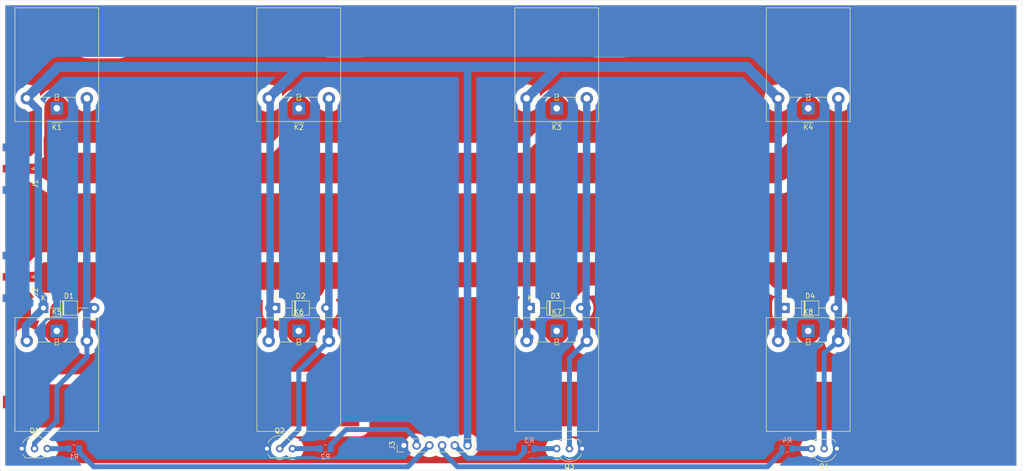
<source format=kicad_pcb>
(kicad_pcb (version 20171130) (host pcbnew 5.1.5+dfsg1-2build2)

  (general
    (thickness 1.6)
    (drawings 20)
    (tracks 135)
    (zones 0)
    (modules 23)
    (nets 25)
  )

  (page A4)
  (layers
    (0 F.Cu signal hide)
    (31 B.Cu signal)
    (32 B.Adhes user)
    (33 F.Adhes user)
    (34 B.Paste user)
    (35 F.Paste user)
    (36 B.SilkS user)
    (37 F.SilkS user)
    (38 B.Mask user)
    (39 F.Mask user)
    (40 Dwgs.User user)
    (41 Cmts.User user)
    (42 Eco1.User user)
    (43 Eco2.User user)
    (44 Edge.Cuts user)
    (45 Margin user)
    (46 B.CrtYd user)
    (47 F.CrtYd user)
    (48 B.Fab user)
    (49 F.Fab user)
  )

  (setup
    (last_trace_width 2)
    (user_trace_width 1)
    (user_trace_width 1.5)
    (user_trace_width 2)
    (user_trace_width 5)
    (trace_clearance 0.3)
    (zone_clearance 2)
    (zone_45_only no)
    (trace_min 0.5)
    (via_size 2)
    (via_drill 1)
    (via_min_size 1)
    (via_min_drill 0.3)
    (user_via 1.4 1)
    (user_via 2 1)
    (uvia_size 0.3)
    (uvia_drill 0.1)
    (uvias_allowed no)
    (uvia_min_size 0.2)
    (uvia_min_drill 0.1)
    (edge_width 0.05)
    (segment_width 0.2)
    (pcb_text_width 0.3)
    (pcb_text_size 1.5 1.5)
    (mod_edge_width 0.12)
    (mod_text_size 1 1)
    (mod_text_width 0.15)
    (pad_size 1.524 1.524)
    (pad_drill 0.762)
    (pad_to_mask_clearance 0.051)
    (solder_mask_min_width 0.25)
    (aux_axis_origin 0 0)
    (visible_elements FFFFFF7F)
    (pcbplotparams
      (layerselection 0x010fc_ffffffff)
      (usegerberextensions false)
      (usegerberattributes false)
      (usegerberadvancedattributes false)
      (creategerberjobfile false)
      (excludeedgelayer true)
      (linewidth 0.100000)
      (plotframeref false)
      (viasonmask false)
      (mode 1)
      (useauxorigin false)
      (hpglpennumber 1)
      (hpglpenspeed 20)
      (hpglpendiameter 15.000000)
      (psnegative false)
      (psa4output false)
      (plotreference true)
      (plotvalue true)
      (plotinvisibletext false)
      (padsonsilk false)
      (subtractmaskfromsilk false)
      (outputformat 1)
      (mirror false)
      (drillshape 1)
      (scaleselection 1)
      (outputdirectory ""))
  )

  (net 0 "")
  (net 1 "Net-(D1-Pad2)")
  (net 2 +12V)
  (net 3 "Net-(D2-Pad2)")
  (net 4 "Net-(D3-Pad2)")
  (net 5 "Net-(D4-Pad2)")
  (net 6 "Net-(J1-Pad1)")
  (net 7 GND)
  (net 8 "Net-(J2-Pad1)")
  (net 9 sw3)
  (net 10 sw2)
  (net 11 sw1)
  (net 12 sw0)
  (net 13 "Net-(K1-Pad3)")
  (net 14 "Net-(K2-Pad3)")
  (net 15 "Net-(K3-Pad3)")
  (net 16 "Net-(K4-Pad3)")
  (net 17 "Net-(Q1-Pad3)")
  (net 18 "Net-(Q2-Pad3)")
  (net 19 "Net-(Q3-Pad3)")
  (net 20 "Net-(Q4-Pad3)")
  (net 21 "Net-(K5-Pad3)")
  (net 22 "Net-(K6-Pad3)")
  (net 23 "Net-(K7-Pad3)")
  (net 24 "Net-(K8-Pad3)")

  (net_class Default "This is the default net class."
    (clearance 0.3)
    (trace_width 2)
    (via_dia 2)
    (via_drill 1)
    (uvia_dia 0.3)
    (uvia_drill 0.1)
    (diff_pair_width 2)
    (diff_pair_gap 2)
    (add_net +12V)
    (add_net GND)
    (add_net "Net-(D1-Pad2)")
    (add_net "Net-(D2-Pad2)")
    (add_net "Net-(D3-Pad2)")
    (add_net "Net-(D4-Pad2)")
    (add_net "Net-(J1-Pad1)")
    (add_net "Net-(J2-Pad1)")
    (add_net "Net-(K1-Pad3)")
    (add_net "Net-(K2-Pad3)")
    (add_net "Net-(K3-Pad3)")
    (add_net "Net-(K4-Pad3)")
    (add_net "Net-(K5-Pad3)")
    (add_net "Net-(K6-Pad3)")
    (add_net "Net-(K7-Pad3)")
    (add_net "Net-(K8-Pad3)")
    (add_net "Net-(Q1-Pad3)")
    (add_net "Net-(Q2-Pad3)")
    (add_net "Net-(Q3-Pad3)")
    (add_net "Net-(Q4-Pad3)")
    (add_net sw0)
    (add_net sw1)
    (add_net sw2)
    (add_net sw3)
  )

  (net_class RF_Sig ""
    (clearance 0.5)
    (trace_width 5)
    (via_dia 5)
    (via_drill 1)
    (uvia_dia 0.3)
    (uvia_drill 0.1)
    (diff_pair_width 5)
    (diff_pair_gap 3)
  )

  (module Myfootprint:Relay_SPST_Omron-G5LE (layer F.Cu) (tedit 62E77EB1) (tstamp 62E66B3A)
    (at 211.455 116.84)
    (descr "Omron Relay SPDT, http://www.omron.com/ecb/products/pdf/en-g5le.pdf")
    (tags "Omron Relay SPDT")
    (path /62E9789A)
    (fp_text reference K8 (at 0 -3.8) (layer F.SilkS)
      (effects (font (size 1 1) (thickness 0.15)))
    )
    (fp_text value G5LE-1 (at 0 20.95) (layer F.Fab)
      (effects (font (size 1 1) (thickness 0.15)))
    )
    (fp_text user %R (at 0 8.7) (layer F.Fab)
      (effects (font (size 1 1) (thickness 0.15)))
    )
    (fp_line (start -8.5 20.2) (end 8.5 20.2) (layer F.CrtYd) (width 0.05))
    (fp_line (start -8.5 -2.8) (end -8.5 20.2) (layer F.CrtYd) (width 0.05))
    (fp_line (start 8.5 -2.8) (end -8.5 -2.8) (layer F.CrtYd) (width 0.05))
    (fp_line (start 8.5 20.2) (end 8.5 -2.8) (layer F.CrtYd) (width 0.05))
    (fp_line (start 1.35 2.2) (end 4.5 2.2) (layer F.SilkS) (width 0.12))
    (fp_line (start -4.5 2.2) (end -1.35 2.2) (layer F.SilkS) (width 0.12))
    (fp_line (start -1 -2.91) (end 1 -2.91) (layer F.SilkS) (width 0.12))
    (fp_line (start -0.35 2.8) (end 0.35 2.8) (layer F.SilkS) (width 0.12))
    (fp_line (start -0.35 1.6) (end -0.35 2.8) (layer F.SilkS) (width 0.12))
    (fp_line (start 0.35 1.6) (end -0.35 1.6) (layer F.SilkS) (width 0.12))
    (fp_line (start 0.35 2.8) (end 0.35 1.6) (layer F.SilkS) (width 0.12))
    (fp_line (start -0.35 2.4) (end 0.35 2) (layer F.SilkS) (width 0.12))
    (fp_line (start -8.35 20.05) (end 8.35 20.05) (layer F.SilkS) (width 0.12))
    (fp_line (start -8.35 -2.65) (end -8.35 20.05) (layer F.SilkS) (width 0.12))
    (fp_line (start 8.35 -2.65) (end -8.35 -2.65) (layer F.SilkS) (width 0.12))
    (fp_line (start 8.35 20.05) (end 8.35 -2.65) (layer F.SilkS) (width 0.12))
    (fp_line (start -4.5 2) (end 4.5 2) (layer F.Fab) (width 0.1))
    (fp_line (start -1 -2.55) (end 0 -1.55) (layer F.Fab) (width 0.1))
    (fp_line (start -8.25 -2.55) (end -1 -2.55) (layer F.Fab) (width 0.1))
    (fp_line (start -8.25 19.95) (end -8.25 -2.55) (layer F.Fab) (width 0.1))
    (fp_line (start 8.25 19.95) (end -8.25 19.95) (layer F.Fab) (width 0.1))
    (fp_line (start 8.25 -2.55) (end 8.25 19.95) (layer F.Fab) (width 0.1))
    (fp_line (start 1 -2.55) (end 8.25 -2.55) (layer F.Fab) (width 0.1))
    (fp_line (start 0 -1.55) (end 1 -2.55) (layer F.Fab) (width 0.1))
    (pad 5 thru_hole oval (at 6 2) (size 2.5 2.5) (drill 1.3) (layers *.Cu *.Mask)
      (net 5 "Net-(D4-Pad2)"))
    (pad 3 smd rect (at -9.5 14.2) (size 2.5 2.5) (layers F.Cu F.Paste F.Mask)
      (net 24 "Net-(K8-Pad3)"))
    (pad 2 thru_hole oval (at -6 2) (size 2.5 2.5) (drill 1.3) (layers *.Cu *.Mask)
      (net 2 +12V))
    (pad 1 thru_hole rect (at 0 0) (size 2.5 2.5) (drill 1.3) (layers *.Cu *.Mask)
      (net 8 "Net-(J2-Pad1)"))
    (model ${KISYS3DMOD}/Relay_THT.3dshapes/Relay_SPDT_Omron-G5LE-1.wrl
      (at (xyz 0 0 0))
      (scale (xyz 1 1 1))
      (rotate (xyz 0 0 0))
    )
  )

  (module Myfootprint:Relay_SPST_Omron-G5LE (layer F.Cu) (tedit 62E77EB1) (tstamp 62E7A308)
    (at 161.29 116.84)
    (descr "Omron Relay SPDT, http://www.omron.com/ecb/products/pdf/en-g5le.pdf")
    (tags "Omron Relay SPDT")
    (path /62E95284)
    (fp_text reference K7 (at 0 -3.8) (layer F.SilkS)
      (effects (font (size 1 1) (thickness 0.15)))
    )
    (fp_text value G5LE-1 (at 0 20.95) (layer F.Fab)
      (effects (font (size 1 1) (thickness 0.15)))
    )
    (fp_text user %R (at 0 8.7) (layer F.Fab)
      (effects (font (size 1 1) (thickness 0.15)))
    )
    (fp_line (start -8.5 20.2) (end 8.5 20.2) (layer F.CrtYd) (width 0.05))
    (fp_line (start -8.5 -2.8) (end -8.5 20.2) (layer F.CrtYd) (width 0.05))
    (fp_line (start 8.5 -2.8) (end -8.5 -2.8) (layer F.CrtYd) (width 0.05))
    (fp_line (start 8.5 20.2) (end 8.5 -2.8) (layer F.CrtYd) (width 0.05))
    (fp_line (start 1.35 2.2) (end 4.5 2.2) (layer F.SilkS) (width 0.12))
    (fp_line (start -4.5 2.2) (end -1.35 2.2) (layer F.SilkS) (width 0.12))
    (fp_line (start -1 -2.91) (end 1 -2.91) (layer F.SilkS) (width 0.12))
    (fp_line (start -0.35 2.8) (end 0.35 2.8) (layer F.SilkS) (width 0.12))
    (fp_line (start -0.35 1.6) (end -0.35 2.8) (layer F.SilkS) (width 0.12))
    (fp_line (start 0.35 1.6) (end -0.35 1.6) (layer F.SilkS) (width 0.12))
    (fp_line (start 0.35 2.8) (end 0.35 1.6) (layer F.SilkS) (width 0.12))
    (fp_line (start -0.35 2.4) (end 0.35 2) (layer F.SilkS) (width 0.12))
    (fp_line (start -8.35 20.05) (end 8.35 20.05) (layer F.SilkS) (width 0.12))
    (fp_line (start -8.35 -2.65) (end -8.35 20.05) (layer F.SilkS) (width 0.12))
    (fp_line (start 8.35 -2.65) (end -8.35 -2.65) (layer F.SilkS) (width 0.12))
    (fp_line (start 8.35 20.05) (end 8.35 -2.65) (layer F.SilkS) (width 0.12))
    (fp_line (start -4.5 2) (end 4.5 2) (layer F.Fab) (width 0.1))
    (fp_line (start -1 -2.55) (end 0 -1.55) (layer F.Fab) (width 0.1))
    (fp_line (start -8.25 -2.55) (end -1 -2.55) (layer F.Fab) (width 0.1))
    (fp_line (start -8.25 19.95) (end -8.25 -2.55) (layer F.Fab) (width 0.1))
    (fp_line (start 8.25 19.95) (end -8.25 19.95) (layer F.Fab) (width 0.1))
    (fp_line (start 8.25 -2.55) (end 8.25 19.95) (layer F.Fab) (width 0.1))
    (fp_line (start 1 -2.55) (end 8.25 -2.55) (layer F.Fab) (width 0.1))
    (fp_line (start 0 -1.55) (end 1 -2.55) (layer F.Fab) (width 0.1))
    (pad 5 thru_hole oval (at 6 2) (size 2.5 2.5) (drill 1.3) (layers *.Cu *.Mask)
      (net 4 "Net-(D3-Pad2)"))
    (pad 3 smd rect (at -9.5 14.2) (size 2.5 2.5) (layers F.Cu F.Paste F.Mask)
      (net 23 "Net-(K7-Pad3)"))
    (pad 2 thru_hole oval (at -6 2) (size 2.5 2.5) (drill 1.3) (layers *.Cu *.Mask)
      (net 2 +12V))
    (pad 1 thru_hole rect (at 0 0) (size 2.5 2.5) (drill 1.3) (layers *.Cu *.Mask)
      (net 8 "Net-(J2-Pad1)"))
    (model ${KISYS3DMOD}/Relay_THT.3dshapes/Relay_SPDT_Omron-G5LE-1.wrl
      (at (xyz 0 0 0))
      (scale (xyz 1 1 1))
      (rotate (xyz 0 0 0))
    )
  )

  (module Myfootprint:Relay_SPST_Omron-G5LE (layer F.Cu) (tedit 62E77EB1) (tstamp 62E64F60)
    (at 109.855 116.84)
    (descr "Omron Relay SPDT, http://www.omron.com/ecb/products/pdf/en-g5le.pdf")
    (tags "Omron Relay SPDT")
    (path /62E930D5)
    (fp_text reference K6 (at 0 -3.8) (layer F.SilkS)
      (effects (font (size 1 1) (thickness 0.15)))
    )
    (fp_text value G5LE-1 (at 0 20.95) (layer F.Fab)
      (effects (font (size 1 1) (thickness 0.15)))
    )
    (fp_text user %R (at 0 8.7) (layer F.Fab)
      (effects (font (size 1 1) (thickness 0.15)))
    )
    (fp_line (start -8.5 20.2) (end 8.5 20.2) (layer F.CrtYd) (width 0.05))
    (fp_line (start -8.5 -2.8) (end -8.5 20.2) (layer F.CrtYd) (width 0.05))
    (fp_line (start 8.5 -2.8) (end -8.5 -2.8) (layer F.CrtYd) (width 0.05))
    (fp_line (start 8.5 20.2) (end 8.5 -2.8) (layer F.CrtYd) (width 0.05))
    (fp_line (start 1.35 2.2) (end 4.5 2.2) (layer F.SilkS) (width 0.12))
    (fp_line (start -4.5 2.2) (end -1.35 2.2) (layer F.SilkS) (width 0.12))
    (fp_line (start -1 -2.91) (end 1 -2.91) (layer F.SilkS) (width 0.12))
    (fp_line (start -0.35 2.8) (end 0.35 2.8) (layer F.SilkS) (width 0.12))
    (fp_line (start -0.35 1.6) (end -0.35 2.8) (layer F.SilkS) (width 0.12))
    (fp_line (start 0.35 1.6) (end -0.35 1.6) (layer F.SilkS) (width 0.12))
    (fp_line (start 0.35 2.8) (end 0.35 1.6) (layer F.SilkS) (width 0.12))
    (fp_line (start -0.35 2.4) (end 0.35 2) (layer F.SilkS) (width 0.12))
    (fp_line (start -8.35 20.05) (end 8.35 20.05) (layer F.SilkS) (width 0.12))
    (fp_line (start -8.35 -2.65) (end -8.35 20.05) (layer F.SilkS) (width 0.12))
    (fp_line (start 8.35 -2.65) (end -8.35 -2.65) (layer F.SilkS) (width 0.12))
    (fp_line (start 8.35 20.05) (end 8.35 -2.65) (layer F.SilkS) (width 0.12))
    (fp_line (start -4.5 2) (end 4.5 2) (layer F.Fab) (width 0.1))
    (fp_line (start -1 -2.55) (end 0 -1.55) (layer F.Fab) (width 0.1))
    (fp_line (start -8.25 -2.55) (end -1 -2.55) (layer F.Fab) (width 0.1))
    (fp_line (start -8.25 19.95) (end -8.25 -2.55) (layer F.Fab) (width 0.1))
    (fp_line (start 8.25 19.95) (end -8.25 19.95) (layer F.Fab) (width 0.1))
    (fp_line (start 8.25 -2.55) (end 8.25 19.95) (layer F.Fab) (width 0.1))
    (fp_line (start 1 -2.55) (end 8.25 -2.55) (layer F.Fab) (width 0.1))
    (fp_line (start 0 -1.55) (end 1 -2.55) (layer F.Fab) (width 0.1))
    (pad 5 thru_hole oval (at 6 2) (size 2.5 2.5) (drill 1.3) (layers *.Cu *.Mask)
      (net 3 "Net-(D2-Pad2)"))
    (pad 3 smd rect (at -9.5 14.2) (size 2.5 2.5) (layers F.Cu F.Paste F.Mask)
      (net 22 "Net-(K6-Pad3)"))
    (pad 2 thru_hole oval (at -6 2) (size 2.5 2.5) (drill 1.3) (layers *.Cu *.Mask)
      (net 2 +12V))
    (pad 1 thru_hole rect (at 0 0) (size 2.5 2.5) (drill 1.3) (layers *.Cu *.Mask)
      (net 8 "Net-(J2-Pad1)"))
    (model ${KISYS3DMOD}/Relay_THT.3dshapes/Relay_SPDT_Omron-G5LE-1.wrl
      (at (xyz 0 0 0))
      (scale (xyz 1 1 1))
      (rotate (xyz 0 0 0))
    )
  )

  (module Myfootprint:Relay_SPST_Omron-G5LE (layer F.Cu) (tedit 62E77EB1) (tstamp 62E64EFD)
    (at 61.595 116.84)
    (descr "Omron Relay SPDT, http://www.omron.com/ecb/products/pdf/en-g5le.pdf")
    (tags "Omron Relay SPDT")
    (path /62E8C862)
    (fp_text reference K5 (at 0 -3.8) (layer F.SilkS)
      (effects (font (size 1 1) (thickness 0.15)))
    )
    (fp_text value G5LE-1 (at 0 20.95) (layer F.Fab)
      (effects (font (size 1 1) (thickness 0.15)))
    )
    (fp_text user %R (at 0 8.7) (layer F.Fab)
      (effects (font (size 1 1) (thickness 0.15)))
    )
    (fp_line (start -8.5 20.2) (end 8.5 20.2) (layer F.CrtYd) (width 0.05))
    (fp_line (start -8.5 -2.8) (end -8.5 20.2) (layer F.CrtYd) (width 0.05))
    (fp_line (start 8.5 -2.8) (end -8.5 -2.8) (layer F.CrtYd) (width 0.05))
    (fp_line (start 8.5 20.2) (end 8.5 -2.8) (layer F.CrtYd) (width 0.05))
    (fp_line (start 1.35 2.2) (end 4.5 2.2) (layer F.SilkS) (width 0.12))
    (fp_line (start -4.5 2.2) (end -1.35 2.2) (layer F.SilkS) (width 0.12))
    (fp_line (start -1 -2.91) (end 1 -2.91) (layer F.SilkS) (width 0.12))
    (fp_line (start -0.35 2.8) (end 0.35 2.8) (layer F.SilkS) (width 0.12))
    (fp_line (start -0.35 1.6) (end -0.35 2.8) (layer F.SilkS) (width 0.12))
    (fp_line (start 0.35 1.6) (end -0.35 1.6) (layer F.SilkS) (width 0.12))
    (fp_line (start 0.35 2.8) (end 0.35 1.6) (layer F.SilkS) (width 0.12))
    (fp_line (start -0.35 2.4) (end 0.35 2) (layer F.SilkS) (width 0.12))
    (fp_line (start -8.35 20.05) (end 8.35 20.05) (layer F.SilkS) (width 0.12))
    (fp_line (start -8.35 -2.65) (end -8.35 20.05) (layer F.SilkS) (width 0.12))
    (fp_line (start 8.35 -2.65) (end -8.35 -2.65) (layer F.SilkS) (width 0.12))
    (fp_line (start 8.35 20.05) (end 8.35 -2.65) (layer F.SilkS) (width 0.12))
    (fp_line (start -4.5 2) (end 4.5 2) (layer F.Fab) (width 0.1))
    (fp_line (start -1 -2.55) (end 0 -1.55) (layer F.Fab) (width 0.1))
    (fp_line (start -8.25 -2.55) (end -1 -2.55) (layer F.Fab) (width 0.1))
    (fp_line (start -8.25 19.95) (end -8.25 -2.55) (layer F.Fab) (width 0.1))
    (fp_line (start 8.25 19.95) (end -8.25 19.95) (layer F.Fab) (width 0.1))
    (fp_line (start 8.25 -2.55) (end 8.25 19.95) (layer F.Fab) (width 0.1))
    (fp_line (start 1 -2.55) (end 8.25 -2.55) (layer F.Fab) (width 0.1))
    (fp_line (start 0 -1.55) (end 1 -2.55) (layer F.Fab) (width 0.1))
    (pad 5 thru_hole oval (at 6 2) (size 2.5 2.5) (drill 1.3) (layers *.Cu *.Mask)
      (net 1 "Net-(D1-Pad2)"))
    (pad 3 smd rect (at -9.5 14.2) (size 2.5 2.5) (layers F.Cu F.Paste F.Mask)
      (net 21 "Net-(K5-Pad3)"))
    (pad 2 thru_hole oval (at -6 2) (size 2.5 2.5) (drill 1.3) (layers *.Cu *.Mask)
      (net 2 +12V))
    (pad 1 thru_hole rect (at 0 0) (size 2.5 2.5) (drill 1.3) (layers *.Cu *.Mask)
      (net 8 "Net-(J2-Pad1)"))
    (model ${KISYS3DMOD}/Relay_THT.3dshapes/Relay_SPDT_Omron-G5LE-1.wrl
      (at (xyz 0 0 0))
      (scale (xyz 1 1 1))
      (rotate (xyz 0 0 0))
    )
  )

  (module Myfootprint:Relay_SPST_Omron-G5LE (layer F.Cu) (tedit 62E77EB1) (tstamp 62E7AB4B)
    (at 211.455 72.39 180)
    (descr "Omron Relay SPDT, http://www.omron.com/ecb/products/pdf/en-g5le.pdf")
    (tags "Omron Relay SPDT")
    (path /62E87CE0)
    (fp_text reference K4 (at 0 -3.8) (layer F.SilkS)
      (effects (font (size 1 1) (thickness 0.15)))
    )
    (fp_text value G5LE-1 (at 0 20.95) (layer F.Fab)
      (effects (font (size 1 1) (thickness 0.15)))
    )
    (fp_text user %R (at 0 8.7) (layer F.Fab)
      (effects (font (size 1 1) (thickness 0.15)))
    )
    (fp_line (start -8.5 20.2) (end 8.5 20.2) (layer F.CrtYd) (width 0.05))
    (fp_line (start -8.5 -2.8) (end -8.5 20.2) (layer F.CrtYd) (width 0.05))
    (fp_line (start 8.5 -2.8) (end -8.5 -2.8) (layer F.CrtYd) (width 0.05))
    (fp_line (start 8.5 20.2) (end 8.5 -2.8) (layer F.CrtYd) (width 0.05))
    (fp_line (start 1.35 2.2) (end 4.5 2.2) (layer F.SilkS) (width 0.12))
    (fp_line (start -4.5 2.2) (end -1.35 2.2) (layer F.SilkS) (width 0.12))
    (fp_line (start -1 -2.91) (end 1 -2.91) (layer F.SilkS) (width 0.12))
    (fp_line (start -0.35 2.8) (end 0.35 2.8) (layer F.SilkS) (width 0.12))
    (fp_line (start -0.35 1.6) (end -0.35 2.8) (layer F.SilkS) (width 0.12))
    (fp_line (start 0.35 1.6) (end -0.35 1.6) (layer F.SilkS) (width 0.12))
    (fp_line (start 0.35 2.8) (end 0.35 1.6) (layer F.SilkS) (width 0.12))
    (fp_line (start -0.35 2.4) (end 0.35 2) (layer F.SilkS) (width 0.12))
    (fp_line (start -8.35 20.05) (end 8.35 20.05) (layer F.SilkS) (width 0.12))
    (fp_line (start -8.35 -2.65) (end -8.35 20.05) (layer F.SilkS) (width 0.12))
    (fp_line (start 8.35 -2.65) (end -8.35 -2.65) (layer F.SilkS) (width 0.12))
    (fp_line (start 8.35 20.05) (end 8.35 -2.65) (layer F.SilkS) (width 0.12))
    (fp_line (start -4.5 2) (end 4.5 2) (layer F.Fab) (width 0.1))
    (fp_line (start -1 -2.55) (end 0 -1.55) (layer F.Fab) (width 0.1))
    (fp_line (start -8.25 -2.55) (end -1 -2.55) (layer F.Fab) (width 0.1))
    (fp_line (start -8.25 19.95) (end -8.25 -2.55) (layer F.Fab) (width 0.1))
    (fp_line (start 8.25 19.95) (end -8.25 19.95) (layer F.Fab) (width 0.1))
    (fp_line (start 8.25 -2.55) (end 8.25 19.95) (layer F.Fab) (width 0.1))
    (fp_line (start 1 -2.55) (end 8.25 -2.55) (layer F.Fab) (width 0.1))
    (fp_line (start 0 -1.55) (end 1 -2.55) (layer F.Fab) (width 0.1))
    (pad 5 thru_hole oval (at 6 2 180) (size 2.5 2.5) (drill 1.3) (layers *.Cu *.Mask)
      (net 2 +12V))
    (pad 3 smd rect (at -9.5 14.2 180) (size 2.5 2.5) (layers F.Cu F.Paste F.Mask)
      (net 16 "Net-(K4-Pad3)"))
    (pad 2 thru_hole oval (at -6 2 180) (size 2.5 2.5) (drill 1.3) (layers *.Cu *.Mask)
      (net 5 "Net-(D4-Pad2)"))
    (pad 1 thru_hole rect (at 0 0 180) (size 2.5 2.5) (drill 1.3) (layers *.Cu *.Mask)
      (net 6 "Net-(J1-Pad1)"))
    (model ${KISYS3DMOD}/Relay_THT.3dshapes/Relay_SPDT_Omron-G5LE-1.wrl
      (at (xyz 0 0 0))
      (scale (xyz 1 1 1))
      (rotate (xyz 0 0 0))
    )
  )

  (module Myfootprint:Relay_SPST_Omron-G5LE (layer F.Cu) (tedit 62E77EB1) (tstamp 62E7A36B)
    (at 161.29 72.39 180)
    (descr "Omron Relay SPDT, http://www.omron.com/ecb/products/pdf/en-g5le.pdf")
    (tags "Omron Relay SPDT")
    (path /62E8514F)
    (fp_text reference K3 (at 0 -3.8) (layer F.SilkS)
      (effects (font (size 1 1) (thickness 0.15)))
    )
    (fp_text value G5LE-1 (at 0 20.95) (layer F.Fab)
      (effects (font (size 1 1) (thickness 0.15)))
    )
    (fp_text user %R (at 0 8.7) (layer F.Fab)
      (effects (font (size 1 1) (thickness 0.15)))
    )
    (fp_line (start -8.5 20.2) (end 8.5 20.2) (layer F.CrtYd) (width 0.05))
    (fp_line (start -8.5 -2.8) (end -8.5 20.2) (layer F.CrtYd) (width 0.05))
    (fp_line (start 8.5 -2.8) (end -8.5 -2.8) (layer F.CrtYd) (width 0.05))
    (fp_line (start 8.5 20.2) (end 8.5 -2.8) (layer F.CrtYd) (width 0.05))
    (fp_line (start 1.35 2.2) (end 4.5 2.2) (layer F.SilkS) (width 0.12))
    (fp_line (start -4.5 2.2) (end -1.35 2.2) (layer F.SilkS) (width 0.12))
    (fp_line (start -1 -2.91) (end 1 -2.91) (layer F.SilkS) (width 0.12))
    (fp_line (start -0.35 2.8) (end 0.35 2.8) (layer F.SilkS) (width 0.12))
    (fp_line (start -0.35 1.6) (end -0.35 2.8) (layer F.SilkS) (width 0.12))
    (fp_line (start 0.35 1.6) (end -0.35 1.6) (layer F.SilkS) (width 0.12))
    (fp_line (start 0.35 2.8) (end 0.35 1.6) (layer F.SilkS) (width 0.12))
    (fp_line (start -0.35 2.4) (end 0.35 2) (layer F.SilkS) (width 0.12))
    (fp_line (start -8.35 20.05) (end 8.35 20.05) (layer F.SilkS) (width 0.12))
    (fp_line (start -8.35 -2.65) (end -8.35 20.05) (layer F.SilkS) (width 0.12))
    (fp_line (start 8.35 -2.65) (end -8.35 -2.65) (layer F.SilkS) (width 0.12))
    (fp_line (start 8.35 20.05) (end 8.35 -2.65) (layer F.SilkS) (width 0.12))
    (fp_line (start -4.5 2) (end 4.5 2) (layer F.Fab) (width 0.1))
    (fp_line (start -1 -2.55) (end 0 -1.55) (layer F.Fab) (width 0.1))
    (fp_line (start -8.25 -2.55) (end -1 -2.55) (layer F.Fab) (width 0.1))
    (fp_line (start -8.25 19.95) (end -8.25 -2.55) (layer F.Fab) (width 0.1))
    (fp_line (start 8.25 19.95) (end -8.25 19.95) (layer F.Fab) (width 0.1))
    (fp_line (start 8.25 -2.55) (end 8.25 19.95) (layer F.Fab) (width 0.1))
    (fp_line (start 1 -2.55) (end 8.25 -2.55) (layer F.Fab) (width 0.1))
    (fp_line (start 0 -1.55) (end 1 -2.55) (layer F.Fab) (width 0.1))
    (pad 5 thru_hole oval (at 6 2 180) (size 2.5 2.5) (drill 1.3) (layers *.Cu *.Mask)
      (net 2 +12V))
    (pad 3 smd rect (at -9.5 14.2 180) (size 2.5 2.5) (layers F.Cu F.Paste F.Mask)
      (net 15 "Net-(K3-Pad3)"))
    (pad 2 thru_hole oval (at -6 2 180) (size 2.5 2.5) (drill 1.3) (layers *.Cu *.Mask)
      (net 4 "Net-(D3-Pad2)"))
    (pad 1 thru_hole rect (at 0 0 180) (size 2.5 2.5) (drill 1.3) (layers *.Cu *.Mask)
      (net 6 "Net-(J1-Pad1)"))
    (model ${KISYS3DMOD}/Relay_THT.3dshapes/Relay_SPDT_Omron-G5LE-1.wrl
      (at (xyz 0 0 0))
      (scale (xyz 1 1 1))
      (rotate (xyz 0 0 0))
    )
  )

  (module Myfootprint:Relay_SPST_Omron-G5LE (layer F.Cu) (tedit 62E77EB1) (tstamp 62E7A0B8)
    (at 109.855 72.39 180)
    (descr "Omron Relay SPDT, http://www.omron.com/ecb/products/pdf/en-g5le.pdf")
    (tags "Omron Relay SPDT")
    (path /62E83498)
    (fp_text reference K2 (at 0 -3.8) (layer F.SilkS)
      (effects (font (size 1 1) (thickness 0.15)))
    )
    (fp_text value G5LE-1 (at 0 20.95) (layer F.Fab)
      (effects (font (size 1 1) (thickness 0.15)))
    )
    (fp_text user %R (at 0 8.7) (layer F.Fab)
      (effects (font (size 1 1) (thickness 0.15)))
    )
    (fp_line (start -8.5 20.2) (end 8.5 20.2) (layer F.CrtYd) (width 0.05))
    (fp_line (start -8.5 -2.8) (end -8.5 20.2) (layer F.CrtYd) (width 0.05))
    (fp_line (start 8.5 -2.8) (end -8.5 -2.8) (layer F.CrtYd) (width 0.05))
    (fp_line (start 8.5 20.2) (end 8.5 -2.8) (layer F.CrtYd) (width 0.05))
    (fp_line (start 1.35 2.2) (end 4.5 2.2) (layer F.SilkS) (width 0.12))
    (fp_line (start -4.5 2.2) (end -1.35 2.2) (layer F.SilkS) (width 0.12))
    (fp_line (start -1 -2.91) (end 1 -2.91) (layer F.SilkS) (width 0.12))
    (fp_line (start -0.35 2.8) (end 0.35 2.8) (layer F.SilkS) (width 0.12))
    (fp_line (start -0.35 1.6) (end -0.35 2.8) (layer F.SilkS) (width 0.12))
    (fp_line (start 0.35 1.6) (end -0.35 1.6) (layer F.SilkS) (width 0.12))
    (fp_line (start 0.35 2.8) (end 0.35 1.6) (layer F.SilkS) (width 0.12))
    (fp_line (start -0.35 2.4) (end 0.35 2) (layer F.SilkS) (width 0.12))
    (fp_line (start -8.35 20.05) (end 8.35 20.05) (layer F.SilkS) (width 0.12))
    (fp_line (start -8.35 -2.65) (end -8.35 20.05) (layer F.SilkS) (width 0.12))
    (fp_line (start 8.35 -2.65) (end -8.35 -2.65) (layer F.SilkS) (width 0.12))
    (fp_line (start 8.35 20.05) (end 8.35 -2.65) (layer F.SilkS) (width 0.12))
    (fp_line (start -4.5 2) (end 4.5 2) (layer F.Fab) (width 0.1))
    (fp_line (start -1 -2.55) (end 0 -1.55) (layer F.Fab) (width 0.1))
    (fp_line (start -8.25 -2.55) (end -1 -2.55) (layer F.Fab) (width 0.1))
    (fp_line (start -8.25 19.95) (end -8.25 -2.55) (layer F.Fab) (width 0.1))
    (fp_line (start 8.25 19.95) (end -8.25 19.95) (layer F.Fab) (width 0.1))
    (fp_line (start 8.25 -2.55) (end 8.25 19.95) (layer F.Fab) (width 0.1))
    (fp_line (start 1 -2.55) (end 8.25 -2.55) (layer F.Fab) (width 0.1))
    (fp_line (start 0 -1.55) (end 1 -2.55) (layer F.Fab) (width 0.1))
    (pad 5 thru_hole oval (at 6 2 180) (size 2.5 2.5) (drill 1.3) (layers *.Cu *.Mask)
      (net 2 +12V))
    (pad 3 smd rect (at -9.5 14.2 180) (size 2.5 2.5) (layers F.Cu F.Paste F.Mask)
      (net 14 "Net-(K2-Pad3)"))
    (pad 2 thru_hole oval (at -6 2 180) (size 2.5 2.5) (drill 1.3) (layers *.Cu *.Mask)
      (net 3 "Net-(D2-Pad2)"))
    (pad 1 thru_hole rect (at 0 0 180) (size 2.5 2.5) (drill 1.3) (layers *.Cu *.Mask)
      (net 6 "Net-(J1-Pad1)"))
    (model ${KISYS3DMOD}/Relay_THT.3dshapes/Relay_SPDT_Omron-G5LE-1.wrl
      (at (xyz 0 0 0))
      (scale (xyz 1 1 1))
      (rotate (xyz 0 0 0))
    )
  )

  (module Myfootprint:Relay_SPST_Omron-G5LE (layer F.Cu) (tedit 62E77EB1) (tstamp 62E6502F)
    (at 61.595 72.39 180)
    (descr "Omron Relay SPDT, http://www.omron.com/ecb/products/pdf/en-g5le.pdf")
    (tags "Omron Relay SPDT")
    (path /62E80542)
    (fp_text reference K1 (at 0 -3.8) (layer F.SilkS)
      (effects (font (size 1 1) (thickness 0.15)))
    )
    (fp_text value G5LE-1 (at 0 20.95) (layer F.Fab)
      (effects (font (size 1 1) (thickness 0.15)))
    )
    (fp_text user %R (at 0 8.7) (layer F.Fab)
      (effects (font (size 1 1) (thickness 0.15)))
    )
    (fp_line (start -8.5 20.2) (end 8.5 20.2) (layer F.CrtYd) (width 0.05))
    (fp_line (start -8.5 -2.8) (end -8.5 20.2) (layer F.CrtYd) (width 0.05))
    (fp_line (start 8.5 -2.8) (end -8.5 -2.8) (layer F.CrtYd) (width 0.05))
    (fp_line (start 8.5 20.2) (end 8.5 -2.8) (layer F.CrtYd) (width 0.05))
    (fp_line (start 1.35 2.2) (end 4.5 2.2) (layer F.SilkS) (width 0.12))
    (fp_line (start -4.5 2.2) (end -1.35 2.2) (layer F.SilkS) (width 0.12))
    (fp_line (start -1 -2.91) (end 1 -2.91) (layer F.SilkS) (width 0.12))
    (fp_line (start -0.35 2.8) (end 0.35 2.8) (layer F.SilkS) (width 0.12))
    (fp_line (start -0.35 1.6) (end -0.35 2.8) (layer F.SilkS) (width 0.12))
    (fp_line (start 0.35 1.6) (end -0.35 1.6) (layer F.SilkS) (width 0.12))
    (fp_line (start 0.35 2.8) (end 0.35 1.6) (layer F.SilkS) (width 0.12))
    (fp_line (start -0.35 2.4) (end 0.35 2) (layer F.SilkS) (width 0.12))
    (fp_line (start -8.35 20.05) (end 8.35 20.05) (layer F.SilkS) (width 0.12))
    (fp_line (start -8.35 -2.65) (end -8.35 20.05) (layer F.SilkS) (width 0.12))
    (fp_line (start 8.35 -2.65) (end -8.35 -2.65) (layer F.SilkS) (width 0.12))
    (fp_line (start 8.35 20.05) (end 8.35 -2.65) (layer F.SilkS) (width 0.12))
    (fp_line (start -4.5 2) (end 4.5 2) (layer F.Fab) (width 0.1))
    (fp_line (start -1 -2.55) (end 0 -1.55) (layer F.Fab) (width 0.1))
    (fp_line (start -8.25 -2.55) (end -1 -2.55) (layer F.Fab) (width 0.1))
    (fp_line (start -8.25 19.95) (end -8.25 -2.55) (layer F.Fab) (width 0.1))
    (fp_line (start 8.25 19.95) (end -8.25 19.95) (layer F.Fab) (width 0.1))
    (fp_line (start 8.25 -2.55) (end 8.25 19.95) (layer F.Fab) (width 0.1))
    (fp_line (start 1 -2.55) (end 8.25 -2.55) (layer F.Fab) (width 0.1))
    (fp_line (start 0 -1.55) (end 1 -2.55) (layer F.Fab) (width 0.1))
    (pad 5 thru_hole oval (at 6 2 180) (size 2.5 2.5) (drill 1.3) (layers *.Cu *.Mask)
      (net 2 +12V))
    (pad 3 smd rect (at -9.5 14.2 180) (size 2.5 2.5) (layers F.Cu F.Paste F.Mask)
      (net 13 "Net-(K1-Pad3)"))
    (pad 2 thru_hole oval (at -6 2 180) (size 2.5 2.5) (drill 1.3) (layers *.Cu *.Mask)
      (net 1 "Net-(D1-Pad2)"))
    (pad 1 thru_hole rect (at 0 0 180) (size 2.5 2.5) (drill 1.3) (layers *.Cu *.Mask)
      (net 6 "Net-(J1-Pad1)"))
    (model ${KISYS3DMOD}/Relay_THT.3dshapes/Relay_SPDT_Omron-G5LE-1.wrl
      (at (xyz 0 0 0))
      (scale (xyz 1 1 1))
      (rotate (xyz 0 0 0))
    )
  )

  (module Diode_THT:D_T-1_P10.16mm_Horizontal (layer F.Cu) (tedit 5AE50CD5) (tstamp 62E7E948)
    (at 206.756 112.268)
    (descr "Diode, T-1 series, Axial, Horizontal, pin pitch=10.16mm, , length*diameter=3.2*2.6mm^2, , http://www.diodes.com/_files/packages/T-1.pdf")
    (tags "Diode T-1 series Axial Horizontal pin pitch 10.16mm  length 3.2mm diameter 2.6mm")
    (path /62E87CC8)
    (fp_text reference D4 (at 5.08 -2.42) (layer F.SilkS)
      (effects (font (size 1 1) (thickness 0.15)))
    )
    (fp_text value D (at 5.08 2.42) (layer F.Fab)
      (effects (font (size 1 1) (thickness 0.15)))
    )
    (fp_text user K (at 0 -2) (layer F.SilkS)
      (effects (font (size 1 1) (thickness 0.15)))
    )
    (fp_text user K (at 0 -2) (layer F.Fab)
      (effects (font (size 1 1) (thickness 0.15)))
    )
    (fp_text user %R (at 5.32 0) (layer F.Fab)
      (effects (font (size 0.64 0.64) (thickness 0.096)))
    )
    (fp_line (start 11.41 -1.55) (end -1.25 -1.55) (layer F.CrtYd) (width 0.05))
    (fp_line (start 11.41 1.55) (end 11.41 -1.55) (layer F.CrtYd) (width 0.05))
    (fp_line (start -1.25 1.55) (end 11.41 1.55) (layer F.CrtYd) (width 0.05))
    (fp_line (start -1.25 -1.55) (end -1.25 1.55) (layer F.CrtYd) (width 0.05))
    (fp_line (start 3.84 -1.42) (end 3.84 1.42) (layer F.SilkS) (width 0.12))
    (fp_line (start 4.08 -1.42) (end 4.08 1.42) (layer F.SilkS) (width 0.12))
    (fp_line (start 3.96 -1.42) (end 3.96 1.42) (layer F.SilkS) (width 0.12))
    (fp_line (start 8.92 0) (end 6.8 0) (layer F.SilkS) (width 0.12))
    (fp_line (start 1.24 0) (end 3.36 0) (layer F.SilkS) (width 0.12))
    (fp_line (start 6.8 -1.42) (end 3.36 -1.42) (layer F.SilkS) (width 0.12))
    (fp_line (start 6.8 1.42) (end 6.8 -1.42) (layer F.SilkS) (width 0.12))
    (fp_line (start 3.36 1.42) (end 6.8 1.42) (layer F.SilkS) (width 0.12))
    (fp_line (start 3.36 -1.42) (end 3.36 1.42) (layer F.SilkS) (width 0.12))
    (fp_line (start 3.86 -1.3) (end 3.86 1.3) (layer F.Fab) (width 0.1))
    (fp_line (start 4.06 -1.3) (end 4.06 1.3) (layer F.Fab) (width 0.1))
    (fp_line (start 3.96 -1.3) (end 3.96 1.3) (layer F.Fab) (width 0.1))
    (fp_line (start 10.16 0) (end 6.68 0) (layer F.Fab) (width 0.1))
    (fp_line (start 0 0) (end 3.48 0) (layer F.Fab) (width 0.1))
    (fp_line (start 6.68 -1.3) (end 3.48 -1.3) (layer F.Fab) (width 0.1))
    (fp_line (start 6.68 1.3) (end 6.68 -1.3) (layer F.Fab) (width 0.1))
    (fp_line (start 3.48 1.3) (end 6.68 1.3) (layer F.Fab) (width 0.1))
    (fp_line (start 3.48 -1.3) (end 3.48 1.3) (layer F.Fab) (width 0.1))
    (pad 2 thru_hole oval (at 10.16 0) (size 2 2) (drill 1) (layers *.Cu *.Mask)
      (net 5 "Net-(D4-Pad2)"))
    (pad 1 thru_hole rect (at 0 0) (size 2 2) (drill 1) (layers *.Cu *.Mask)
      (net 2 +12V))
    (model ${KISYS3DMOD}/Diode_THT.3dshapes/D_T-1_P10.16mm_Horizontal.wrl
      (at (xyz 0 0 0))
      (scale (xyz 1 1 1))
      (rotate (xyz 0 0 0))
    )
  )

  (module Diode_THT:D_T-1_P10.16mm_Horizontal (layer F.Cu) (tedit 5AE50CD5) (tstamp 62E816CA)
    (at 155.956 112.268)
    (descr "Diode, T-1 series, Axial, Horizontal, pin pitch=10.16mm, , length*diameter=3.2*2.6mm^2, , http://www.diodes.com/_files/packages/T-1.pdf")
    (tags "Diode T-1 series Axial Horizontal pin pitch 10.16mm  length 3.2mm diameter 2.6mm")
    (path /62E85137)
    (fp_text reference D3 (at 5.08 -2.42) (layer F.SilkS)
      (effects (font (size 1 1) (thickness 0.15)))
    )
    (fp_text value D (at 5.08 2.42) (layer F.Fab)
      (effects (font (size 1 1) (thickness 0.15)))
    )
    (fp_text user K (at 0 -2) (layer F.SilkS)
      (effects (font (size 1 1) (thickness 0.15)))
    )
    (fp_text user K (at 0 -2) (layer F.Fab)
      (effects (font (size 1 1) (thickness 0.15)))
    )
    (fp_text user %R (at 5.32 0) (layer F.Fab)
      (effects (font (size 0.64 0.64) (thickness 0.096)))
    )
    (fp_line (start 11.41 -1.55) (end -1.25 -1.55) (layer F.CrtYd) (width 0.05))
    (fp_line (start 11.41 1.55) (end 11.41 -1.55) (layer F.CrtYd) (width 0.05))
    (fp_line (start -1.25 1.55) (end 11.41 1.55) (layer F.CrtYd) (width 0.05))
    (fp_line (start -1.25 -1.55) (end -1.25 1.55) (layer F.CrtYd) (width 0.05))
    (fp_line (start 3.84 -1.42) (end 3.84 1.42) (layer F.SilkS) (width 0.12))
    (fp_line (start 4.08 -1.42) (end 4.08 1.42) (layer F.SilkS) (width 0.12))
    (fp_line (start 3.96 -1.42) (end 3.96 1.42) (layer F.SilkS) (width 0.12))
    (fp_line (start 8.92 0) (end 6.8 0) (layer F.SilkS) (width 0.12))
    (fp_line (start 1.24 0) (end 3.36 0) (layer F.SilkS) (width 0.12))
    (fp_line (start 6.8 -1.42) (end 3.36 -1.42) (layer F.SilkS) (width 0.12))
    (fp_line (start 6.8 1.42) (end 6.8 -1.42) (layer F.SilkS) (width 0.12))
    (fp_line (start 3.36 1.42) (end 6.8 1.42) (layer F.SilkS) (width 0.12))
    (fp_line (start 3.36 -1.42) (end 3.36 1.42) (layer F.SilkS) (width 0.12))
    (fp_line (start 3.86 -1.3) (end 3.86 1.3) (layer F.Fab) (width 0.1))
    (fp_line (start 4.06 -1.3) (end 4.06 1.3) (layer F.Fab) (width 0.1))
    (fp_line (start 3.96 -1.3) (end 3.96 1.3) (layer F.Fab) (width 0.1))
    (fp_line (start 10.16 0) (end 6.68 0) (layer F.Fab) (width 0.1))
    (fp_line (start 0 0) (end 3.48 0) (layer F.Fab) (width 0.1))
    (fp_line (start 6.68 -1.3) (end 3.48 -1.3) (layer F.Fab) (width 0.1))
    (fp_line (start 6.68 1.3) (end 6.68 -1.3) (layer F.Fab) (width 0.1))
    (fp_line (start 3.48 1.3) (end 6.68 1.3) (layer F.Fab) (width 0.1))
    (fp_line (start 3.48 -1.3) (end 3.48 1.3) (layer F.Fab) (width 0.1))
    (pad 2 thru_hole oval (at 10.16 0) (size 2 2) (drill 1) (layers *.Cu *.Mask)
      (net 4 "Net-(D3-Pad2)"))
    (pad 1 thru_hole rect (at 0 0) (size 2 2) (drill 1) (layers *.Cu *.Mask)
      (net 2 +12V))
    (model ${KISYS3DMOD}/Diode_THT.3dshapes/D_T-1_P10.16mm_Horizontal.wrl
      (at (xyz 0 0 0))
      (scale (xyz 1 1 1))
      (rotate (xyz 0 0 0))
    )
  )

  (module Diode_THT:D_T-1_P10.16mm_Horizontal (layer F.Cu) (tedit 5AE50CD5) (tstamp 62E7D1DD)
    (at 105.156 112.268)
    (descr "Diode, T-1 series, Axial, Horizontal, pin pitch=10.16mm, , length*diameter=3.2*2.6mm^2, , http://www.diodes.com/_files/packages/T-1.pdf")
    (tags "Diode T-1 series Axial Horizontal pin pitch 10.16mm  length 3.2mm diameter 2.6mm")
    (path /62E83480)
    (fp_text reference D2 (at 5.08 -2.42) (layer F.SilkS)
      (effects (font (size 1 1) (thickness 0.15)))
    )
    (fp_text value D (at 5.08 2.42) (layer F.Fab)
      (effects (font (size 1 1) (thickness 0.15)))
    )
    (fp_text user K (at 0 -2) (layer F.SilkS)
      (effects (font (size 1 1) (thickness 0.15)))
    )
    (fp_text user K (at 0 -2) (layer F.Fab)
      (effects (font (size 1 1) (thickness 0.15)))
    )
    (fp_text user %R (at 5.32 0) (layer F.Fab)
      (effects (font (size 0.64 0.64) (thickness 0.096)))
    )
    (fp_line (start 11.41 -1.55) (end -1.25 -1.55) (layer F.CrtYd) (width 0.05))
    (fp_line (start 11.41 1.55) (end 11.41 -1.55) (layer F.CrtYd) (width 0.05))
    (fp_line (start -1.25 1.55) (end 11.41 1.55) (layer F.CrtYd) (width 0.05))
    (fp_line (start -1.25 -1.55) (end -1.25 1.55) (layer F.CrtYd) (width 0.05))
    (fp_line (start 3.84 -1.42) (end 3.84 1.42) (layer F.SilkS) (width 0.12))
    (fp_line (start 4.08 -1.42) (end 4.08 1.42) (layer F.SilkS) (width 0.12))
    (fp_line (start 3.96 -1.42) (end 3.96 1.42) (layer F.SilkS) (width 0.12))
    (fp_line (start 8.92 0) (end 6.8 0) (layer F.SilkS) (width 0.12))
    (fp_line (start 1.24 0) (end 3.36 0) (layer F.SilkS) (width 0.12))
    (fp_line (start 6.8 -1.42) (end 3.36 -1.42) (layer F.SilkS) (width 0.12))
    (fp_line (start 6.8 1.42) (end 6.8 -1.42) (layer F.SilkS) (width 0.12))
    (fp_line (start 3.36 1.42) (end 6.8 1.42) (layer F.SilkS) (width 0.12))
    (fp_line (start 3.36 -1.42) (end 3.36 1.42) (layer F.SilkS) (width 0.12))
    (fp_line (start 3.86 -1.3) (end 3.86 1.3) (layer F.Fab) (width 0.1))
    (fp_line (start 4.06 -1.3) (end 4.06 1.3) (layer F.Fab) (width 0.1))
    (fp_line (start 3.96 -1.3) (end 3.96 1.3) (layer F.Fab) (width 0.1))
    (fp_line (start 10.16 0) (end 6.68 0) (layer F.Fab) (width 0.1))
    (fp_line (start 0 0) (end 3.48 0) (layer F.Fab) (width 0.1))
    (fp_line (start 6.68 -1.3) (end 3.48 -1.3) (layer F.Fab) (width 0.1))
    (fp_line (start 6.68 1.3) (end 6.68 -1.3) (layer F.Fab) (width 0.1))
    (fp_line (start 3.48 1.3) (end 6.68 1.3) (layer F.Fab) (width 0.1))
    (fp_line (start 3.48 -1.3) (end 3.48 1.3) (layer F.Fab) (width 0.1))
    (pad 2 thru_hole oval (at 10.16 0) (size 2 2) (drill 1) (layers *.Cu *.Mask)
      (net 3 "Net-(D2-Pad2)"))
    (pad 1 thru_hole rect (at 0 0) (size 2 2) (drill 1) (layers *.Cu *.Mask)
      (net 2 +12V))
    (model ${KISYS3DMOD}/Diode_THT.3dshapes/D_T-1_P10.16mm_Horizontal.wrl
      (at (xyz 0 0 0))
      (scale (xyz 1 1 1))
      (rotate (xyz 0 0 0))
    )
  )

  (module Diode_THT:D_T-1_P10.16mm_Horizontal (layer F.Cu) (tedit 5AE50CD5) (tstamp 62E629DE)
    (at 58.928 112.268)
    (descr "Diode, T-1 series, Axial, Horizontal, pin pitch=10.16mm, , length*diameter=3.2*2.6mm^2, , http://www.diodes.com/_files/packages/T-1.pdf")
    (tags "Diode T-1 series Axial Horizontal pin pitch 10.16mm  length 3.2mm diameter 2.6mm")
    (path /62E8052A)
    (fp_text reference D1 (at 5.08 -2.42) (layer F.SilkS)
      (effects (font (size 1 1) (thickness 0.15)))
    )
    (fp_text value D (at 5.08 2.42) (layer F.Fab)
      (effects (font (size 1 1) (thickness 0.15)))
    )
    (fp_text user K (at 0 -2) (layer F.SilkS)
      (effects (font (size 1 1) (thickness 0.15)))
    )
    (fp_text user K (at 0 -2) (layer F.Fab)
      (effects (font (size 1 1) (thickness 0.15)))
    )
    (fp_text user %R (at 5.32 0) (layer F.Fab)
      (effects (font (size 0.64 0.64) (thickness 0.096)))
    )
    (fp_line (start 11.41 -1.55) (end -1.25 -1.55) (layer F.CrtYd) (width 0.05))
    (fp_line (start 11.41 1.55) (end 11.41 -1.55) (layer F.CrtYd) (width 0.05))
    (fp_line (start -1.25 1.55) (end 11.41 1.55) (layer F.CrtYd) (width 0.05))
    (fp_line (start -1.25 -1.55) (end -1.25 1.55) (layer F.CrtYd) (width 0.05))
    (fp_line (start 3.84 -1.42) (end 3.84 1.42) (layer F.SilkS) (width 0.12))
    (fp_line (start 4.08 -1.42) (end 4.08 1.42) (layer F.SilkS) (width 0.12))
    (fp_line (start 3.96 -1.42) (end 3.96 1.42) (layer F.SilkS) (width 0.12))
    (fp_line (start 8.92 0) (end 6.8 0) (layer F.SilkS) (width 0.12))
    (fp_line (start 1.24 0) (end 3.36 0) (layer F.SilkS) (width 0.12))
    (fp_line (start 6.8 -1.42) (end 3.36 -1.42) (layer F.SilkS) (width 0.12))
    (fp_line (start 6.8 1.42) (end 6.8 -1.42) (layer F.SilkS) (width 0.12))
    (fp_line (start 3.36 1.42) (end 6.8 1.42) (layer F.SilkS) (width 0.12))
    (fp_line (start 3.36 -1.42) (end 3.36 1.42) (layer F.SilkS) (width 0.12))
    (fp_line (start 3.86 -1.3) (end 3.86 1.3) (layer F.Fab) (width 0.1))
    (fp_line (start 4.06 -1.3) (end 4.06 1.3) (layer F.Fab) (width 0.1))
    (fp_line (start 3.96 -1.3) (end 3.96 1.3) (layer F.Fab) (width 0.1))
    (fp_line (start 10.16 0) (end 6.68 0) (layer F.Fab) (width 0.1))
    (fp_line (start 0 0) (end 3.48 0) (layer F.Fab) (width 0.1))
    (fp_line (start 6.68 -1.3) (end 3.48 -1.3) (layer F.Fab) (width 0.1))
    (fp_line (start 6.68 1.3) (end 6.68 -1.3) (layer F.Fab) (width 0.1))
    (fp_line (start 3.48 1.3) (end 6.68 1.3) (layer F.Fab) (width 0.1))
    (fp_line (start 3.48 -1.3) (end 3.48 1.3) (layer F.Fab) (width 0.1))
    (pad 2 thru_hole oval (at 10.16 0) (size 2 2) (drill 1) (layers *.Cu *.Mask)
      (net 1 "Net-(D1-Pad2)"))
    (pad 1 thru_hole rect (at 0 0) (size 2 2) (drill 1) (layers *.Cu *.Mask)
      (net 2 +12V))
    (model ${KISYS3DMOD}/Diode_THT.3dshapes/D_T-1_P10.16mm_Horizontal.wrl
      (at (xyz 0 0 0))
      (scale (xyz 1 1 1))
      (rotate (xyz 0 0 0))
    )
  )

  (module Resistor_SMD:R_0805_2012Metric_Pad1.15x1.40mm_HandSolder (layer B.Cu) (tedit 5B36C52B) (tstamp 62E7ABAE)
    (at 155.82 140.335 180)
    (descr "Resistor SMD 0805 (2012 Metric), square (rectangular) end terminal, IPC_7351 nominal with elongated pad for handsoldering. (Body size source: https://docs.google.com/spreadsheets/d/1BsfQQcO9C6DZCsRaXUlFlo91Tg2WpOkGARC1WS5S8t0/edit?usp=sharing), generated with kicad-footprint-generator")
    (tags "resistor handsolder")
    (path /62E85143)
    (attr smd)
    (fp_text reference R3 (at 0 1.65) (layer B.SilkS)
      (effects (font (size 1 1) (thickness 0.15)) (justify mirror))
    )
    (fp_text value 2k (at 0 -1.65) (layer B.Fab)
      (effects (font (size 1 1) (thickness 0.15)) (justify mirror))
    )
    (fp_text user %R (at 0 0) (layer B.Fab)
      (effects (font (size 0.5 0.5) (thickness 0.08)) (justify mirror))
    )
    (fp_line (start 1.85 -0.95) (end -1.85 -0.95) (layer B.CrtYd) (width 0.05))
    (fp_line (start 1.85 0.95) (end 1.85 -0.95) (layer B.CrtYd) (width 0.05))
    (fp_line (start -1.85 0.95) (end 1.85 0.95) (layer B.CrtYd) (width 0.05))
    (fp_line (start -1.85 -0.95) (end -1.85 0.95) (layer B.CrtYd) (width 0.05))
    (fp_line (start -0.261252 -0.71) (end 0.261252 -0.71) (layer B.SilkS) (width 0.12))
    (fp_line (start -0.261252 0.71) (end 0.261252 0.71) (layer B.SilkS) (width 0.12))
    (fp_line (start 1 -0.6) (end -1 -0.6) (layer B.Fab) (width 0.1))
    (fp_line (start 1 0.6) (end 1 -0.6) (layer B.Fab) (width 0.1))
    (fp_line (start -1 0.6) (end 1 0.6) (layer B.Fab) (width 0.1))
    (fp_line (start -1 -0.6) (end -1 0.6) (layer B.Fab) (width 0.1))
    (pad 2 smd roundrect (at 1.025 0 180) (size 1.15 1.4) (layers B.Cu B.Paste B.Mask) (roundrect_rratio 0.217391)
      (net 10 sw2))
    (pad 1 smd roundrect (at -1.025 0 180) (size 1.15 1.4) (layers B.Cu B.Paste B.Mask) (roundrect_rratio 0.217391)
      (net 19 "Net-(Q3-Pad3)"))
    (model ${KISYS3DMOD}/Resistor_SMD.3dshapes/R_0805_2012Metric.wrl
      (at (xyz 0 0 0))
      (scale (xyz 1 1 1))
      (rotate (xyz 0 0 0))
    )
  )

  (module Resistor_SMD:R_0805_2012Metric_Pad1.15x1.40mm_HandSolder (layer B.Cu) (tedit 5B36C52B) (tstamp 62E7A456)
    (at 115.18 140.335)
    (descr "Resistor SMD 0805 (2012 Metric), square (rectangular) end terminal, IPC_7351 nominal with elongated pad for handsoldering. (Body size source: https://docs.google.com/spreadsheets/d/1BsfQQcO9C6DZCsRaXUlFlo91Tg2WpOkGARC1WS5S8t0/edit?usp=sharing), generated with kicad-footprint-generator")
    (tags "resistor handsolder")
    (path /62E8348C)
    (attr smd)
    (fp_text reference R2 (at 0 1.65) (layer B.SilkS)
      (effects (font (size 1 1) (thickness 0.15)) (justify mirror))
    )
    (fp_text value 2k (at 0 -1.65) (layer B.Fab)
      (effects (font (size 1 1) (thickness 0.15)) (justify mirror))
    )
    (fp_text user %R (at 0 0) (layer B.Fab)
      (effects (font (size 0.5 0.5) (thickness 0.08)) (justify mirror))
    )
    (fp_line (start 1.85 -0.95) (end -1.85 -0.95) (layer B.CrtYd) (width 0.05))
    (fp_line (start 1.85 0.95) (end 1.85 -0.95) (layer B.CrtYd) (width 0.05))
    (fp_line (start -1.85 0.95) (end 1.85 0.95) (layer B.CrtYd) (width 0.05))
    (fp_line (start -1.85 -0.95) (end -1.85 0.95) (layer B.CrtYd) (width 0.05))
    (fp_line (start -0.261252 -0.71) (end 0.261252 -0.71) (layer B.SilkS) (width 0.12))
    (fp_line (start -0.261252 0.71) (end 0.261252 0.71) (layer B.SilkS) (width 0.12))
    (fp_line (start 1 -0.6) (end -1 -0.6) (layer B.Fab) (width 0.1))
    (fp_line (start 1 0.6) (end 1 -0.6) (layer B.Fab) (width 0.1))
    (fp_line (start -1 0.6) (end 1 0.6) (layer B.Fab) (width 0.1))
    (fp_line (start -1 -0.6) (end -1 0.6) (layer B.Fab) (width 0.1))
    (pad 2 smd roundrect (at 1.025 0) (size 1.15 1.4) (layers B.Cu B.Paste B.Mask) (roundrect_rratio 0.217391)
      (net 11 sw1))
    (pad 1 smd roundrect (at -1.025 0) (size 1.15 1.4) (layers B.Cu B.Paste B.Mask) (roundrect_rratio 0.217391)
      (net 18 "Net-(Q2-Pad3)"))
    (model ${KISYS3DMOD}/Resistor_SMD.3dshapes/R_0805_2012Metric.wrl
      (at (xyz 0 0 0))
      (scale (xyz 1 1 1))
      (rotate (xyz 0 0 0))
    )
  )

  (module Resistor_SMD:R_0805_2012Metric_Pad1.15x1.40mm_HandSolder (layer B.Cu) (tedit 5B36C52B) (tstamp 62E7DE50)
    (at 207.255 140.335 180)
    (descr "Resistor SMD 0805 (2012 Metric), square (rectangular) end terminal, IPC_7351 nominal with elongated pad for handsoldering. (Body size source: https://docs.google.com/spreadsheets/d/1BsfQQcO9C6DZCsRaXUlFlo91Tg2WpOkGARC1WS5S8t0/edit?usp=sharing), generated with kicad-footprint-generator")
    (tags "resistor handsolder")
    (path /62E87CD4)
    (attr smd)
    (fp_text reference R4 (at 0 1.65) (layer B.SilkS)
      (effects (font (size 1 1) (thickness 0.15)) (justify mirror))
    )
    (fp_text value 2k (at 0 -1.65) (layer B.Fab)
      (effects (font (size 1 1) (thickness 0.15)) (justify mirror))
    )
    (fp_text user %R (at -1 0.6) (layer B.Fab)
      (effects (font (size 0.5 0.5) (thickness 0.08)) (justify mirror))
    )
    (fp_line (start 1.85 -0.95) (end -1.85 -0.95) (layer B.CrtYd) (width 0.05))
    (fp_line (start 1.85 0.95) (end 1.85 -0.95) (layer B.CrtYd) (width 0.05))
    (fp_line (start -1.85 0.95) (end 1.85 0.95) (layer B.CrtYd) (width 0.05))
    (fp_line (start -1.85 -0.95) (end -1.85 0.95) (layer B.CrtYd) (width 0.05))
    (fp_line (start -0.261252 -0.71) (end 0.261252 -0.71) (layer B.SilkS) (width 0.12))
    (fp_line (start -0.261252 0.71) (end 0.261252 0.71) (layer B.SilkS) (width 0.12))
    (fp_line (start 1 -0.6) (end -1 -0.6) (layer B.Fab) (width 0.1))
    (fp_line (start 1 0.6) (end 1 -0.6) (layer B.Fab) (width 0.1))
    (fp_line (start -1 0.6) (end 1 0.6) (layer B.Fab) (width 0.1))
    (fp_line (start -1 -0.6) (end -1 0.6) (layer B.Fab) (width 0.1))
    (pad 2 smd roundrect (at 1.025 0 180) (size 1.15 1.4) (layers B.Cu B.Paste B.Mask) (roundrect_rratio 0.217391)
      (net 9 sw3))
    (pad 1 smd roundrect (at -1.025 0 180) (size 1.15 1.4) (layers B.Cu B.Paste B.Mask) (roundrect_rratio 0.217391)
      (net 20 "Net-(Q4-Pad3)"))
    (model ${KISYS3DMOD}/Resistor_SMD.3dshapes/R_0805_2012Metric.wrl
      (at (xyz 0 0 0))
      (scale (xyz 1 1 1))
      (rotate (xyz 0 0 0))
    )
  )

  (module Resistor_SMD:R_0805_2012Metric_Pad1.15x1.40mm_HandSolder (layer B.Cu) (tedit 5B36C52B) (tstamp 62E62C04)
    (at 65.015 140.335)
    (descr "Resistor SMD 0805 (2012 Metric), square (rectangular) end terminal, IPC_7351 nominal with elongated pad for handsoldering. (Body size source: https://docs.google.com/spreadsheets/d/1BsfQQcO9C6DZCsRaXUlFlo91Tg2WpOkGARC1WS5S8t0/edit?usp=sharing), generated with kicad-footprint-generator")
    (tags "resistor handsolder")
    (path /62E80536)
    (attr smd)
    (fp_text reference R1 (at 0 1.65) (layer B.SilkS)
      (effects (font (size 1 1) (thickness 0.15)) (justify mirror))
    )
    (fp_text value 2k (at 0 -1.65) (layer B.Fab)
      (effects (font (size 1 1) (thickness 0.15)) (justify mirror))
    )
    (fp_text user %R (at 0 0) (layer B.Fab)
      (effects (font (size 0.5 0.5) (thickness 0.08)) (justify mirror))
    )
    (fp_line (start 1.85 -0.95) (end -1.85 -0.95) (layer B.CrtYd) (width 0.05))
    (fp_line (start 1.85 0.95) (end 1.85 -0.95) (layer B.CrtYd) (width 0.05))
    (fp_line (start -1.85 0.95) (end 1.85 0.95) (layer B.CrtYd) (width 0.05))
    (fp_line (start -1.85 -0.95) (end -1.85 0.95) (layer B.CrtYd) (width 0.05))
    (fp_line (start -0.261252 -0.71) (end 0.261252 -0.71) (layer B.SilkS) (width 0.12))
    (fp_line (start -0.261252 0.71) (end 0.261252 0.71) (layer B.SilkS) (width 0.12))
    (fp_line (start 1 -0.6) (end -1 -0.6) (layer B.Fab) (width 0.1))
    (fp_line (start 1 0.6) (end 1 -0.6) (layer B.Fab) (width 0.1))
    (fp_line (start -1 0.6) (end 1 0.6) (layer B.Fab) (width 0.1))
    (fp_line (start -1 -0.6) (end -1 0.6) (layer B.Fab) (width 0.1))
    (pad 2 smd roundrect (at 1.025 0) (size 1.15 1.4) (layers B.Cu B.Paste B.Mask) (roundrect_rratio 0.217391)
      (net 12 sw0))
    (pad 1 smd roundrect (at -1.025 0) (size 1.15 1.4) (layers B.Cu B.Paste B.Mask) (roundrect_rratio 0.217391)
      (net 17 "Net-(Q1-Pad3)"))
    (model ${KISYS3DMOD}/Resistor_SMD.3dshapes/R_0805_2012Metric.wrl
      (at (xyz 0 0 0))
      (scale (xyz 1 1 1))
      (rotate (xyz 0 0 0))
    )
  )

  (module Package_TO_SOT_THT:TO-92_Inline_Wide (layer F.Cu) (tedit 5A02FF81) (tstamp 62E66E44)
    (at 54.61 140.335)
    (descr "TO-92 leads in-line, wide, drill 0.75mm (see NXP sot054_po.pdf)")
    (tags "to-92 sc-43 sc-43a sot54 PA33 transistor")
    (path /62E8053C)
    (fp_text reference Q1 (at 2.54 -3.56) (layer F.SilkS)
      (effects (font (size 1 1) (thickness 0.15)))
    )
    (fp_text value 2SC1815 (at 2.54 2.79) (layer F.Fab)
      (effects (font (size 1 1) (thickness 0.15)))
    )
    (fp_arc (start 2.54 0) (end 4.34 1.85) (angle -20) (layer F.SilkS) (width 0.12))
    (fp_arc (start 2.54 0) (end 2.54 -2.48) (angle -135) (layer F.Fab) (width 0.1))
    (fp_arc (start 2.54 0) (end 2.54 -2.48) (angle 135) (layer F.Fab) (width 0.1))
    (fp_arc (start 2.54 0) (end 2.54 -2.6) (angle 65) (layer F.SilkS) (width 0.12))
    (fp_arc (start 2.54 0) (end 2.54 -2.6) (angle -65) (layer F.SilkS) (width 0.12))
    (fp_arc (start 2.54 0) (end 0.74 1.85) (angle 20) (layer F.SilkS) (width 0.12))
    (fp_line (start 6.09 2.01) (end -1.01 2.01) (layer F.CrtYd) (width 0.05))
    (fp_line (start 6.09 2.01) (end 6.09 -2.73) (layer F.CrtYd) (width 0.05))
    (fp_line (start -1.01 -2.73) (end -1.01 2.01) (layer F.CrtYd) (width 0.05))
    (fp_line (start -1.01 -2.73) (end 6.09 -2.73) (layer F.CrtYd) (width 0.05))
    (fp_line (start 0.8 1.75) (end 4.3 1.75) (layer F.Fab) (width 0.1))
    (fp_line (start 0.74 1.85) (end 4.34 1.85) (layer F.SilkS) (width 0.12))
    (fp_text user %R (at 2.54 -3.56) (layer F.Fab)
      (effects (font (size 1 1) (thickness 0.15)))
    )
    (pad 1 thru_hole rect (at 0 0 90) (size 1.5 1.5) (drill 0.8) (layers *.Cu *.Mask)
      (net 7 GND))
    (pad 3 thru_hole circle (at 5.08 0 90) (size 1.5 1.5) (drill 0.8) (layers *.Cu *.Mask)
      (net 17 "Net-(Q1-Pad3)"))
    (pad 2 thru_hole circle (at 2.54 0 90) (size 1.5 1.5) (drill 0.8) (layers *.Cu *.Mask)
      (net 1 "Net-(D1-Pad2)"))
    (model ${KISYS3DMOD}/Package_TO_SOT_THT.3dshapes/TO-92_Inline_Wide.wrl
      (at (xyz 0 0 0))
      (scale (xyz 1 1 1))
      (rotate (xyz 0 0 0))
    )
  )

  (module Package_TO_SOT_THT:TO-92_Inline_Wide (layer F.Cu) (tedit 5A02FF81) (tstamp 62E62BF3)
    (at 166.37 140.335 180)
    (descr "TO-92 leads in-line, wide, drill 0.75mm (see NXP sot054_po.pdf)")
    (tags "to-92 sc-43 sc-43a sot54 PA33 transistor")
    (path /62E85149)
    (fp_text reference Q3 (at 2.54 -3.56) (layer F.SilkS)
      (effects (font (size 1 1) (thickness 0.15)))
    )
    (fp_text value 2SC1815 (at 2.54 2.79) (layer F.Fab)
      (effects (font (size 1 1) (thickness 0.15)))
    )
    (fp_arc (start 2.54 0) (end 4.34 1.85) (angle -20) (layer F.SilkS) (width 0.12))
    (fp_arc (start 2.54 0) (end 2.54 -2.48) (angle -135) (layer F.Fab) (width 0.1))
    (fp_arc (start 2.54 0) (end 2.54 -2.48) (angle 135) (layer F.Fab) (width 0.1))
    (fp_arc (start 2.54 0) (end 2.54 -2.6) (angle 65) (layer F.SilkS) (width 0.12))
    (fp_arc (start 2.54 0) (end 2.54 -2.6) (angle -65) (layer F.SilkS) (width 0.12))
    (fp_arc (start 2.54 0) (end 0.74 1.85) (angle 20) (layer F.SilkS) (width 0.12))
    (fp_line (start 6.09 2.01) (end -1.01 2.01) (layer F.CrtYd) (width 0.05))
    (fp_line (start 6.09 2.01) (end 6.09 -2.73) (layer F.CrtYd) (width 0.05))
    (fp_line (start -1.01 -2.73) (end -1.01 2.01) (layer F.CrtYd) (width 0.05))
    (fp_line (start -1.01 -2.73) (end 6.09 -2.73) (layer F.CrtYd) (width 0.05))
    (fp_line (start 0.8 1.75) (end 4.3 1.75) (layer F.Fab) (width 0.1))
    (fp_line (start 0.74 1.85) (end 4.34 1.85) (layer F.SilkS) (width 0.12))
    (fp_text user %R (at 2.54 -3.56) (layer F.Fab)
      (effects (font (size 1 1) (thickness 0.15)))
    )
    (pad 1 thru_hole rect (at 0 0 270) (size 1.5 1.5) (drill 0.8) (layers *.Cu *.Mask)
      (net 7 GND))
    (pad 3 thru_hole circle (at 5.08 0 270) (size 1.5 1.5) (drill 0.8) (layers *.Cu *.Mask)
      (net 19 "Net-(Q3-Pad3)"))
    (pad 2 thru_hole circle (at 2.54 0 270) (size 1.5 1.5) (drill 0.8) (layers *.Cu *.Mask)
      (net 4 "Net-(D3-Pad2)"))
    (model ${KISYS3DMOD}/Package_TO_SOT_THT.3dshapes/TO-92_Inline_Wide.wrl
      (at (xyz 0 0 0))
      (scale (xyz 1 1 1))
      (rotate (xyz 0 0 0))
    )
  )

  (module Package_TO_SOT_THT:TO-92_Inline_Wide (layer F.Cu) (tedit 5A02FF81) (tstamp 62E7A3C3)
    (at 103.505 140.335)
    (descr "TO-92 leads in-line, wide, drill 0.75mm (see NXP sot054_po.pdf)")
    (tags "to-92 sc-43 sc-43a sot54 PA33 transistor")
    (path /62E83492)
    (fp_text reference Q2 (at 2.54 -3.56) (layer F.SilkS)
      (effects (font (size 1 1) (thickness 0.15)))
    )
    (fp_text value 2SC1815 (at 2.54 2.79) (layer F.Fab)
      (effects (font (size 1 1) (thickness 0.15)))
    )
    (fp_arc (start 2.54 0) (end 4.34 1.85) (angle -20) (layer F.SilkS) (width 0.12))
    (fp_arc (start 2.54 0) (end 2.54 -2.48) (angle -135) (layer F.Fab) (width 0.1))
    (fp_arc (start 2.54 0) (end 2.54 -2.48) (angle 135) (layer F.Fab) (width 0.1))
    (fp_arc (start 2.54 0) (end 2.54 -2.6) (angle 65) (layer F.SilkS) (width 0.12))
    (fp_arc (start 2.54 0) (end 2.54 -2.6) (angle -65) (layer F.SilkS) (width 0.12))
    (fp_arc (start 2.54 0) (end 0.74 1.85) (angle 20) (layer F.SilkS) (width 0.12))
    (fp_line (start 6.09 2.01) (end -1.01 2.01) (layer F.CrtYd) (width 0.05))
    (fp_line (start 6.09 2.01) (end 6.09 -2.73) (layer F.CrtYd) (width 0.05))
    (fp_line (start -1.01 -2.73) (end -1.01 2.01) (layer F.CrtYd) (width 0.05))
    (fp_line (start -1.01 -2.73) (end 6.09 -2.73) (layer F.CrtYd) (width 0.05))
    (fp_line (start 0.8 1.75) (end 4.3 1.75) (layer F.Fab) (width 0.1))
    (fp_line (start 0.74 1.85) (end 4.34 1.85) (layer F.SilkS) (width 0.12))
    (fp_text user %R (at 2.54 -3.56) (layer F.Fab)
      (effects (font (size 1 1) (thickness 0.15)))
    )
    (pad 1 thru_hole rect (at 0 0 90) (size 1.5 1.5) (drill 0.8) (layers *.Cu *.Mask)
      (net 7 GND))
    (pad 3 thru_hole circle (at 5.08 0 90) (size 1.5 1.5) (drill 0.8) (layers *.Cu *.Mask)
      (net 18 "Net-(Q2-Pad3)"))
    (pad 2 thru_hole circle (at 2.54 0 90) (size 1.5 1.5) (drill 0.8) (layers *.Cu *.Mask)
      (net 3 "Net-(D2-Pad2)"))
    (model ${KISYS3DMOD}/Package_TO_SOT_THT.3dshapes/TO-92_Inline_Wide.wrl
      (at (xyz 0 0 0))
      (scale (xyz 1 1 1))
      (rotate (xyz 0 0 0))
    )
  )

  (module Package_TO_SOT_THT:TO-92_Inline_Wide (layer F.Cu) (tedit 5A02FF81) (tstamp 62E7E8A9)
    (at 217.17 140.335 180)
    (descr "TO-92 leads in-line, wide, drill 0.75mm (see NXP sot054_po.pdf)")
    (tags "to-92 sc-43 sc-43a sot54 PA33 transistor")
    (path /62E87CDA)
    (fp_text reference Q4 (at 2.54 -3.56) (layer F.SilkS)
      (effects (font (size 1 1) (thickness 0.15)))
    )
    (fp_text value 2SC1815 (at 2.54 2.79 180) (layer F.Fab)
      (effects (font (size 1 1) (thickness 0.15)))
    )
    (fp_arc (start 2.54 0) (end 4.34 1.85) (angle -20) (layer F.SilkS) (width 0.12))
    (fp_arc (start 2.54 0) (end 2.54 -2.48) (angle -135) (layer F.Fab) (width 0.1))
    (fp_arc (start 2.54 0) (end 2.54 -2.48) (angle 135) (layer F.Fab) (width 0.1))
    (fp_arc (start 2.54 0) (end 2.54 -2.6) (angle 65) (layer F.SilkS) (width 0.12))
    (fp_arc (start 2.54 0) (end 2.54 -2.6) (angle -65) (layer F.SilkS) (width 0.12))
    (fp_arc (start 2.54 0) (end 0.74 1.85) (angle 20) (layer F.SilkS) (width 0.12))
    (fp_line (start 6.09 2.01) (end -1.01 2.01) (layer F.CrtYd) (width 0.05))
    (fp_line (start 6.09 2.01) (end 6.09 -2.73) (layer F.CrtYd) (width 0.05))
    (fp_line (start -1.01 -2.73) (end -1.01 2.01) (layer F.CrtYd) (width 0.05))
    (fp_line (start -1.01 -2.73) (end 6.09 -2.73) (layer F.CrtYd) (width 0.05))
    (fp_line (start 0.8 1.75) (end 4.3 1.75) (layer F.Fab) (width 0.1))
    (fp_line (start 0.74 1.85) (end 4.34 1.85) (layer F.SilkS) (width 0.12))
    (fp_text user %R (at 2.54 -3.56) (layer F.Fab)
      (effects (font (size 1 1) (thickness 0.15)))
    )
    (pad 1 thru_hole rect (at 0 0 270) (size 1.5 1.5) (drill 0.8) (layers *.Cu *.Mask)
      (net 7 GND))
    (pad 3 thru_hole circle (at 5.08 0 270) (size 1.5 1.5) (drill 0.8) (layers *.Cu *.Mask)
      (net 20 "Net-(Q4-Pad3)"))
    (pad 2 thru_hole circle (at 2.54 0 270) (size 1.5 1.5) (drill 0.8) (layers *.Cu *.Mask)
      (net 5 "Net-(D4-Pad2)"))
    (model ${KISYS3DMOD}/Package_TO_SOT_THT.3dshapes/TO-92_Inline_Wide.wrl
      (at (xyz 0 0 0))
      (scale (xyz 1 1 1))
      (rotate (xyz 0 0 0))
    )
  )

  (module Connector_PinHeader_2.54mm:PinHeader_1x06_P2.54mm_Vertical (layer F.Cu) (tedit 59FED5CC) (tstamp 62E62A9B)
    (at 130.81 139.7 90)
    (descr "Through hole straight pin header, 1x06, 2.54mm pitch, single row")
    (tags "Through hole pin header THT 1x06 2.54mm single row")
    (path /62EBFBE8)
    (fp_text reference J3 (at 0 -2.33 90) (layer F.SilkS)
      (effects (font (size 1 1) (thickness 0.15)))
    )
    (fp_text value Conn_01x06_Female (at 0 15.03 90) (layer F.Fab)
      (effects (font (size 1 1) (thickness 0.15)))
    )
    (fp_text user %R (at 0 6.35) (layer F.Fab)
      (effects (font (size 1 1) (thickness 0.15)))
    )
    (fp_line (start 1.8 -1.8) (end -1.8 -1.8) (layer F.CrtYd) (width 0.05))
    (fp_line (start 1.8 14.5) (end 1.8 -1.8) (layer F.CrtYd) (width 0.05))
    (fp_line (start -1.8 14.5) (end 1.8 14.5) (layer F.CrtYd) (width 0.05))
    (fp_line (start -1.8 -1.8) (end -1.8 14.5) (layer F.CrtYd) (width 0.05))
    (fp_line (start -1.33 -1.33) (end 0 -1.33) (layer F.SilkS) (width 0.12))
    (fp_line (start -1.33 0) (end -1.33 -1.33) (layer F.SilkS) (width 0.12))
    (fp_line (start -1.33 1.27) (end 1.33 1.27) (layer F.SilkS) (width 0.12))
    (fp_line (start 1.33 1.27) (end 1.33 14.03) (layer F.SilkS) (width 0.12))
    (fp_line (start -1.33 1.27) (end -1.33 14.03) (layer F.SilkS) (width 0.12))
    (fp_line (start -1.33 14.03) (end 1.33 14.03) (layer F.SilkS) (width 0.12))
    (fp_line (start -1.27 -0.635) (end -0.635 -1.27) (layer F.Fab) (width 0.1))
    (fp_line (start -1.27 13.97) (end -1.27 -0.635) (layer F.Fab) (width 0.1))
    (fp_line (start 1.27 13.97) (end -1.27 13.97) (layer F.Fab) (width 0.1))
    (fp_line (start 1.27 -1.27) (end 1.27 13.97) (layer F.Fab) (width 0.1))
    (fp_line (start -0.635 -1.27) (end 1.27 -1.27) (layer F.Fab) (width 0.1))
    (pad 6 thru_hole oval (at 0 12.7 90) (size 1.7 1.7) (drill 1) (layers *.Cu *.Mask)
      (net 2 +12V))
    (pad 5 thru_hole oval (at 0 10.16 90) (size 1.7 1.7) (drill 1) (layers *.Cu *.Mask)
      (net 10 sw2))
    (pad 4 thru_hole oval (at 0 7.62 90) (size 1.7 1.7) (drill 1) (layers *.Cu *.Mask)
      (net 9 sw3))
    (pad 3 thru_hole oval (at 0 5.08 90) (size 1.7 1.7) (drill 1) (layers *.Cu *.Mask)
      (net 12 sw0))
    (pad 2 thru_hole oval (at 0 2.54 90) (size 1.7 1.7) (drill 1) (layers *.Cu *.Mask)
      (net 11 sw1))
    (pad 1 thru_hole rect (at 0 0 90) (size 1.7 1.7) (drill 1) (layers *.Cu *.Mask)
      (net 7 GND))
    (model ${KISYS3DMOD}/Connector_PinHeader_2.54mm.3dshapes/PinHeader_1x06_P2.54mm_Vertical.wrl
      (at (xyz 0 0 0))
      (scale (xyz 1 1 1))
      (rotate (xyz 0 0 0))
    )
  )

  (module Connector_Coaxial:SMA_Amphenol_132289_EdgeMount (layer F.Cu) (tedit 5A1C1810) (tstamp 62E62F9E)
    (at 53.34 106.045 180)
    (descr http://www.amphenolrf.com/132289.html)
    (tags SMA)
    (path /62EA2169)
    (attr smd)
    (fp_text reference J2 (at -3.96 -3 90) (layer F.SilkS)
      (effects (font (size 1 1) (thickness 0.15)))
    )
    (fp_text value Conn_Coaxial (at 5 6) (layer F.Fab)
      (effects (font (size 1 1) (thickness 0.15)))
    )
    (fp_line (start -1.91 5.08) (end 4.445 5.08) (layer F.Fab) (width 0.1))
    (fp_line (start -1.91 3.81) (end -1.91 5.08) (layer F.Fab) (width 0.1))
    (fp_line (start 2.54 3.81) (end -1.91 3.81) (layer F.Fab) (width 0.1))
    (fp_line (start 2.54 -3.81) (end 2.54 3.81) (layer F.Fab) (width 0.1))
    (fp_line (start -1.91 -3.81) (end 2.54 -3.81) (layer F.Fab) (width 0.1))
    (fp_line (start -1.91 -5.08) (end -1.91 -3.81) (layer F.Fab) (width 0.1))
    (fp_line (start -1.91 -5.08) (end 4.445 -5.08) (layer F.Fab) (width 0.1))
    (fp_line (start 4.445 -3.81) (end 4.445 -5.08) (layer F.Fab) (width 0.1))
    (fp_line (start 4.445 5.08) (end 4.445 3.81) (layer F.Fab) (width 0.1))
    (fp_line (start 13.97 3.81) (end 4.445 3.81) (layer F.Fab) (width 0.1))
    (fp_line (start 13.97 -3.81) (end 13.97 3.81) (layer F.Fab) (width 0.1))
    (fp_line (start 4.445 -3.81) (end 13.97 -3.81) (layer F.Fab) (width 0.1))
    (fp_line (start -3.04 5.58) (end -3.04 -5.58) (layer B.CrtYd) (width 0.05))
    (fp_line (start 14.47 5.58) (end -3.04 5.58) (layer B.CrtYd) (width 0.05))
    (fp_line (start 14.47 -5.58) (end 14.47 5.58) (layer B.CrtYd) (width 0.05))
    (fp_line (start 14.47 -5.58) (end -3.04 -5.58) (layer B.CrtYd) (width 0.05))
    (fp_line (start -3.04 5.58) (end -3.04 -5.58) (layer F.CrtYd) (width 0.05))
    (fp_line (start 14.47 5.58) (end -3.04 5.58) (layer F.CrtYd) (width 0.05))
    (fp_line (start 14.47 -5.58) (end 14.47 5.58) (layer F.CrtYd) (width 0.05))
    (fp_line (start 14.47 -5.58) (end -3.04 -5.58) (layer F.CrtYd) (width 0.05))
    (fp_text user %R (at 4.79 0 270) (layer F.Fab)
      (effects (font (size 1 1) (thickness 0.15)))
    )
    (fp_line (start 2.54 -0.75) (end 3.54 0) (layer F.Fab) (width 0.1))
    (fp_line (start 3.54 0) (end 2.54 0.75) (layer F.Fab) (width 0.1))
    (fp_line (start -3.21 0) (end -3.71 -0.25) (layer F.SilkS) (width 0.12))
    (fp_line (start -3.71 -0.25) (end -3.71 0.25) (layer F.SilkS) (width 0.12))
    (fp_line (start -3.71 0.25) (end -3.21 0) (layer F.SilkS) (width 0.12))
    (pad 1 smd rect (at 0 0 270) (size 1.5 5.08) (layers F.Cu F.Paste F.Mask)
      (net 8 "Net-(J2-Pad1)"))
    (pad 2 smd rect (at 0 -4.25 270) (size 1.5 5.08) (layers F.Cu F.Paste F.Mask)
      (net 7 GND))
    (pad 2 smd rect (at 0 4.25 270) (size 1.5 5.08) (layers F.Cu F.Paste F.Mask)
      (net 7 GND))
    (pad 2 smd rect (at 0 -4.25 270) (size 1.5 5.08) (layers B.Cu B.Paste B.Mask)
      (net 7 GND))
    (pad 2 smd rect (at 0 4.25 270) (size 1.5 5.08) (layers B.Cu B.Paste B.Mask)
      (net 7 GND))
    (model ${KISYS3DMOD}/Connector_Coaxial.3dshapes/SMA_Amphenol_132289_EdgeMount.wrl
      (at (xyz 0 0 0))
      (scale (xyz 1 1 1))
      (rotate (xyz 0 0 0))
    )
  )

  (module Connector_Coaxial:SMA_Amphenol_132289_EdgeMount (layer F.Cu) (tedit 5A1C1810) (tstamp 62E62A5E)
    (at 53.34 84.455 180)
    (descr http://www.amphenolrf.com/132289.html)
    (tags SMA)
    (path /62EA0852)
    (attr smd)
    (fp_text reference J1 (at -3.96 -3 90) (layer F.SilkS)
      (effects (font (size 1 1) (thickness 0.15)))
    )
    (fp_text value Conn_Coaxial (at 5 6) (layer F.Fab)
      (effects (font (size 1 1) (thickness 0.15)))
    )
    (fp_line (start -1.91 5.08) (end 4.445 5.08) (layer F.Fab) (width 0.1))
    (fp_line (start -1.91 3.81) (end -1.91 5.08) (layer F.Fab) (width 0.1))
    (fp_line (start 2.54 3.81) (end -1.91 3.81) (layer F.Fab) (width 0.1))
    (fp_line (start 2.54 -3.81) (end 2.54 3.81) (layer F.Fab) (width 0.1))
    (fp_line (start -1.91 -3.81) (end 2.54 -3.81) (layer F.Fab) (width 0.1))
    (fp_line (start -1.91 -5.08) (end -1.91 -3.81) (layer F.Fab) (width 0.1))
    (fp_line (start -1.91 -5.08) (end 4.445 -5.08) (layer F.Fab) (width 0.1))
    (fp_line (start 4.445 -3.81) (end 4.445 -5.08) (layer F.Fab) (width 0.1))
    (fp_line (start 4.445 5.08) (end 4.445 3.81) (layer F.Fab) (width 0.1))
    (fp_line (start 13.97 3.81) (end 4.445 3.81) (layer F.Fab) (width 0.1))
    (fp_line (start 13.97 -3.81) (end 13.97 3.81) (layer F.Fab) (width 0.1))
    (fp_line (start 4.445 -3.81) (end 13.97 -3.81) (layer F.Fab) (width 0.1))
    (fp_line (start -3.04 5.58) (end -3.04 -5.58) (layer B.CrtYd) (width 0.05))
    (fp_line (start 14.47 5.58) (end -3.04 5.58) (layer B.CrtYd) (width 0.05))
    (fp_line (start 14.47 -5.58) (end 14.47 5.58) (layer B.CrtYd) (width 0.05))
    (fp_line (start 14.47 -5.58) (end -3.04 -5.58) (layer B.CrtYd) (width 0.05))
    (fp_line (start -3.04 5.58) (end -3.04 -5.58) (layer F.CrtYd) (width 0.05))
    (fp_line (start 14.47 5.58) (end -3.04 5.58) (layer F.CrtYd) (width 0.05))
    (fp_line (start 14.47 -5.58) (end 14.47 5.58) (layer F.CrtYd) (width 0.05))
    (fp_line (start 14.47 -5.58) (end -3.04 -5.58) (layer F.CrtYd) (width 0.05))
    (fp_text user %R (at 4.79 0 270) (layer F.Fab)
      (effects (font (size 1 1) (thickness 0.15)))
    )
    (fp_line (start 2.54 -0.75) (end 3.54 0) (layer F.Fab) (width 0.1))
    (fp_line (start 3.54 0) (end 2.54 0.75) (layer F.Fab) (width 0.1))
    (fp_line (start -3.21 0) (end -3.71 -0.25) (layer F.SilkS) (width 0.12))
    (fp_line (start -3.71 -0.25) (end -3.71 0.25) (layer F.SilkS) (width 0.12))
    (fp_line (start -3.71 0.25) (end -3.21 0) (layer F.SilkS) (width 0.12))
    (pad 1 smd rect (at 0 0 270) (size 1.5 5.08) (layers F.Cu F.Paste F.Mask)
      (net 6 "Net-(J1-Pad1)"))
    (pad 2 smd rect (at 0 -4.25 270) (size 1.5 5.08) (layers F.Cu F.Paste F.Mask)
      (net 7 GND))
    (pad 2 smd rect (at 0 4.25 270) (size 1.5 5.08) (layers F.Cu F.Paste F.Mask)
      (net 7 GND))
    (pad 2 smd rect (at 0 -4.25 270) (size 1.5 5.08) (layers B.Cu B.Paste B.Mask)
      (net 7 GND))
    (pad 2 smd rect (at 0 4.25 270) (size 1.5 5.08) (layers B.Cu B.Paste B.Mask)
      (net 7 GND))
    (model ${KISYS3DMOD}/Connector_Coaxial.3dshapes/SMA_Amphenol_132289_EdgeMount.wrl
      (at (xyz 0 0 0))
      (scale (xyz 1 1 1))
      (rotate (xyz 0 0 0))
    )
  )

  (gr_line (start 120.65 136.525) (end 120.65 52.705) (layer Dwgs.User) (width 0.15) (tstamp 62E650DE))
  (gr_line (start 252.095 136.525) (end 221.615 136.525) (layer Dwgs.User) (width 0.15) (tstamp 62E7A138))
  (gr_line (start 252.095 52.705) (end 252.095 136.525) (layer Dwgs.User) (width 0.15) (tstamp 62E7A13B))
  (gr_line (start 221.615 136.525) (end 221.615 52.705) (layer Dwgs.User) (width 0.15) (tstamp 62E7A141))
  (gr_line (start 221.615 52.705) (end 252.095 52.705) (layer Dwgs.User) (width 0.15) (tstamp 62E7A13E))
  (gr_line (start 172.72 52.705) (end 200.66 52.705) (layer Dwgs.User) (width 0.15) (tstamp 62E64FA3))
  (gr_line (start 200.66 52.705) (end 200.66 136.525) (layer Dwgs.User) (width 0.15) (tstamp 62E66B0E))
  (gr_line (start 172.72 136.525) (end 172.72 52.705) (layer Dwgs.User) (width 0.15) (tstamp 62E64EDA))
  (gr_line (start 200.66 136.525) (end 172.72 136.525) (layer Dwgs.User) (width 0.15) (tstamp 62E66B0B))
  (gr_line (start 71.755 52.705) (end 99.695 52.705) (layer Dwgs.User) (width 0.15) (tstamp 62E65075))
  (gr_line (start 99.695 52.705) (end 99.695 136.525) (layer Dwgs.User) (width 0.15) (tstamp 62E64FA6))
  (gr_line (start 71.755 136.525) (end 71.755 52.705) (layer Dwgs.User) (width 0.15) (tstamp 62E6500C))
  (gr_line (start 99.695 136.525) (end 71.755 136.525) (layer Dwgs.User) (width 0.15) (tstamp 62E650DB))
  (gr_line (start 151.13 136.525) (end 120.65 136.525) (layer Dwgs.User) (width 0.15) (tstamp 62E650E1))
  (gr_line (start 151.13 52.705) (end 151.13 136.525) (layer Dwgs.User) (width 0.15) (tstamp 62E65072))
  (gr_line (start 120.65 52.705) (end 151.13 52.705) (layer Dwgs.User) (width 0.15) (tstamp 62E64DA8))
  (gr_line (start 50.292 144.78) (end 50.292 50.8) (layer Edge.Cuts) (width 0.05) (tstamp 62E62EAC))
  (gr_line (start 254 144.78) (end 50.292 144.78) (layer Edge.Cuts) (width 0.05) (tstamp 62E650E4))
  (gr_line (start 254 50.8) (end 254 144.78) (layer Edge.Cuts) (width 0.05))
  (gr_line (start 50.292 50.8) (end 254 50.8) (layer Edge.Cuts) (width 0.05) (tstamp 62E7A798))

  (segment (start 66.96 71.025) (end 67.595 70.39) (width 1) (layer B.Cu) (net 1))
  (segment (start 57.15 139.27434) (end 57.15 140.335) (width 1) (layer B.Cu) (net 1))
  (segment (start 61.595 134.82934) (end 57.15 139.27434) (width 1) (layer B.Cu) (net 1))
  (segment (start 61.595 128.074002) (end 61.595 134.82934) (width 1) (layer B.Cu) (net 1))
  (segment (start 67.595 122.074002) (end 61.595 128.074002) (width 1) (layer B.Cu) (net 1))
  (segment (start 67.595 118.84) (end 67.595 122.074002) (width 1) (layer B.Cu) (net 1))
  (segment (start 67.564 112.268) (end 67.595 118.84) (width 1.5) (layer B.Cu) (net 1))
  (segment (start 69.088 112.268) (end 67.564 112.268) (width 2) (layer B.Cu) (net 1))
  (segment (start 67.595 70.39) (end 67.564 112.268) (width 1.5) (layer B.Cu) (net 1))
  (segment (start 55.595 70.39) (end 56.844999 71.639999) (width 1) (layer B.Cu) (net 2))
  (segment (start 205.455 70.39) (end 205.455 72.157766) (width 1.5) (layer B.Cu) (net 2))
  (segment (start 161.545 64.135) (end 155.29 70.39) (width 2) (layer B.Cu) (net 2))
  (segment (start 164.465 64.135) (end 161.545 64.135) (width 2) (layer B.Cu) (net 2))
  (segment (start 110.11 64.135) (end 103.855 70.39) (width 2) (layer B.Cu) (net 2))
  (segment (start 113.665 64.135) (end 110.11 64.135) (width 2) (layer B.Cu) (net 2))
  (segment (start 61.85 64.135) (end 55.595 70.39) (width 2) (layer B.Cu) (net 2))
  (segment (start 113.665 64.135) (end 61.85 64.135) (width 2) (layer B.Cu) (net 2))
  (segment (start 199.2 64.135) (end 205.455 70.39) (width 2) (layer B.Cu) (net 2))
  (segment (start 164.465 64.135) (end 199.2 64.135) (width 2) (layer B.Cu) (net 2))
  (segment (start 143.51 64.77) (end 144.145 64.135) (width 1.5) (layer B.Cu) (net 2))
  (segment (start 143.51 139.7) (end 143.51 64.77) (width 1.5) (layer B.Cu) (net 2))
  (segment (start 144.145 64.135) (end 113.665 64.135) (width 2) (layer B.Cu) (net 2))
  (segment (start 164.465 64.135) (end 144.145 64.135) (width 2) (layer B.Cu) (net 2))
  (segment (start 155.29 70.39) (end 155.29 118.84) (width 1.5) (layer B.Cu) (net 2))
  (segment (start 104.14 118.555) (end 103.855 118.84) (width 1.5) (layer B.Cu) (net 2))
  (segment (start 103.855 70.39) (end 104.14 70.675) (width 1.5) (layer B.Cu) (net 2))
  (segment (start 205.455 72.157766) (end 205.455 118.84) (width 1.5) (layer B.Cu) (net 2))
  (segment (start 155.956 118.174) (end 155.29 118.84) (width 1.5) (layer B.Cu) (net 2))
  (segment (start 55.372 115.824) (end 58.928 112.268) (width 1.5) (layer B.Cu) (net 2))
  (segment (start 55.372 118.617) (end 55.372 115.824) (width 1.5) (layer B.Cu) (net 2))
  (segment (start 58.928 112.268) (end 58.928 110.236) (width 1.5) (layer B.Cu) (net 2))
  (segment (start 55.595 118.84) (end 55.372 118.617) (width 1.5) (layer B.Cu) (net 2))
  (segment (start 57.912 72.707) (end 55.595 70.39) (width 1.5) (layer B.Cu) (net 2))
  (segment (start 57.912 109.22) (end 57.912 72.707) (width 1.5) (layer B.Cu) (net 2))
  (segment (start 58.928 110.236) (end 57.912 109.22) (width 1.5) (layer B.Cu) (net 2))
  (segment (start 105.156 112.268) (end 104.14 112.268) (width 2) (layer B.Cu) (net 2))
  (segment (start 104.14 112.268) (end 104.14 118.555) (width 1.5) (layer B.Cu) (net 2))
  (segment (start 104.14 70.675) (end 104.14 112.268) (width 1.5) (layer B.Cu) (net 2))
  (segment (start 206.248 112.268) (end 205.74 112.268) (width 2) (layer B.Cu) (net 2))
  (segment (start 206.756 112.268) (end 205.74 112.268) (width 2) (layer B.Cu) (net 2))
  (segment (start 109.855 124.84) (end 115.855 118.84) (width 1) (layer B.Cu) (net 3))
  (segment (start 109.855 136.525) (end 109.855 124.84) (width 1) (layer B.Cu) (net 3))
  (segment (start 106.045 140.335) (end 109.855 136.525) (width 1) (layer B.Cu) (net 3))
  (segment (start 115.855 70.39) (end 115.855 118.84) (width 1.5) (layer B.Cu) (net 3))
  (segment (start 115.316 118.301) (end 115.855 118.84) (width 1.5) (layer B.Cu) (net 3))
  (segment (start 163.83 122.3) (end 167.29 118.84) (width 1) (layer B.Cu) (net 4))
  (segment (start 163.83 140.335) (end 163.83 122.3) (width 1) (layer B.Cu) (net 4))
  (segment (start 166.116 112.268) (end 167.132 112.268) (width 2) (layer B.Cu) (net 4))
  (segment (start 167.132 112.268) (end 167.29 118.84) (width 1.5) (layer B.Cu) (net 4))
  (segment (start 167.29 70.39) (end 167.132 112.268) (width 1.5) (layer B.Cu) (net 4))
  (segment (start 217.455 117.072234) (end 217.455 70.39) (width 1.5) (layer B.Cu) (net 5))
  (segment (start 217.455 118.84) (end 217.455 117.072234) (width 1.5) (layer B.Cu) (net 5))
  (segment (start 214.63 140.335) (end 214.63 121.285) (width 1) (layer B.Cu) (net 5))
  (segment (start 214.63 121.285) (end 217.455 118.84) (width 1) (layer B.Cu) (net 5))
  (segment (start 216.916 118.301) (end 217.455 118.84) (width 1.5) (layer B.Cu) (net 5))
  (segment (start 97.409 84.455) (end 101.04 84.455) (width 2) (layer F.Cu) (net 6))
  (segment (start 53.34 84.455) (end 97.409 84.455) (width 2) (layer F.Cu) (net 6))
  (segment (start 53.34 84.455) (end 57.88 84.455) (width 2) (layer F.Cu) (net 6))
  (segment (start 61.595 78.64) (end 61.468 78.767) (width 5) (layer F.Cu) (net 6))
  (segment (start 61.595 72.39) (end 61.595 78.64) (width 5) (layer F.Cu) (net 6))
  (segment (start 61.468 81.28) (end 61.595 80.74) (width 2) (layer F.Cu) (net 6))
  (segment (start 61.468 78.767) (end 61.468 81.28) (width 5) (layer F.Cu) (net 6))
  (segment (start 57.88 84.455) (end 61.468 81.28) (width 2) (layer F.Cu) (net 6))
  (segment (start 109.855 78.64) (end 109.728 78.767) (width 5) (layer F.Cu) (net 6))
  (segment (start 109.855 72.39) (end 109.855 78.64) (width 5) (layer F.Cu) (net 6))
  (segment (start 109.728 79.756) (end 104.648 84.836) (width 5) (layer F.Cu) (net 6))
  (segment (start 109.728 78.767) (end 109.728 79.756) (width 5) (layer F.Cu) (net 6))
  (segment (start 104.648 84.836) (end 149.225 84.455) (width 2) (layer F.Cu) (net 6))
  (segment (start 97.409 84.455) (end 104.648 84.836) (width 2) (layer F.Cu) (net 6))
  (segment (start 161.29 78.64) (end 155.602 84.328) (width 5) (layer F.Cu) (net 6))
  (segment (start 161.29 72.39) (end 161.29 78.64) (width 5) (layer F.Cu) (net 6))
  (segment (start 152.4 84.328) (end 160.655 84.455) (width 2) (layer F.Cu) (net 6))
  (segment (start 155.602 84.328) (end 152.4 84.328) (width 5) (layer F.Cu) (net 6))
  (segment (start 149.225 84.455) (end 152.4 84.328) (width 2) (layer F.Cu) (net 6))
  (segment (start 211.455 78.64) (end 205.767 84.328) (width 5) (layer F.Cu) (net 6))
  (segment (start 205.767 84.328) (end 200.152 84.328) (width 5) (layer F.Cu) (net 6))
  (segment (start 211.455 72.39) (end 211.455 78.64) (width 5) (layer F.Cu) (net 6))
  (segment (start 200.152 84.328) (end 202.64 84.455) (width 2) (layer F.Cu) (net 6))
  (segment (start 160.655 84.455) (end 200.152 84.328) (width 2) (layer F.Cu) (net 6))
  (segment (start 116.895105 106.116895) (end 165.608 106.172) (width 2) (layer F.Cu) (net 8))
  (segment (start 116.895105 106.116895) (end 114.355105 106.116895) (width 2) (layer F.Cu) (net 8))
  (segment (start 53.34 106.045) (end 70.71934 106.06466) (width 2) (layer F.Cu) (net 8))
  (segment (start 61.595 112.6115) (end 61.595 116.84) (width 2) (layer F.Cu) (net 8))
  (segment (start 68.14184 106.06466) (end 61.595 112.6115) (width 2) (layer F.Cu) (net 8))
  (segment (start 70.71934 106.06466) (end 68.14184 106.06466) (width 2) (layer F.Cu) (net 8))
  (segment (start 211.455 110.59) (end 211.455 116.84) (width 5) (layer F.Cu) (net 8))
  (segment (start 211.455 108.783) (end 211.455 110.59) (width 5) (layer F.Cu) (net 8))
  (segment (start 208.722388 106.050388) (end 211.455 108.783) (width 5) (layer F.Cu) (net 8))
  (segment (start 205.861612 106.050388) (end 208.722388 106.050388) (width 5) (layer F.Cu) (net 8))
  (segment (start 165.608 106.172) (end 205.861612 106.050388) (width 2) (layer F.Cu) (net 8))
  (segment (start 161.29 110.49) (end 161.29 116.84) (width 5) (layer F.Cu) (net 8))
  (segment (start 165.608 106.172) (end 161.29 110.49) (width 5) (layer F.Cu) (net 8))
  (segment (start 109.855 110.59) (end 109.855 116.84) (width 5) (layer F.Cu) (net 8))
  (segment (start 112.495 107.95) (end 109.855 110.59) (width 5) (layer F.Cu) (net 8))
  (segment (start 112.522 107.95) (end 112.495 107.95) (width 5) (layer F.Cu) (net 8))
  (segment (start 114.355105 106.116895) (end 112.522 107.95) (width 2) (layer F.Cu) (net 8))
  (segment (start 69.559998 106.172) (end 73.66 106.172) (width 5) (layer F.Cu) (net 8))
  (segment (start 62.728001 113.003997) (end 69.559998 106.172) (width 5) (layer F.Cu) (net 8))
  (segment (start 62.728001 115.706999) (end 62.728001 113.003997) (width 5) (layer F.Cu) (net 8))
  (segment (start 61.595 116.84) (end 62.728001 115.706999) (width 5) (layer F.Cu) (net 8))
  (segment (start 73.66 106.172) (end 116.895105 106.116895) (width 2) (layer F.Cu) (net 8))
  (segment (start 70.71934 106.06466) (end 73.66 106.172) (width 2) (layer F.Cu) (net 8))
  (segment (start 138.43 140.902081) (end 141.482909 143.95499) (width 1) (layer B.Cu) (net 9))
  (segment (start 138.43 139.7) (end 138.43 140.902081) (width 1) (layer B.Cu) (net 9))
  (segment (start 206.23 141.035) (end 206.23 140.335) (width 1) (layer B.Cu) (net 9))
  (segment (start 203.31001 143.95499) (end 206.23 141.035) (width 1) (layer B.Cu) (net 9))
  (segment (start 141.482909 143.95499) (end 203.31001 143.95499) (width 1) (layer B.Cu) (net 9))
  (segment (start 154.795 141.035) (end 154.795 140.335) (width 1) (layer B.Cu) (net 10))
  (segment (start 143.51 142.24) (end 153.59 142.24) (width 1) (layer B.Cu) (net 10))
  (segment (start 153.59 142.24) (end 154.795 141.035) (width 1) (layer B.Cu) (net 10))
  (segment (start 140.97 139.7) (end 143.51 142.24) (width 1) (layer B.Cu) (net 10))
  (segment (start 116.205 139.635) (end 116.205 140.335) (width 1) (layer B.Cu) (net 11))
  (segment (start 119.315 136.525) (end 116.205 139.635) (width 1) (layer B.Cu) (net 11))
  (segment (start 131.377081 136.525) (end 119.315 136.525) (width 1) (layer B.Cu) (net 11))
  (segment (start 133.35 138.497919) (end 131.377081 136.525) (width 1) (layer B.Cu) (net 11))
  (segment (start 133.35 139.7) (end 133.35 138.497919) (width 1) (layer B.Cu) (net 11))
  (segment (start 66.04 141.035) (end 66.04 140.335) (width 1) (layer B.Cu) (net 12))
  (segment (start 68.95999 143.95499) (end 66.04 141.035) (width 1) (layer B.Cu) (net 12))
  (segment (start 135.89 139.7) (end 131.63501 143.95499) (width 1) (layer B.Cu) (net 12))
  (segment (start 131.63501 143.95499) (end 68.95999 143.95499) (width 1) (layer B.Cu) (net 12))
  (segment (start 67.715 58.19) (end 67.945 58.42) (width 5) (layer F.Cu) (net 13))
  (segment (start 67.945 58.42) (end 73.66 58.42) (width 5) (layer F.Cu) (net 13))
  (segment (start 67.595 58.19) (end 67.715 58.19) (width 5) (layer F.Cu) (net 13))
  (segment (start 117.622766 58.19) (end 117.646766 58.166) (width 5) (layer F.Cu) (net 14) (tstamp 62E7A104))
  (segment (start 115.855 58.19) (end 117.622766 58.19) (width 5) (layer F.Cu) (net 14) (tstamp 62E7A101))
  (segment (start 118.916766 58.166) (end 122.047 58.166) (width 5) (layer F.Cu) (net 14) (tstamp 62E7A0FB))
  (segment (start 169.195 58.19) (end 174.395 58.19) (width 5) (layer F.Cu) (net 15))
  (segment (start 217.455 58.19) (end 223.29 58.19) (width 5) (layer F.Cu) (net 16) (tstamp 62E7AACD))
  (segment (start 59.69 140.335) (end 63.99 140.335) (width 1) (layer B.Cu) (net 17))
  (segment (start 108.585 140.335) (end 114.155 140.335) (width 1) (layer B.Cu) (net 18))
  (segment (start 156.845 140.335) (end 161.29 140.335) (width 1) (layer B.Cu) (net 19))
  (segment (start 208.28 140.335) (end 212.09 140.335) (width 1) (layer B.Cu) (net 20))
  (segment (start 52.095 131.04) (end 63.016 131.04) (width 2) (layer F.Cu) (net 21))
  (segment (start 55.345 131.04) (end 57.401 133.096) (width 2) (layer F.Cu) (net 21))
  (segment (start 52.095 131.04) (end 55.345 131.04) (width 2) (layer F.Cu) (net 21))

  (zone (net 22) (net_name "Net-(K6-Pad3)") (layer F.Cu) (tstamp 0) (hatch edge 0.508)
    (priority 2)
    (connect_pads yes (clearance 2))
    (min_thickness 0.254)
    (fill yes (arc_segments 32) (thermal_gap 0.508) (thermal_bridge_width 0.508))
    (polygon
      (pts
        (xy 121.92 135.89) (xy 99.695 135.89) (xy 99.695 127) (xy 121.92 127)
      )
    )
    (filled_polygon
      (pts
        (xy 121.793 135.763) (xy 99.822 135.763) (xy 99.822 127.127) (xy 121.793 127.127)
      )
    )
  )
  (zone (net 23) (net_name "Net-(K7-Pad3)") (layer F.Cu) (tstamp 62E7A444) (hatch edge 0.508)
    (priority 2)
    (connect_pads yes (clearance 2))
    (min_thickness 0.254)
    (fill yes (arc_segments 32) (thermal_gap 0.508) (thermal_bridge_width 0.508))
    (polygon
      (pts
        (xy 173.99 135.89) (xy 151.13 135.89) (xy 151.13 127) (xy 173.99 127)
      )
    )
    (filled_polygon
      (pts
        (xy 173.863 135.763) (xy 151.257 135.763) (xy 151.257 127.127) (xy 173.863 127.127)
      )
    )
  )
  (zone (net 6) (net_name "Net-(J1-Pad1)") (layer F.Cu) (tstamp 0) (hatch edge 0.508)
    (priority 1)
    (connect_pads (clearance 2))
    (min_thickness 0.254)
    (fill yes (arc_segments 32) (thermal_gap 0.508) (thermal_bridge_width 0.508))
    (polygon
      (pts
        (xy 205.74 87.376) (xy 206.248 87.376) (xy 60.452 87.376) (xy 56.388 84.836) (xy 59.944 81.28)
        (xy 211.836 81.28)
      )
    )
    (filled_polygon
      (pts
        (xy 205.687394 87.249) (xy 60.488424 87.249) (xy 56.59069 84.812916) (xy 59.996606 81.407) (xy 211.529394 81.407)
      )
    )
  )
  (zone (net 8) (net_name "Net-(J2-Pad1)") (layer F.Cu) (tstamp 0) (hatch edge 0.508)
    (priority 1)
    (connect_pads (clearance 2))
    (min_thickness 0.254)
    (fill yes (arc_segments 32) (thermal_gap 0.508) (thermal_bridge_width 0.508))
    (polygon
      (pts
        (xy 213.36 107.188) (xy 58.928 109.22) (xy 56.896 106.68) (xy 56.896 105.156) (xy 58.928 103.124)
        (xy 203.708 103.124) (xy 208.788 103.124)
      )
    )
    (filled_polygon
      (pts
        (xy 213.030825 107.06532) (xy 58.988394 109.092194) (xy 57.023 106.635452) (xy 57.023 105.208606) (xy 58.980606 103.251)
        (xy 208.739715 103.251)
      )
    )
  )
  (zone (net 24) (net_name "Net-(K8-Pad3)") (layer F.Cu) (tstamp 0) (hatch edge 0.508)
    (priority 2)
    (connect_pads yes (clearance 2))
    (min_thickness 0.5)
    (fill yes (arc_segments 32) (thermal_gap 0.508) (thermal_bridge_width 0.508))
    (polygon
      (pts
        (xy 222.504 136.652) (xy 201.168 136.652) (xy 201.168 127) (xy 222.504 127)
      )
    )
    (filled_polygon
      (pts
        (xy 222.254 136.402) (xy 201.418 136.402) (xy 201.418 127.25) (xy 222.254 127.25)
      )
    )
  )
  (zone (net 7) (net_name GND) (layer F.Cu) (tstamp 0) (hatch edge 0.508)
    (connect_pads yes (clearance 1.5))
    (min_thickness 0.254)
    (fill yes (arc_segments 32) (thermal_gap 0.508) (thermal_bridge_width 0.508))
    (polygon
      (pts
        (xy 254 144.78) (xy 50.292 144.78) (xy 50.292 50.8) (xy 254 50.8)
      )
    )
    (filled_polygon
      (pts
        (xy 252.348001 143.128) (xy 51.944 143.128) (xy 51.944 138.233573) (xy 52.324 138.271) (xy 55.960507 138.271)
        (xy 55.634751 138.488664) (xy 55.303664 138.819751) (xy 55.04353 139.209068) (xy 54.864347 139.641655) (xy 54.773 140.100886)
        (xy 54.773 140.569114) (xy 54.864347 141.028345) (xy 55.04353 141.460932) (xy 55.303664 141.850249) (xy 55.634751 142.181336)
        (xy 56.024068 142.44147) (xy 56.456655 142.620653) (xy 56.915886 142.712) (xy 57.384114 142.712) (xy 57.843345 142.620653)
        (xy 58.275932 142.44147) (xy 58.42 142.345207) (xy 58.564068 142.44147) (xy 58.996655 142.620653) (xy 59.455886 142.712)
        (xy 59.924114 142.712) (xy 60.383345 142.620653) (xy 60.815932 142.44147) (xy 61.205249 142.181336) (xy 61.536336 141.850249)
        (xy 61.79647 141.460932) (xy 61.975653 141.028345) (xy 62.067 140.569114) (xy 62.067 140.100886) (xy 61.975653 139.641655)
        (xy 61.79647 139.209068) (xy 61.536336 138.819751) (xy 61.205249 138.488664) (xy 60.879493 138.271) (xy 73.66 138.271)
        (xy 74.074957 138.23013) (xy 74.473968 138.109092) (xy 74.841698 137.912536) (xy 75.164016 137.648016) (xy 75.428536 137.325698)
        (xy 75.625092 136.957968) (xy 75.74613 136.558957) (xy 75.787 136.144) (xy 75.787 129.79) (xy 97.470128 129.79)
        (xy 97.470128 132.29) (xy 97.501542 132.608948) (xy 97.568 132.828032) (xy 97.568 135.89) (xy 97.60887 136.304957)
        (xy 97.729908 136.703968) (xy 97.926464 137.071698) (xy 98.190984 137.394016) (xy 98.513302 137.658536) (xy 98.881032 137.855092)
        (xy 99.280043 137.97613) (xy 99.695 138.017) (xy 105.514274 138.017) (xy 105.351655 138.049347) (xy 104.919068 138.22853)
        (xy 104.529751 138.488664) (xy 104.198664 138.819751) (xy 103.93853 139.209068) (xy 103.759347 139.641655) (xy 103.668 140.100886)
        (xy 103.668 140.569114) (xy 103.759347 141.028345) (xy 103.93853 141.460932) (xy 104.198664 141.850249) (xy 104.529751 142.181336)
        (xy 104.919068 142.44147) (xy 105.351655 142.620653) (xy 105.810886 142.712) (xy 106.279114 142.712) (xy 106.738345 142.620653)
        (xy 107.170932 142.44147) (xy 107.315 142.345207) (xy 107.459068 142.44147) (xy 107.891655 142.620653) (xy 108.350886 142.712)
        (xy 108.819114 142.712) (xy 109.278345 142.620653) (xy 109.710932 142.44147) (xy 110.100249 142.181336) (xy 110.431336 141.850249)
        (xy 110.69147 141.460932) (xy 110.870653 141.028345) (xy 110.962 140.569114) (xy 110.962 140.100886) (xy 110.870653 139.641655)
        (xy 110.793768 139.456037) (xy 130.873 139.456037) (xy 130.873 139.943963) (xy 130.96819 140.422514) (xy 131.154911 140.873299)
        (xy 131.425989 141.278995) (xy 131.771005 141.624011) (xy 132.176701 141.895089) (xy 132.627486 142.08181) (xy 133.106037 142.177)
        (xy 133.593963 142.177) (xy 134.072514 142.08181) (xy 134.523299 141.895089) (xy 134.62 141.830475) (xy 134.716701 141.895089)
        (xy 135.167486 142.08181) (xy 135.646037 142.177) (xy 136.133963 142.177) (xy 136.612514 142.08181) (xy 137.063299 141.895089)
        (xy 137.16 141.830475) (xy 137.256701 141.895089) (xy 137.707486 142.08181) (xy 138.186037 142.177) (xy 138.673963 142.177)
        (xy 139.152514 142.08181) (xy 139.603299 141.895089) (xy 139.7 141.830475) (xy 139.796701 141.895089) (xy 140.247486 142.08181)
        (xy 140.726037 142.177) (xy 141.213963 142.177) (xy 141.692514 142.08181) (xy 142.143299 141.895089) (xy 142.24 141.830475)
        (xy 142.336701 141.895089) (xy 142.787486 142.08181) (xy 143.266037 142.177) (xy 143.753963 142.177) (xy 144.232514 142.08181)
        (xy 144.683299 141.895089) (xy 145.088995 141.624011) (xy 145.434011 141.278995) (xy 145.705089 140.873299) (xy 145.89181 140.422514)
        (xy 145.987 139.943963) (xy 145.987 139.456037) (xy 145.89181 138.977486) (xy 145.705089 138.526701) (xy 145.434011 138.121005)
        (xy 145.088995 137.775989) (xy 144.683299 137.504911) (xy 144.232514 137.31819) (xy 143.753963 137.223) (xy 143.266037 137.223)
        (xy 142.787486 137.31819) (xy 142.336701 137.504911) (xy 142.24 137.569525) (xy 142.143299 137.504911) (xy 141.692514 137.31819)
        (xy 141.213963 137.223) (xy 140.726037 137.223) (xy 140.247486 137.31819) (xy 139.796701 137.504911) (xy 139.7 137.569525)
        (xy 139.603299 137.504911) (xy 139.152514 137.31819) (xy 138.673963 137.223) (xy 138.186037 137.223) (xy 137.707486 137.31819)
        (xy 137.256701 137.504911) (xy 137.16 137.569525) (xy 137.063299 137.504911) (xy 136.612514 137.31819) (xy 136.133963 137.223)
        (xy 135.646037 137.223) (xy 135.167486 137.31819) (xy 134.716701 137.504911) (xy 134.62 137.569525) (xy 134.523299 137.504911)
        (xy 134.072514 137.31819) (xy 133.593963 137.223) (xy 133.106037 137.223) (xy 132.627486 137.31819) (xy 132.176701 137.504911)
        (xy 131.771005 137.775989) (xy 131.425989 138.121005) (xy 131.154911 138.526701) (xy 130.96819 138.977486) (xy 130.873 139.456037)
        (xy 110.793768 139.456037) (xy 110.69147 139.209068) (xy 110.431336 138.819751) (xy 110.100249 138.488664) (xy 109.710932 138.22853)
        (xy 109.278345 138.049347) (xy 109.115726 138.017) (xy 121.92 138.017) (xy 122.334957 137.97613) (xy 122.733968 137.855092)
        (xy 123.101698 137.658536) (xy 123.424016 137.394016) (xy 123.688536 137.071698) (xy 123.885092 136.703968) (xy 124.00613 136.304957)
        (xy 124.047 135.89) (xy 124.047 129.79) (xy 148.905128 129.79) (xy 148.905128 132.29) (xy 148.936542 132.608948)
        (xy 149.003 132.828032) (xy 149.003 135.89) (xy 149.04387 136.304957) (xy 149.164908 136.703968) (xy 149.361464 137.071698)
        (xy 149.625984 137.394016) (xy 149.948302 137.658536) (xy 150.316032 137.855092) (xy 150.715043 137.97613) (xy 151.13 138.017)
        (xy 160.759274 138.017) (xy 160.596655 138.049347) (xy 160.164068 138.22853) (xy 159.774751 138.488664) (xy 159.443664 138.819751)
        (xy 159.18353 139.209068) (xy 159.004347 139.641655) (xy 158.913 140.100886) (xy 158.913 140.569114) (xy 159.004347 141.028345)
        (xy 159.18353 141.460932) (xy 159.443664 141.850249) (xy 159.774751 142.181336) (xy 160.164068 142.44147) (xy 160.596655 142.620653)
        (xy 161.055886 142.712) (xy 161.524114 142.712) (xy 161.983345 142.620653) (xy 162.415932 142.44147) (xy 162.56 142.345207)
        (xy 162.704068 142.44147) (xy 163.136655 142.620653) (xy 163.595886 142.712) (xy 164.064114 142.712) (xy 164.523345 142.620653)
        (xy 164.955932 142.44147) (xy 165.345249 142.181336) (xy 165.676336 141.850249) (xy 165.93647 141.460932) (xy 166.115653 141.028345)
        (xy 166.207 140.569114) (xy 166.207 140.100886) (xy 166.115653 139.641655) (xy 165.93647 139.209068) (xy 165.676336 138.819751)
        (xy 165.345249 138.488664) (xy 164.955932 138.22853) (xy 164.523345 138.049347) (xy 164.360726 138.017) (xy 173.99 138.017)
        (xy 174.404957 137.97613) (xy 174.803968 137.855092) (xy 175.171698 137.658536) (xy 175.494016 137.394016) (xy 175.758536 137.071698)
        (xy 175.955092 136.703968) (xy 176.07613 136.304957) (xy 176.117 135.89) (xy 176.117 127) (xy 199.041 127)
        (xy 199.041 136.652) (xy 199.08187 137.066957) (xy 199.202908 137.465968) (xy 199.399464 137.833698) (xy 199.663984 138.156016)
        (xy 199.986302 138.420536) (xy 200.354032 138.617092) (xy 200.753043 138.73813) (xy 201.168 138.779) (xy 210.284415 138.779)
        (xy 210.243664 138.819751) (xy 209.98353 139.209068) (xy 209.804347 139.641655) (xy 209.713 140.100886) (xy 209.713 140.569114)
        (xy 209.804347 141.028345) (xy 209.98353 141.460932) (xy 210.243664 141.850249) (xy 210.574751 142.181336) (xy 210.964068 142.44147)
        (xy 211.396655 142.620653) (xy 211.855886 142.712) (xy 212.324114 142.712) (xy 212.783345 142.620653) (xy 213.215932 142.44147)
        (xy 213.36 142.345207) (xy 213.504068 142.44147) (xy 213.936655 142.620653) (xy 214.395886 142.712) (xy 214.864114 142.712)
        (xy 215.323345 142.620653) (xy 215.755932 142.44147) (xy 216.145249 142.181336) (xy 216.476336 141.850249) (xy 216.73647 141.460932)
        (xy 216.915653 141.028345) (xy 217.007 140.569114) (xy 217.007 140.100886) (xy 216.915653 139.641655) (xy 216.73647 139.209068)
        (xy 216.476336 138.819751) (xy 216.435585 138.779) (xy 222.504 138.779) (xy 222.918957 138.73813) (xy 223.317968 138.617092)
        (xy 223.685698 138.420536) (xy 224.008016 138.156016) (xy 224.272536 137.833698) (xy 224.469092 137.465968) (xy 224.59013 137.066957)
        (xy 224.631 136.652) (xy 224.631 127) (xy 224.59013 126.585043) (xy 224.469092 126.186032) (xy 224.272536 125.818302)
        (xy 224.008016 125.495984) (xy 223.685698 125.231464) (xy 223.317968 125.034908) (xy 222.918957 124.91387) (xy 222.504 124.873)
        (xy 201.168 124.873) (xy 200.753043 124.91387) (xy 200.354032 125.034908) (xy 199.986302 125.231464) (xy 199.663984 125.495984)
        (xy 199.399464 125.818302) (xy 199.202908 126.186032) (xy 199.08187 126.585043) (xy 199.041 127) (xy 176.117 127)
        (xy 176.07613 126.585043) (xy 175.955092 126.186032) (xy 175.758536 125.818302) (xy 175.494016 125.495984) (xy 175.171698 125.231464)
        (xy 174.803968 125.034908) (xy 174.404957 124.91387) (xy 173.99 124.873) (xy 151.13 124.873) (xy 150.715043 124.91387)
        (xy 150.316032 125.034908) (xy 149.948302 125.231464) (xy 149.625984 125.495984) (xy 149.361464 125.818302) (xy 149.164908 126.186032)
        (xy 149.04387 126.585043) (xy 149.003 127) (xy 149.003 129.251968) (xy 148.936542 129.471052) (xy 148.905128 129.79)
        (xy 124.047 129.79) (xy 124.047 127) (xy 124.00613 126.585043) (xy 123.885092 126.186032) (xy 123.688536 125.818302)
        (xy 123.424016 125.495984) (xy 123.101698 125.231464) (xy 122.733968 125.034908) (xy 122.334957 124.91387) (xy 121.92 124.873)
        (xy 99.695 124.873) (xy 99.280043 124.91387) (xy 98.881032 125.034908) (xy 98.513302 125.231464) (xy 98.190984 125.495984)
        (xy 97.926464 125.818302) (xy 97.729908 126.186032) (xy 97.60887 126.585043) (xy 97.568 127) (xy 97.568 129.251968)
        (xy 97.501542 129.471052) (xy 97.470128 129.79) (xy 75.787 129.79) (xy 75.787 127.508) (xy 75.74613 127.093043)
        (xy 75.625092 126.694032) (xy 75.428536 126.326302) (xy 75.164016 126.003984) (xy 74.841698 125.739464) (xy 74.473968 125.542908)
        (xy 74.074957 125.42187) (xy 73.66 125.381) (xy 52.324 125.381) (xy 51.944 125.418427) (xy 51.944 108.429872)
        (xy 52.228636 108.429872) (xy 52.327069 108.482629) (xy 52.82209 108.633404) (xy 53.207981 108.671852) (xy 55.767909 108.674748)
        (xy 56.859936 110.03978) (xy 56.771971 110.111971) (xy 56.568654 110.359714) (xy 56.417575 110.642362) (xy 56.324542 110.949052)
        (xy 56.293128 111.268) (xy 56.293128 113.268) (xy 56.324542 113.586948) (xy 56.417575 113.893638) (xy 56.568654 114.176286)
        (xy 56.771971 114.424029) (xy 57.019714 114.627346) (xy 57.302362 114.778425) (xy 57.609052 114.871458) (xy 57.928 114.902872)
        (xy 57.950862 114.902872) (xy 57.763702 115.253024) (xy 57.527715 116.030967) (xy 57.467369 116.643676) (xy 57.428981 116.605288)
        (xy 56.957771 116.290435) (xy 56.43419 116.073561) (xy 55.87836 115.963) (xy 55.31164 115.963) (xy 54.75581 116.073561)
        (xy 54.232229 116.290435) (xy 53.761019 116.605288) (xy 53.360288 117.006019) (xy 53.045435 117.477229) (xy 52.828561 118.00081)
        (xy 52.718 118.55664) (xy 52.718 119.12336) (xy 52.828561 119.67919) (xy 53.045435 120.202771) (xy 53.360288 120.673981)
        (xy 53.761019 121.074712) (xy 54.232229 121.389565) (xy 54.75581 121.606439) (xy 55.31164 121.717) (xy 55.87836 121.717)
        (xy 56.43419 121.606439) (xy 56.957771 121.389565) (xy 57.428981 121.074712) (xy 57.829712 120.673981) (xy 58.144565 120.202771)
        (xy 58.361439 119.67919) (xy 58.405287 119.45875) (xy 58.662651 119.772349) (xy 59.291068 120.288077) (xy 60.008024 120.671298)
        (xy 60.785967 120.907285) (xy 61.595 120.986967) (xy 62.404033 120.907285) (xy 63.181976 120.671298) (xy 63.898932 120.288077)
        (xy 64.369872 119.901587) (xy 64.789358 119.482101) (xy 64.828561 119.67919) (xy 65.045435 120.202771) (xy 65.360288 120.673981)
        (xy 65.761019 121.074712) (xy 66.232229 121.389565) (xy 66.75581 121.606439) (xy 67.31164 121.717) (xy 67.87836 121.717)
        (xy 68.43419 121.606439) (xy 68.957771 121.389565) (xy 69.428981 121.074712) (xy 69.829712 120.673981) (xy 70.144565 120.202771)
        (xy 70.361439 119.67919) (xy 70.472 119.12336) (xy 70.472 118.55664) (xy 70.361439 118.00081) (xy 70.144565 117.477229)
        (xy 69.829712 117.006019) (xy 69.428981 116.605288) (xy 68.957771 116.290435) (xy 68.43419 116.073561) (xy 67.87836 115.963)
        (xy 67.31164 115.963) (xy 66.840525 116.05671) (xy 66.855001 115.909737) (xy 66.855001 115.90973) (xy 66.874968 115.707)
        (xy 66.855001 115.504269) (xy 66.855001 114.713456) (xy 67.336659 114.231798) (xy 67.413385 114.308524) (xy 67.843649 114.596017)
        (xy 68.321732 114.794046) (xy 68.829263 114.895) (xy 69.346737 114.895) (xy 69.854268 114.794046) (xy 70.332351 114.596017)
        (xy 70.762615 114.308524) (xy 71.128524 113.942615) (xy 71.416017 113.512351) (xy 71.614046 113.034268) (xy 71.715 112.526737)
        (xy 71.715 112.009263) (xy 71.614046 111.501732) (xy 71.48161 111.182005) (xy 102.606107 110.772472) (xy 102.552542 110.949052)
        (xy 102.521128 111.268) (xy 102.521128 113.268) (xy 102.552542 113.586948) (xy 102.645575 113.893638) (xy 102.796654 114.176286)
        (xy 102.999971 114.424029) (xy 103.247714 114.627346) (xy 103.530362 114.778425) (xy 103.837052 114.871458) (xy 104.156 114.902872)
        (xy 105.728001 114.902872) (xy 105.728001 116.644308) (xy 105.688981 116.605288) (xy 105.217771 116.290435) (xy 104.69419 116.073561)
        (xy 104.13836 115.963) (xy 103.57164 115.963) (xy 103.01581 116.073561) (xy 102.492229 116.290435) (xy 102.021019 116.605288)
        (xy 101.620288 117.006019) (xy 101.305435 117.477229) (xy 101.088561 118.00081) (xy 100.978 118.55664) (xy 100.978 119.12336)
        (xy 101.088561 119.67919) (xy 101.305435 120.202771) (xy 101.620288 120.673981) (xy 102.021019 121.074712) (xy 102.492229 121.389565)
        (xy 103.01581 121.606439) (xy 103.57164 121.717) (xy 104.13836 121.717) (xy 104.69419 121.606439) (xy 105.217771 121.389565)
        (xy 105.688981 121.074712) (xy 106.089712 120.673981) (xy 106.404565 120.202771) (xy 106.621439 119.67919) (xy 106.665287 119.458749)
        (xy 106.922652 119.772349) (xy 107.551069 120.288078) (xy 108.268025 120.671299) (xy 109.045968 120.907285) (xy 109.855 120.986968)
        (xy 110.664033 120.907285) (xy 111.441976 120.671299) (xy 112.158932 120.288078) (xy 112.787349 119.772349) (xy 113.044713 119.45875)
        (xy 113.088561 119.67919) (xy 113.305435 120.202771) (xy 113.620288 120.673981) (xy 114.021019 121.074712) (xy 114.492229 121.389565)
        (xy 115.01581 121.606439) (xy 115.57164 121.717) (xy 116.13836 121.717) (xy 116.69419 121.606439) (xy 117.217771 121.389565)
        (xy 117.688981 121.074712) (xy 118.089712 120.673981) (xy 118.404565 120.202771) (xy 118.621439 119.67919) (xy 118.732 119.12336)
        (xy 118.732 118.55664) (xy 118.621439 118.00081) (xy 118.404565 117.477229) (xy 118.089712 117.006019) (xy 117.688981 116.605288)
        (xy 117.217771 116.290435) (xy 116.69419 116.073561) (xy 116.13836 115.963) (xy 115.57164 115.963) (xy 115.01581 116.073561)
        (xy 114.492229 116.290435) (xy 114.021019 116.605288) (xy 113.982 116.644307) (xy 113.982 114.536115) (xy 114.071649 114.596017)
        (xy 114.549732 114.794046) (xy 115.057263 114.895) (xy 115.574737 114.895) (xy 116.082268 114.794046) (xy 116.560351 114.596017)
        (xy 116.990615 114.308524) (xy 117.356524 113.942615) (xy 117.644017 113.512351) (xy 117.842046 113.034268) (xy 117.943 112.526737)
        (xy 117.943 112.009263) (xy 117.842046 111.501732) (xy 117.644017 111.023649) (xy 117.356524 110.593385) (xy 117.341722 110.578583)
        (xy 153.816196 110.098655) (xy 153.799971 110.111971) (xy 153.596654 110.359714) (xy 153.445575 110.642362) (xy 153.352542 110.949052)
        (xy 153.321128 111.268) (xy 153.321128 113.268) (xy 153.352542 113.586948) (xy 153.445575 113.893638) (xy 153.596654 114.176286)
        (xy 153.799971 114.424029) (xy 154.047714 114.627346) (xy 154.330362 114.778425) (xy 154.637052 114.871458) (xy 154.956 114.902872)
        (xy 156.956 114.902872) (xy 157.163001 114.882484) (xy 157.163001 116.644308) (xy 157.123981 116.605288) (xy 156.652771 116.290435)
        (xy 156.12919 116.073561) (xy 155.57336 115.963) (xy 155.00664 115.963) (xy 154.45081 116.073561) (xy 153.927229 116.290435)
        (xy 153.456019 116.605288) (xy 153.055288 117.006019) (xy 152.740435 117.477229) (xy 152.523561 118.00081) (xy 152.413 118.55664)
        (xy 152.413 119.12336) (xy 152.523561 119.67919) (xy 152.740435 120.202771) (xy 153.055288 120.673981) (xy 153.456019 121.074712)
        (xy 153.927229 121.389565) (xy 154.45081 121.606439) (xy 155.00664 121.717) (xy 155.57336 121.717) (xy 156.12919 121.606439)
        (xy 156.652771 121.389565) (xy 157.123981 121.074712) (xy 157.524712 120.673981) (xy 157.839565 120.202771) (xy 158.056439 119.67919)
        (xy 158.100287 119.458749) (xy 158.357652 119.772349) (xy 158.986069 120.288078) (xy 159.703025 120.671299) (xy 160.480968 120.907285)
        (xy 161.29 120.986968) (xy 162.099033 120.907285) (xy 162.876976 120.671299) (xy 163.593932 120.288078) (xy 164.222349 119.772349)
        (xy 164.479713 119.45875) (xy 164.523561 119.67919) (xy 164.740435 120.202771) (xy 165.055288 120.673981) (xy 165.456019 121.074712)
        (xy 165.927229 121.389565) (xy 166.45081 121.606439) (xy 167.00664 121.717) (xy 167.57336 121.717) (xy 168.12919 121.606439)
        (xy 168.652771 121.389565) (xy 169.123981 121.074712) (xy 169.524712 120.673981) (xy 169.839565 120.202771) (xy 170.056439 119.67919)
        (xy 170.167 119.12336) (xy 170.167 118.55664) (xy 170.056439 118.00081) (xy 169.839565 117.477229) (xy 169.524712 117.006019)
        (xy 169.123981 116.605288) (xy 168.652771 116.290435) (xy 168.12919 116.073561) (xy 167.57336 115.963) (xy 167.00664 115.963)
        (xy 166.45081 116.073561) (xy 165.927229 116.290435) (xy 165.456019 116.605288) (xy 165.417 116.644307) (xy 165.417 114.807426)
        (xy 165.857263 114.895) (xy 166.374737 114.895) (xy 166.882268 114.794046) (xy 167.360351 114.596017) (xy 167.790615 114.308524)
        (xy 168.156524 113.942615) (xy 168.444017 113.512351) (xy 168.642046 113.034268) (xy 168.743 112.526737) (xy 168.743 112.009263)
        (xy 168.642046 111.501732) (xy 168.444017 111.023649) (xy 168.156524 110.593385) (xy 167.790615 110.227476) (xy 167.549854 110.066605)
        (xy 167.700492 109.915967) (xy 203.492555 109.445019) (xy 203.55768 109.498466) (xy 204.274636 109.881687) (xy 204.717046 110.01589)
        (xy 204.599971 110.111971) (xy 204.396654 110.359714) (xy 204.245575 110.642362) (xy 204.152542 110.949052) (xy 204.121128 111.268)
        (xy 204.121128 113.268) (xy 204.152542 113.586948) (xy 204.245575 113.893638) (xy 204.396654 114.176286) (xy 204.599971 114.424029)
        (xy 204.847714 114.627346) (xy 205.130362 114.778425) (xy 205.437052 114.871458) (xy 205.756 114.902872) (xy 207.328001 114.902872)
        (xy 207.328001 116.644308) (xy 207.288981 116.605288) (xy 206.817771 116.290435) (xy 206.29419 116.073561) (xy 205.73836 115.963)
        (xy 205.17164 115.963) (xy 204.61581 116.073561) (xy 204.092229 116.290435) (xy 203.621019 116.605288) (xy 203.220288 117.006019)
        (xy 202.905435 117.477229) (xy 202.688561 118.00081) (xy 202.578 118.55664) (xy 202.578 119.12336) (xy 202.688561 119.67919)
        (xy 202.905435 120.202771) (xy 203.220288 120.673981) (xy 203.621019 121.074712) (xy 204.092229 121.389565) (xy 204.61581 121.606439)
        (xy 205.17164 121.717) (xy 205.73836 121.717) (xy 206.29419 121.606439) (xy 206.817771 121.389565) (xy 207.288981 121.074712)
        (xy 207.689712 120.673981) (xy 208.004565 120.202771) (xy 208.221439 119.67919) (xy 208.265287 119.458749) (xy 208.522652 119.772349)
        (xy 209.151069 120.288078) (xy 209.868025 120.671299) (xy 210.645968 120.907285) (xy 211.455 120.986968) (xy 212.264033 120.907285)
        (xy 213.041976 120.671299) (xy 213.758932 120.288078) (xy 214.387349 119.772349) (xy 214.644713 119.45875) (xy 214.688561 119.67919)
        (xy 214.905435 120.202771) (xy 215.220288 120.673981) (xy 215.621019 121.074712) (xy 216.092229 121.389565) (xy 216.61581 121.606439)
        (xy 217.17164 121.717) (xy 217.73836 121.717) (xy 218.29419 121.606439) (xy 218.817771 121.389565) (xy 219.288981 121.074712)
        (xy 219.689712 120.673981) (xy 220.004565 120.202771) (xy 220.221439 119.67919) (xy 220.332 119.12336) (xy 220.332 118.55664)
        (xy 220.221439 118.00081) (xy 220.004565 117.477229) (xy 219.689712 117.006019) (xy 219.288981 116.605288) (xy 218.817771 116.290435)
        (xy 218.29419 116.073561) (xy 217.73836 115.963) (xy 217.17164 115.963) (xy 216.61581 116.073561) (xy 216.092229 116.290435)
        (xy 215.621019 116.605288) (xy 215.582 116.644307) (xy 215.582 114.536115) (xy 215.671649 114.596017) (xy 216.149732 114.794046)
        (xy 216.657263 114.895) (xy 217.174737 114.895) (xy 217.682268 114.794046) (xy 218.160351 114.596017) (xy 218.590615 114.308524)
        (xy 218.956524 113.942615) (xy 219.244017 113.512351) (xy 219.442046 113.034268) (xy 219.543 112.526737) (xy 219.543 112.009263)
        (xy 219.442046 111.501732) (xy 219.244017 111.023649) (xy 218.956524 110.593385) (xy 218.590615 110.227476) (xy 218.160351 109.939983)
        (xy 217.682268 109.741954) (xy 217.174737 109.641) (xy 216.657263 109.641) (xy 216.149732 109.741954) (xy 215.671649 109.939983)
        (xy 215.582 109.999885) (xy 215.582 108.98573) (xy 215.601967 108.783) (xy 215.582 108.580269) (xy 215.582 108.580262)
        (xy 215.528854 108.040667) (xy 215.522285 107.973966) (xy 215.425118 107.65365) (xy 215.466898 107.479739) (xy 215.48333 107.063098)
        (xy 215.418163 106.651257) (xy 215.273903 106.260043) (xy 215.056092 105.904489) (xy 214.773102 105.59826) (xy 210.201102 101.53426)
        (xy 209.969698 101.355464) (xy 209.601968 101.158908) (xy 209.202957 101.03787) (xy 208.788 100.997) (xy 58.928 100.997)
        (xy 58.513043 101.03787) (xy 58.114032 101.158908) (xy 57.746302 101.355464) (xy 57.423984 101.619984) (xy 55.623386 103.420582)
        (xy 53.213924 103.417856) (xy 52.827948 103.455431) (xy 52.332587 103.605085) (xy 52.229328 103.660128) (xy 51.944 103.660128)
        (xy 51.944 86.839872) (xy 52.228983 86.839872) (xy 52.329827 86.893774) (xy 52.825018 87.043989) (xy 53.210952 87.082)
        (xy 55.968385 87.082) (xy 59.324692 89.179692) (xy 59.638032 89.341092) (xy 60.037043 89.46213) (xy 60.452 89.503)
        (xy 206.248 89.503) (xy 206.662957 89.46213) (xy 207.061968 89.341092) (xy 207.429698 89.144536) (xy 207.752016 88.880016)
        (xy 208.016536 88.557698) (xy 208.213092 88.189968) (xy 208.33413 87.790957) (xy 208.334245 87.789787) (xy 213.340016 82.784016)
        (xy 213.604536 82.461698) (xy 213.759295 82.172165) (xy 214.229876 81.701584) (xy 214.387349 81.572349) (xy 214.516583 81.414877)
        (xy 214.516587 81.414873) (xy 214.702296 81.188585) (xy 214.903078 80.943932) (xy 215.286299 80.226976) (xy 215.370329 79.949967)
        (xy 215.522285 79.449034) (xy 215.535495 79.314908) (xy 215.582 78.842738) (xy 215.582 78.842731) (xy 215.601967 78.64)
        (xy 215.582 78.43727) (xy 215.582 72.585693) (xy 215.621019 72.624712) (xy 216.092229 72.939565) (xy 216.61581 73.156439)
        (xy 217.17164 73.267) (xy 217.73836 73.267) (xy 218.29419 73.156439) (xy 218.817771 72.939565) (xy 219.288981 72.624712)
        (xy 219.689712 72.223981) (xy 220.004565 71.752771) (xy 220.221439 71.22919) (xy 220.332 70.67336) (xy 220.332 70.10664)
        (xy 220.221439 69.55081) (xy 220.004565 69.027229) (xy 219.689712 68.556019) (xy 219.288981 68.155288) (xy 218.817771 67.840435)
        (xy 218.29419 67.623561) (xy 217.73836 67.513) (xy 217.17164 67.513) (xy 216.61581 67.623561) (xy 216.092229 67.840435)
        (xy 215.621019 68.155288) (xy 215.220288 68.556019) (xy 214.905435 69.027229) (xy 214.688561 69.55081) (xy 214.644713 69.77125)
        (xy 214.387349 69.457651) (xy 213.758932 68.941922) (xy 213.041975 68.558701) (xy 212.264032 68.322715) (xy 211.455 68.243032)
        (xy 210.645967 68.322715) (xy 209.868024 68.558701) (xy 209.151068 68.941922) (xy 208.522651 69.457651) (xy 208.265287 69.77125)
        (xy 208.221439 69.55081) (xy 208.004565 69.027229) (xy 207.689712 68.556019) (xy 207.288981 68.155288) (xy 206.817771 67.840435)
        (xy 206.29419 67.623561) (xy 205.73836 67.513) (xy 205.17164 67.513) (xy 204.61581 67.623561) (xy 204.092229 67.840435)
        (xy 203.621019 68.155288) (xy 203.220288 68.556019) (xy 202.905435 69.027229) (xy 202.688561 69.55081) (xy 202.578 70.10664)
        (xy 202.578 70.67336) (xy 202.688561 71.22919) (xy 202.905435 71.752771) (xy 203.220288 72.223981) (xy 203.621019 72.624712)
        (xy 204.092229 72.939565) (xy 204.61581 73.156439) (xy 205.17164 73.267) (xy 205.73836 73.267) (xy 206.29419 73.156439)
        (xy 206.817771 72.939565) (xy 207.288981 72.624712) (xy 207.328 72.585693) (xy 207.328001 76.93054) (xy 205.105541 79.153)
        (xy 165.386442 79.153) (xy 165.417 78.842738) (xy 165.417 78.842731) (xy 165.436967 78.64) (xy 165.417 78.43727)
        (xy 165.417 72.585693) (xy 165.456019 72.624712) (xy 165.927229 72.939565) (xy 166.45081 73.156439) (xy 167.00664 73.267)
        (xy 167.57336 73.267) (xy 168.12919 73.156439) (xy 168.652771 72.939565) (xy 169.123981 72.624712) (xy 169.524712 72.223981)
        (xy 169.839565 71.752771) (xy 170.056439 71.22919) (xy 170.167 70.67336) (xy 170.167 70.10664) (xy 170.056439 69.55081)
        (xy 169.839565 69.027229) (xy 169.524712 68.556019) (xy 169.123981 68.155288) (xy 168.652771 67.840435) (xy 168.12919 67.623561)
        (xy 167.57336 67.513) (xy 167.00664 67.513) (xy 166.45081 67.623561) (xy 165.927229 67.840435) (xy 165.456019 68.155288)
        (xy 165.055288 68.556019) (xy 164.740435 69.027229) (xy 164.523561 69.55081) (xy 164.479713 69.77125) (xy 164.222349 69.457651)
        (xy 163.593932 68.941922) (xy 162.876975 68.558701) (xy 162.099032 68.322715) (xy 161.29 68.243032) (xy 160.480967 68.322715)
        (xy 159.703024 68.558701) (xy 158.986068 68.941922) (xy 158.357651 69.457651) (xy 158.100287 69.77125) (xy 158.056439 69.55081)
        (xy 157.839565 69.027229) (xy 157.524712 68.556019) (xy 157.123981 68.155288) (xy 156.652771 67.840435) (xy 156.12919 67.623561)
        (xy 155.57336 67.513) (xy 155.00664 67.513) (xy 154.45081 67.623561) (xy 153.927229 67.840435) (xy 153.456019 68.155288)
        (xy 153.055288 68.556019) (xy 152.740435 69.027229) (xy 152.523561 69.55081) (xy 152.413 70.10664) (xy 152.413 70.67336)
        (xy 152.523561 71.22919) (xy 152.740435 71.752771) (xy 153.055288 72.223981) (xy 153.456019 72.624712) (xy 153.927229 72.939565)
        (xy 154.45081 73.156439) (xy 155.00664 73.267) (xy 155.57336 73.267) (xy 156.12919 73.156439) (xy 156.652771 72.939565)
        (xy 157.123981 72.624712) (xy 157.163 72.585693) (xy 157.163001 76.93054) (xy 154.940541 79.153) (xy 113.951442 79.153)
        (xy 113.982 78.842738) (xy 113.982 78.842731) (xy 114.001967 78.640001) (xy 113.982 78.43727) (xy 113.982 72.585693)
        (xy 114.021019 72.624712) (xy 114.492229 72.939565) (xy 115.01581 73.156439) (xy 115.57164 73.267) (xy 116.13836 73.267)
        (xy 116.69419 73.156439) (xy 117.217771 72.939565) (xy 117.688981 72.624712) (xy 118.089712 72.223981) (xy 118.404565 71.752771)
        (xy 118.621439 71.22919) (xy 118.732 70.67336) (xy 118.732 70.10664) (xy 118.621439 69.55081) (xy 118.404565 69.027229)
        (xy 118.089712 68.556019) (xy 117.688981 68.155288) (xy 117.217771 67.840435) (xy 116.69419 67.623561) (xy 116.13836 67.513)
        (xy 115.57164 67.513) (xy 115.01581 67.623561) (xy 114.492229 67.840435) (xy 114.021019 68.155288) (xy 113.620288 68.556019)
        (xy 113.305435 69.027229) (xy 113.088561 69.55081) (xy 113.044713 69.77125) (xy 112.787349 69.457651) (xy 112.158932 68.941922)
        (xy 111.441975 68.558701) (xy 110.664032 68.322715) (xy 109.855 68.243032) (xy 109.045967 68.322715) (xy 108.268024 68.558701)
        (xy 107.551068 68.941922) (xy 106.922651 69.457651) (xy 106.665287 69.77125) (xy 106.621439 69.55081) (xy 106.404565 69.027229)
        (xy 106.089712 68.556019) (xy 105.688981 68.155288) (xy 105.217771 67.840435) (xy 104.69419 67.623561) (xy 104.13836 67.513)
        (xy 103.57164 67.513) (xy 103.01581 67.623561) (xy 102.492229 67.840435) (xy 102.021019 68.155288) (xy 101.620288 68.556019)
        (xy 101.305435 69.027229) (xy 101.088561 69.55081) (xy 100.978 70.10664) (xy 100.978 70.67336) (xy 101.088561 71.22919)
        (xy 101.305435 71.752771) (xy 101.620288 72.223981) (xy 102.021019 72.624712) (xy 102.492229 72.939565) (xy 103.01581 73.156439)
        (xy 103.57164 73.267) (xy 104.13836 73.267) (xy 104.69419 73.156439) (xy 105.217771 72.939565) (xy 105.688981 72.624712)
        (xy 105.728 72.585693) (xy 105.728001 77.736156) (xy 105.660715 77.957968) (xy 105.657562 77.989978) (xy 104.49454 79.153)
        (xy 65.691442 79.153) (xy 65.722 78.842738) (xy 65.722 78.842731) (xy 65.741967 78.640001) (xy 65.722 78.43727)
        (xy 65.722 72.585693) (xy 65.761019 72.624712) (xy 66.232229 72.939565) (xy 66.75581 73.156439) (xy 67.31164 73.267)
        (xy 67.87836 73.267) (xy 68.43419 73.156439) (xy 68.957771 72.939565) (xy 69.428981 72.624712) (xy 69.829712 72.223981)
        (xy 70.144565 71.752771) (xy 70.361439 71.22919) (xy 70.472 70.67336) (xy 70.472 70.10664) (xy 70.361439 69.55081)
        (xy 70.144565 69.027229) (xy 69.829712 68.556019) (xy 69.428981 68.155288) (xy 68.957771 67.840435) (xy 68.43419 67.623561)
        (xy 67.87836 67.513) (xy 67.31164 67.513) (xy 66.75581 67.623561) (xy 66.232229 67.840435) (xy 65.761019 68.155288)
        (xy 65.360288 68.556019) (xy 65.045435 69.027229) (xy 64.828561 69.55081) (xy 64.784713 69.77125) (xy 64.527349 69.457651)
        (xy 63.898932 68.941922) (xy 63.181975 68.558701) (xy 62.404032 68.322715) (xy 61.595 68.243032) (xy 60.785967 68.322715)
        (xy 60.008024 68.558701) (xy 59.291068 68.941922) (xy 58.662651 69.457651) (xy 58.405287 69.77125) (xy 58.361439 69.55081)
        (xy 58.144565 69.027229) (xy 57.829712 68.556019) (xy 57.428981 68.155288) (xy 56.957771 67.840435) (xy 56.43419 67.623561)
        (xy 55.87836 67.513) (xy 55.31164 67.513) (xy 54.75581 67.623561) (xy 54.232229 67.840435) (xy 53.761019 68.155288)
        (xy 53.360288 68.556019) (xy 53.045435 69.027229) (xy 52.828561 69.55081) (xy 52.718 70.10664) (xy 52.718 70.67336)
        (xy 52.828561 71.22919) (xy 53.045435 71.752771) (xy 53.360288 72.223981) (xy 53.761019 72.624712) (xy 54.232229 72.939565)
        (xy 54.75581 73.156439) (xy 55.31164 73.267) (xy 55.87836 73.267) (xy 56.43419 73.156439) (xy 56.957771 72.939565)
        (xy 57.428981 72.624712) (xy 57.468 72.585693) (xy 57.468001 77.736156) (xy 57.400715 77.957968) (xy 57.341 78.564263)
        (xy 57.341 78.56427) (xy 57.321033 78.767) (xy 57.341 78.96973) (xy 57.341 80.874968) (xy 56.387968 81.828)
        (xy 53.210952 81.828) (xy 52.825018 81.866011) (xy 52.329827 82.016226) (xy 52.228983 82.070128) (xy 51.944 82.070128)
        (xy 51.944 58.19) (xy 63.448032 58.19) (xy 63.527715 58.999033) (xy 63.763701 59.776976) (xy 64.146922 60.493932)
        (xy 64.662651 61.122349) (xy 65.291068 61.638078) (xy 65.491083 61.744988) (xy 65.641068 61.868078) (xy 66.358024 62.251299)
        (xy 67.135967 62.487285) (xy 67.742262 62.547) (xy 67.742269 62.547) (xy 67.944999 62.566967) (xy 68.14773 62.547)
        (xy 73.862738 62.547) (xy 74.469033 62.487285) (xy 75.246976 62.251299) (xy 75.963932 61.868078) (xy 76.592349 61.352349)
        (xy 77.108078 60.723932) (xy 77.491299 60.006976) (xy 77.727285 59.229033) (xy 77.806968 58.42) (xy 77.784315 58.19)
        (xy 111.708032 58.19) (xy 111.787715 58.999033) (xy 112.023701 59.776976) (xy 112.406922 60.493932) (xy 112.922651 61.122349)
        (xy 113.551068 61.638078) (xy 114.268024 62.021299) (xy 115.045967 62.257285) (xy 115.652262 62.317) (xy 117.420036 62.317)
        (xy 117.622766 62.336967) (xy 117.825496 62.317) (xy 117.825504 62.317) (xy 118.391604 62.261244) (xy 118.714028 62.293)
        (xy 122.249738 62.293) (xy 122.856033 62.233285) (xy 123.633976 61.997299) (xy 124.350932 61.614078) (xy 124.979349 61.098349)
        (xy 125.495078 60.469932) (xy 125.878299 59.752976) (xy 126.114285 58.975033) (xy 126.191604 58.19) (xy 165.048032 58.19)
        (xy 165.127715 58.999033) (xy 165.363701 59.776976) (xy 165.746922 60.493932) (xy 166.262651 61.122349) (xy 166.891068 61.638078)
        (xy 167.608024 62.021299) (xy 168.385967 62.257285) (xy 168.992262 62.317) (xy 174.597738 62.317) (xy 175.204033 62.257285)
        (xy 175.981976 62.021299) (xy 176.698932 61.638078) (xy 177.327349 61.122349) (xy 177.843078 60.493932) (xy 178.226299 59.776976)
        (xy 178.462285 58.999033) (xy 178.541968 58.19) (xy 213.308032 58.19) (xy 213.387715 58.999033) (xy 213.623701 59.776976)
        (xy 214.006922 60.493932) (xy 214.522651 61.122349) (xy 215.151068 61.638078) (xy 215.868024 62.021299) (xy 216.645967 62.257285)
        (xy 217.252262 62.317) (xy 223.492738 62.317) (xy 224.099033 62.257285) (xy 224.876976 62.021299) (xy 225.593932 61.638078)
        (xy 226.222349 61.122349) (xy 226.738078 60.493932) (xy 227.121299 59.776976) (xy 227.357285 58.999033) (xy 227.436968 58.19)
        (xy 227.357285 57.380967) (xy 227.121299 56.603024) (xy 226.738078 55.886068) (xy 226.222349 55.257651) (xy 225.593932 54.741922)
        (xy 224.876976 54.358701) (xy 224.099033 54.122715) (xy 223.492738 54.063) (xy 217.252262 54.063) (xy 216.645967 54.122715)
        (xy 215.868024 54.358701) (xy 215.151068 54.741922) (xy 214.522651 55.257651) (xy 214.006922 55.886068) (xy 213.623701 56.603024)
        (xy 213.387715 57.380967) (xy 213.308032 58.19) (xy 178.541968 58.19) (xy 178.462285 57.380967) (xy 178.226299 56.603024)
        (xy 177.843078 55.886068) (xy 177.327349 55.257651) (xy 176.698932 54.741922) (xy 175.981976 54.358701) (xy 175.204033 54.122715)
        (xy 174.597738 54.063) (xy 168.992262 54.063) (xy 168.385967 54.122715) (xy 167.608024 54.358701) (xy 166.891068 54.741922)
        (xy 166.262651 55.257651) (xy 165.746922 55.886068) (xy 165.363701 56.603024) (xy 165.127715 57.380967) (xy 165.048032 58.19)
        (xy 126.191604 58.19) (xy 126.193968 58.166) (xy 126.114285 57.356967) (xy 125.878299 56.579024) (xy 125.495078 55.862068)
        (xy 124.979349 55.233651) (xy 124.350932 54.717922) (xy 123.633976 54.334701) (xy 122.856033 54.098715) (xy 122.249738 54.039)
        (xy 118.714028 54.039) (xy 118.281765 54.081574) (xy 117.646765 54.019033) (xy 117.200357 54.063) (xy 115.652262 54.063)
        (xy 115.045967 54.122715) (xy 114.268024 54.358701) (xy 113.551068 54.741922) (xy 112.922651 55.257651) (xy 112.406922 55.886068)
        (xy 112.023701 56.603024) (xy 111.787715 57.380967) (xy 111.708032 58.19) (xy 77.784315 58.19) (xy 77.727285 57.610967)
        (xy 77.491299 56.833024) (xy 77.108078 56.116068) (xy 76.592349 55.487651) (xy 75.963932 54.971922) (xy 75.246976 54.588701)
        (xy 74.469033 54.352715) (xy 73.862738 54.293) (xy 69.085388 54.293) (xy 68.524033 54.122715) (xy 67.917738 54.063)
        (xy 67.91773 54.063) (xy 67.715 54.043033) (xy 67.51227 54.063) (xy 67.392262 54.063) (xy 66.785967 54.122715)
        (xy 66.008024 54.358701) (xy 65.291068 54.741922) (xy 64.662651 55.257651) (xy 64.146922 55.886068) (xy 63.763701 56.603024)
        (xy 63.527715 57.380967) (xy 63.448032 58.19) (xy 51.944 58.19) (xy 51.944 52.452) (xy 252.348 52.452)
      )
    )
  )
  (zone (net 7) (net_name GND) (layer B.Cu) (tstamp 0) (hatch edge 0.508)
    (connect_pads yes (clearance 1))
    (min_thickness 0.254)
    (fill yes (arc_segments 32) (thermal_gap 0.508) (thermal_bridge_width 0.508))
    (polygon
      (pts
        (xy 254 144.78) (xy 50.8 144.78) (xy 50.8 50.8) (xy 254.508 50.8)
      )
    )
    (filled_polygon
      (pts
        (xy 252.848001 143.628) (xy 205.937925 143.628) (xy 207.323947 142.241978) (xy 207.386029 142.191029) (xy 207.478627 142.078197)
        (xy 207.685296 142.14089) (xy 207.954999 142.167453) (xy 208.605001 142.167453) (xy 208.874704 142.14089) (xy 209.134042 142.06222)
        (xy 209.321541 141.962) (xy 211.146467 141.962) (xy 211.200907 141.998376) (xy 211.542499 142.139868) (xy 211.905132 142.212)
        (xy 212.274868 142.212) (xy 212.637501 142.139868) (xy 212.979093 141.998376) (xy 213.286518 141.792961) (xy 213.36 141.719479)
        (xy 213.433482 141.792961) (xy 213.740907 141.998376) (xy 214.082499 142.139868) (xy 214.445132 142.212) (xy 214.814868 142.212)
        (xy 215.177501 142.139868) (xy 215.519093 141.998376) (xy 215.826518 141.792961) (xy 216.087961 141.531518) (xy 216.293376 141.224093)
        (xy 216.434868 140.882501) (xy 216.507 140.519868) (xy 216.507 140.150132) (xy 216.434868 139.787499) (xy 216.293376 139.445907)
        (xy 216.257 139.391467) (xy 216.257 122.028597) (xy 217.199622 121.21277) (xy 217.220886 121.217) (xy 217.689114 121.217)
        (xy 218.148345 121.125653) (xy 218.580932 120.94647) (xy 218.970249 120.686336) (xy 219.301336 120.355249) (xy 219.56147 119.965932)
        (xy 219.740653 119.533345) (xy 219.832 119.074114) (xy 219.832 118.605886) (xy 219.740653 118.146655) (xy 219.56147 117.714068)
        (xy 219.332 117.370643) (xy 219.332 71.859357) (xy 219.56147 71.515932) (xy 219.740653 71.083345) (xy 219.832 70.624114)
        (xy 219.832 70.155886) (xy 219.740653 69.696655) (xy 219.56147 69.264068) (xy 219.301336 68.874751) (xy 218.970249 68.543664)
        (xy 218.580932 68.28353) (xy 218.148345 68.104347) (xy 217.689114 68.013) (xy 217.220886 68.013) (xy 216.761655 68.104347)
        (xy 216.329068 68.28353) (xy 215.939751 68.543664) (xy 215.608664 68.874751) (xy 215.34853 69.264068) (xy 215.169347 69.696655)
        (xy 215.078 70.155886) (xy 215.078 70.624114) (xy 215.169347 71.083345) (xy 215.34853 71.515932) (xy 215.578001 71.859359)
        (xy 215.578 110.603901) (xy 215.560116 110.615851) (xy 215.263851 110.912116) (xy 215.031077 111.260488) (xy 214.870739 111.647577)
        (xy 214.789 112.058509) (xy 214.789 112.477491) (xy 214.870739 112.888423) (xy 215.031077 113.275512) (xy 215.263851 113.623884)
        (xy 215.560116 113.920149) (xy 215.578 113.932099) (xy 215.578 116.972626) (xy 215.347781 117.25315) (xy 215.173488 117.579228)
        (xy 215.066159 117.933044) (xy 215.029919 118.301) (xy 215.066159 118.668956) (xy 215.078 118.707991) (xy 215.078 118.745517)
        (xy 213.581359 120.040841) (xy 213.473972 120.128971) (xy 213.409477 120.207558) (xy 213.339498 120.281303) (xy 213.308046 120.331153)
        (xy 213.270655 120.376714) (xy 213.222733 120.46637) (xy 213.168483 120.552353) (xy 213.147361 120.607381) (xy 213.119576 120.659362)
        (xy 213.090066 120.756645) (xy 213.053633 120.851559) (xy 213.043651 120.909653) (xy 213.026543 120.966052) (xy 213.016579 121.067216)
        (xy 212.999362 121.167421) (xy 213.003001 121.306313) (xy 213.003 138.687598) (xy 212.979093 138.671624) (xy 212.637501 138.530132)
        (xy 212.274868 138.458) (xy 211.905132 138.458) (xy 211.542499 138.530132) (xy 211.200907 138.671624) (xy 211.146467 138.708)
        (xy 209.321541 138.708) (xy 209.134042 138.60778) (xy 208.874704 138.52911) (xy 208.605001 138.502547) (xy 207.954999 138.502547)
        (xy 207.685296 138.52911) (xy 207.425958 138.60778) (xy 207.255 138.699159) (xy 207.084042 138.60778) (xy 206.824704 138.52911)
        (xy 206.555001 138.502547) (xy 205.904999 138.502547) (xy 205.635296 138.52911) (xy 205.375958 138.60778) (xy 205.13695 138.735532)
        (xy 204.927458 138.907458) (xy 204.755532 139.11695) (xy 204.62778 139.355958) (xy 204.54911 139.615296) (xy 204.522547 139.884999)
        (xy 204.522547 140.441528) (xy 202.636085 142.32799) (xy 155.802936 142.32799) (xy 155.888952 142.241974) (xy 155.951029 142.191029)
        (xy 156.001975 142.128951) (xy 156.001978 142.128948) (xy 156.043628 142.078197) (xy 156.250296 142.14089) (xy 156.519999 142.167453)
        (xy 157.170001 142.167453) (xy 157.439704 142.14089) (xy 157.699042 142.06222) (xy 157.886541 141.962) (xy 160.346467 141.962)
        (xy 160.400907 141.998376) (xy 160.742499 142.139868) (xy 161.105132 142.212) (xy 161.474868 142.212) (xy 161.837501 142.139868)
        (xy 162.179093 141.998376) (xy 162.486518 141.792961) (xy 162.56 141.719479) (xy 162.633482 141.792961) (xy 162.940907 141.998376)
        (xy 163.282499 142.139868) (xy 163.645132 142.212) (xy 164.014868 142.212) (xy 164.377501 142.139868) (xy 164.719093 141.998376)
        (xy 165.026518 141.792961) (xy 165.287961 141.531518) (xy 165.493376 141.224093) (xy 165.634868 140.882501) (xy 165.707 140.519868)
        (xy 165.707 140.150132) (xy 165.634868 139.787499) (xy 165.493376 139.445907) (xy 165.457 139.391467) (xy 165.457 122.973925)
        (xy 167.213926 121.217) (xy 167.524114 121.217) (xy 167.983345 121.125653) (xy 168.415932 120.94647) (xy 168.805249 120.686336)
        (xy 169.136336 120.355249) (xy 169.39647 119.965932) (xy 169.575653 119.533345) (xy 169.667 119.074114) (xy 169.667 118.605886)
        (xy 169.575653 118.146655) (xy 169.39647 117.714068) (xy 169.136336 117.324751) (xy 169.130985 117.3194) (xy 169.032537 113.224467)
        (xy 169.106599 113.085906) (xy 169.228224 112.684965) (xy 169.269291 112.268) (xy 169.228224 111.851035) (xy 169.106599 111.450094)
        (xy 169.012761 111.274535) (xy 169.161438 71.867682) (xy 169.39647 71.515932) (xy 169.575653 71.083345) (xy 169.667 70.624114)
        (xy 169.667 70.155886) (xy 169.575653 69.696655) (xy 169.39647 69.264068) (xy 169.136336 68.874751) (xy 168.805249 68.543664)
        (xy 168.415932 68.28353) (xy 167.983345 68.104347) (xy 167.524114 68.013) (xy 167.055886 68.013) (xy 166.596655 68.104347)
        (xy 166.164068 68.28353) (xy 165.774751 68.543664) (xy 165.443664 68.874751) (xy 165.18353 69.264068) (xy 165.004347 69.696655)
        (xy 164.913 70.155886) (xy 164.913 70.624114) (xy 165.004347 71.083345) (xy 165.18353 71.515932) (xy 165.407475 71.851088)
        (xy 165.262365 110.312498) (xy 165.205501 110.342893) (xy 165.108488 110.383077) (xy 165.02118 110.441414) (xy 164.928585 110.490907)
        (xy 164.847426 110.557512) (xy 164.760116 110.615851) (xy 164.685863 110.690104) (xy 164.604707 110.756707) (xy 164.538104 110.837863)
        (xy 164.463851 110.912116) (xy 164.405512 110.999426) (xy 164.338907 111.080585) (xy 164.289414 111.17318) (xy 164.231077 111.260488)
        (xy 164.190893 111.357501) (xy 164.141401 111.450094) (xy 164.110924 111.550561) (xy 164.070739 111.647577) (xy 164.050254 111.750564)
        (xy 164.019776 111.851035) (xy 164.009485 111.955524) (xy 163.989 112.058509) (xy 163.989 112.163513) (xy 163.978709 112.268)
        (xy 163.989 112.372487) (xy 163.989 112.477491) (xy 164.009485 112.580476) (xy 164.019776 112.684965) (xy 164.050254 112.785436)
        (xy 164.070739 112.888423) (xy 164.110924 112.985439) (xy 164.141401 113.085906) (xy 164.190893 113.178499) (xy 164.231077 113.275512)
        (xy 164.289414 113.36282) (xy 164.338907 113.455415) (xy 164.405512 113.536574) (xy 164.463851 113.623884) (xy 164.538104 113.698137)
        (xy 164.604707 113.779293) (xy 164.685863 113.845896) (xy 164.760116 113.920149) (xy 164.847426 113.978488) (xy 164.928585 114.045093)
        (xy 165.02118 114.094586) (xy 165.108488 114.152923) (xy 165.205501 114.193107) (xy 165.298094 114.242599) (xy 165.301958 114.243771)
        (xy 165.378378 117.422458) (xy 165.18353 117.714068) (xy 165.004347 118.146655) (xy 164.913 118.605886) (xy 164.913 118.916074)
        (xy 162.73605 121.093025) (xy 162.673972 121.143971) (xy 162.623026 121.206049) (xy 162.623022 121.206053) (xy 162.470654 121.391715)
        (xy 162.319576 121.674362) (xy 162.226543 121.981053) (xy 162.195129 122.3) (xy 162.203001 122.379924) (xy 162.203 138.687598)
        (xy 162.179093 138.671624) (xy 161.837501 138.530132) (xy 161.474868 138.458) (xy 161.105132 138.458) (xy 160.742499 138.530132)
        (xy 160.400907 138.671624) (xy 160.346467 138.708) (xy 157.886541 138.708) (xy 157.699042 138.60778) (xy 157.439704 138.52911)
        (xy 157.170001 138.502547) (xy 156.519999 138.502547) (xy 156.250296 138.52911) (xy 155.990958 138.60778) (xy 155.82 138.699159)
        (xy 155.649042 138.60778) (xy 155.389704 138.52911) (xy 155.120001 138.502547) (xy 154.469999 138.502547) (xy 154.200296 138.52911)
        (xy 153.940958 138.60778) (xy 153.70195 138.735532) (xy 153.492458 138.907458) (xy 153.320532 139.11695) (xy 153.19278 139.355958)
        (xy 153.11411 139.615296) (xy 153.087547 139.884999) (xy 153.087547 140.441527) (xy 152.916075 140.613) (xy 145.271713 140.613)
        (xy 145.411025 140.27667) (xy 145.487 139.894718) (xy 145.487 139.505282) (xy 145.411025 139.12333) (xy 145.387 139.065328)
        (xy 145.387 66.262) (xy 156.409969 66.262) (xy 154.547092 68.124876) (xy 154.164068 68.28353) (xy 153.774751 68.543664)
        (xy 153.443664 68.874751) (xy 153.18353 69.264068) (xy 153.004347 69.696655) (xy 152.913 70.155886) (xy 152.913 70.624114)
        (xy 153.004347 71.083345) (xy 153.18353 71.515932) (xy 153.413 71.859357) (xy 153.413001 117.370641) (xy 153.18353 117.714068)
        (xy 153.004347 118.146655) (xy 152.913 118.605886) (xy 152.913 119.074114) (xy 153.004347 119.533345) (xy 153.18353 119.965932)
        (xy 153.443664 120.355249) (xy 153.774751 120.686336) (xy 154.164068 120.94647) (xy 154.596655 121.125653) (xy 155.055886 121.217)
        (xy 155.524114 121.217) (xy 155.983345 121.125653) (xy 156.415932 120.94647) (xy 156.805249 120.686336) (xy 157.136336 120.355249)
        (xy 157.39647 119.965932) (xy 157.575653 119.533345) (xy 157.667 119.074114) (xy 157.667 118.954728) (xy 157.698512 118.895773)
        (xy 157.805841 118.541957) (xy 157.842081 118.174001) (xy 157.805841 117.806044) (xy 157.698512 117.452228) (xy 157.524219 117.12615)
        (xy 157.289661 116.840339) (xy 157.167 116.739674) (xy 157.167 115.59) (xy 158.907547 115.59) (xy 158.907547 118.09)
        (xy 158.929307 118.310931) (xy 158.99375 118.523371) (xy 159.0984 118.719157) (xy 159.239235 118.890765) (xy 159.410843 119.0316)
        (xy 159.606629 119.13625) (xy 159.819069 119.200693) (xy 160.04 119.222453) (xy 162.54 119.222453) (xy 162.760931 119.200693)
        (xy 162.973371 119.13625) (xy 163.169157 119.0316) (xy 163.340765 118.890765) (xy 163.4816 118.719157) (xy 163.58625 118.523371)
        (xy 163.650693 118.310931) (xy 163.672453 118.09) (xy 163.672453 115.59) (xy 163.650693 115.369069) (xy 163.58625 115.156629)
        (xy 163.4816 114.960843) (xy 163.340765 114.789235) (xy 163.169157 114.6484) (xy 162.973371 114.54375) (xy 162.760931 114.479307)
        (xy 162.54 114.457547) (xy 160.04 114.457547) (xy 159.819069 114.479307) (xy 159.606629 114.54375) (xy 159.410843 114.6484)
        (xy 159.239235 114.789235) (xy 159.0984 114.960843) (xy 158.99375 115.156629) (xy 158.929307 115.369069) (xy 158.907547 115.59)
        (xy 157.167 115.59) (xy 157.167 114.379671) (xy 157.176931 114.378693) (xy 157.389371 114.31425) (xy 157.585157 114.2096)
        (xy 157.756765 114.068765) (xy 157.8976 113.897157) (xy 158.00225 113.701371) (xy 158.066693 113.488931) (xy 158.088453 113.268)
        (xy 158.088453 111.268) (xy 158.066693 111.047069) (xy 158.00225 110.834629) (xy 157.8976 110.638843) (xy 157.756765 110.467235)
        (xy 157.585157 110.3264) (xy 157.389371 110.22175) (xy 157.176931 110.157307) (xy 157.167 110.156329) (xy 157.167 71.859357)
        (xy 157.39647 71.515932) (xy 157.552186 71.14) (xy 158.907547 71.14) (xy 158.907547 73.64) (xy 158.929307 73.860931)
        (xy 158.99375 74.073371) (xy 159.0984 74.269157) (xy 159.239235 74.440765) (xy 159.410843 74.5816) (xy 159.606629 74.68625)
        (xy 159.819069 74.750693) (xy 160.04 74.772453) (xy 162.54 74.772453) (xy 162.760931 74.750693) (xy 162.973371 74.68625)
        (xy 163.169157 74.5816) (xy 163.340765 74.440765) (xy 163.4816 74.269157) (xy 163.58625 74.073371) (xy 163.650693 73.860931)
        (xy 163.672453 73.64) (xy 163.672453 71.14) (xy 163.650693 70.919069) (xy 163.58625 70.706629) (xy 163.4816 70.510843)
        (xy 163.340765 70.339235) (xy 163.169157 70.1984) (xy 162.973371 70.09375) (xy 162.760931 70.029307) (xy 162.54 70.007547)
        (xy 160.04 70.007547) (xy 159.819069 70.029307) (xy 159.606629 70.09375) (xy 159.410843 70.1984) (xy 159.239235 70.339235)
        (xy 159.0984 70.510843) (xy 158.99375 70.706629) (xy 158.929307 70.919069) (xy 158.907547 71.14) (xy 157.552186 71.14)
        (xy 157.555124 71.132908) (xy 162.426032 66.262) (xy 198.318969 66.262) (xy 203.189877 71.132909) (xy 203.34853 71.515932)
        (xy 203.578 71.859357) (xy 203.578 72.065557) (xy 203.578001 117.370641) (xy 203.34853 117.714068) (xy 203.169347 118.146655)
        (xy 203.078 118.605886) (xy 203.078 119.074114) (xy 203.169347 119.533345) (xy 203.34853 119.965932) (xy 203.608664 120.355249)
        (xy 203.939751 120.686336) (xy 204.329068 120.94647) (xy 204.761655 121.125653) (xy 205.220886 121.217) (xy 205.689114 121.217)
        (xy 206.148345 121.125653) (xy 206.580932 120.94647) (xy 206.970249 120.686336) (xy 207.301336 120.355249) (xy 207.56147 119.965932)
        (xy 207.740653 119.533345) (xy 207.832 119.074114) (xy 207.832 118.605886) (xy 207.740653 118.146655) (xy 207.56147 117.714068)
        (xy 207.332 117.370643) (xy 207.332 115.59) (xy 209.072547 115.59) (xy 209.072547 118.09) (xy 209.094307 118.310931)
        (xy 209.15875 118.523371) (xy 209.2634 118.719157) (xy 209.404235 118.890765) (xy 209.575843 119.0316) (xy 209.771629 119.13625)
        (xy 209.984069 119.200693) (xy 210.205 119.222453) (xy 212.705 119.222453) (xy 212.925931 119.200693) (xy 213.138371 119.13625)
        (xy 213.334157 119.0316) (xy 213.505765 118.890765) (xy 213.6466 118.719157) (xy 213.75125 118.523371) (xy 213.815693 118.310931)
        (xy 213.837453 118.09) (xy 213.837453 115.59) (xy 213.815693 115.369069) (xy 213.75125 115.156629) (xy 213.6466 114.960843)
        (xy 213.505765 114.789235) (xy 213.334157 114.6484) (xy 213.138371 114.54375) (xy 212.925931 114.479307) (xy 212.705 114.457547)
        (xy 210.205 114.457547) (xy 209.984069 114.479307) (xy 209.771629 114.54375) (xy 209.575843 114.6484) (xy 209.404235 114.789235)
        (xy 209.2634 114.960843) (xy 209.15875 115.156629) (xy 209.094307 115.369069) (xy 209.072547 115.59) (xy 207.332 115.59)
        (xy 207.332 114.400453) (xy 207.756 114.400453) (xy 207.976931 114.378693) (xy 208.189371 114.31425) (xy 208.385157 114.2096)
        (xy 208.556765 114.068765) (xy 208.6976 113.897157) (xy 208.80225 113.701371) (xy 208.866693 113.488931) (xy 208.888453 113.268)
        (xy 208.888453 112.317122) (xy 208.893291 112.268) (xy 208.888453 112.218878) (xy 208.888453 111.268) (xy 208.866693 111.047069)
        (xy 208.80225 110.834629) (xy 208.6976 110.638843) (xy 208.556765 110.467235) (xy 208.385157 110.3264) (xy 208.189371 110.22175)
        (xy 207.976931 110.157307) (xy 207.756 110.135547) (xy 207.332 110.135547) (xy 207.332 71.859357) (xy 207.56147 71.515932)
        (xy 207.717185 71.14) (xy 209.072547 71.14) (xy 209.072547 73.64) (xy 209.094307 73.860931) (xy 209.15875 74.073371)
        (xy 209.2634 74.269157) (xy 209.404235 74.440765) (xy 209.575843 74.5816) (xy 209.771629 74.68625) (xy 209.984069 74.750693)
        (xy 210.205 74.772453) (xy 212.705 74.772453) (xy 212.925931 74.750693) (xy 213.138371 74.68625) (xy 213.334157 74.5816)
        (xy 213.505765 74.440765) (xy 213.6466 74.269157) (xy 213.75125 74.073371) (xy 213.815693 73.860931) (xy 213.837453 73.64)
        (xy 213.837453 71.14) (xy 213.815693 70.919069) (xy 213.75125 70.706629) (xy 213.6466 70.510843) (xy 213.505765 70.339235)
        (xy 213.334157 70.1984) (xy 213.138371 70.09375) (xy 212.925931 70.029307) (xy 212.705 70.007547) (xy 210.205 70.007547)
        (xy 209.984069 70.029307) (xy 209.771629 70.09375) (xy 209.575843 70.1984) (xy 209.404235 70.339235) (xy 209.2634 70.510843)
        (xy 209.15875 70.706629) (xy 209.094307 70.919069) (xy 209.072547 71.14) (xy 207.717185 71.14) (xy 207.740653 71.083345)
        (xy 207.832 70.624114) (xy 207.832 70.155886) (xy 207.740653 69.696655) (xy 207.56147 69.264068) (xy 207.301336 68.874751)
        (xy 206.970249 68.543664) (xy 206.580932 68.28353) (xy 206.197909 68.124877) (xy 200.777905 62.704874) (xy 200.711293 62.623707)
        (xy 200.387415 62.357907) (xy 200.017906 62.160401) (xy 199.616965 62.038776) (xy 199.304487 62.008) (xy 199.304485 62.008)
        (xy 199.2 61.997709) (xy 199.095515 62.008) (xy 161.649485 62.008) (xy 161.545 61.997709) (xy 161.440515 62.008)
        (xy 110.214485 62.008) (xy 110.11 61.997709) (xy 110.005515 62.008) (xy 61.954485 62.008) (xy 61.85 61.997709)
        (xy 61.745515 62.008) (xy 61.745513 62.008) (xy 61.433035 62.038776) (xy 61.032094 62.160401) (xy 60.662584 62.357907)
        (xy 60.490881 62.498821) (xy 60.338707 62.623707) (xy 60.272099 62.704869) (xy 54.852092 68.124876) (xy 54.469068 68.28353)
        (xy 54.079751 68.543664) (xy 53.748664 68.874751) (xy 53.48853 69.264068) (xy 53.309347 69.696655) (xy 53.218 70.155886)
        (xy 53.218 70.624114) (xy 53.309347 71.083345) (xy 53.48853 71.515932) (xy 53.748664 71.905249) (xy 54.079751 72.236336)
        (xy 54.469068 72.49647) (xy 54.901655 72.675653) (xy 55.306755 72.756233) (xy 56.035001 73.484479) (xy 56.035 109.127798)
        (xy 56.025919 109.22) (xy 56.035 109.312202) (xy 56.035 109.312209) (xy 56.062159 109.587955) (xy 56.169487 109.941771)
        (xy 56.34378 110.26785) (xy 56.578339 110.553661) (xy 56.649966 110.612444) (xy 56.879516 110.841994) (xy 56.817307 111.047069)
        (xy 56.795547 111.268) (xy 56.795547 111.745974) (xy 54.109961 114.431561) (xy 54.03834 114.490339) (xy 53.979562 114.56196)
        (xy 53.979559 114.561963) (xy 53.912754 114.643365) (xy 53.803781 114.776149) (xy 53.70506 114.960843) (xy 53.629488 115.102228)
        (xy 53.522159 115.456044) (xy 53.485919 115.824) (xy 53.495001 115.916212) (xy 53.495 117.704384) (xy 53.48853 117.714068)
        (xy 53.309347 118.146655) (xy 53.218 118.605886) (xy 53.218 119.074114) (xy 53.309347 119.533345) (xy 53.48853 119.965932)
        (xy 53.748664 120.355249) (xy 54.079751 120.686336) (xy 54.469068 120.94647) (xy 54.901655 121.125653) (xy 55.360886 121.217)
        (xy 55.829114 121.217) (xy 56.288345 121.125653) (xy 56.720932 120.94647) (xy 57.110249 120.686336) (xy 57.441336 120.355249)
        (xy 57.70147 119.965932) (xy 57.880653 119.533345) (xy 57.972 119.074114) (xy 57.972 118.605886) (xy 57.880653 118.146655)
        (xy 57.70147 117.714068) (xy 57.441336 117.324751) (xy 57.249 117.132415) (xy 57.249 116.601478) (xy 58.260478 115.59)
        (xy 59.212547 115.59) (xy 59.212547 118.09) (xy 59.234307 118.310931) (xy 59.29875 118.523371) (xy 59.4034 118.719157)
        (xy 59.544235 118.890765) (xy 59.715843 119.0316) (xy 59.911629 119.13625) (xy 60.124069 119.200693) (xy 60.345 119.222453)
        (xy 62.845 119.222453) (xy 63.065931 119.200693) (xy 63.278371 119.13625) (xy 63.474157 119.0316) (xy 63.645765 118.890765)
        (xy 63.7866 118.719157) (xy 63.89125 118.523371) (xy 63.955693 118.310931) (xy 63.977453 118.09) (xy 63.977453 115.59)
        (xy 63.955693 115.369069) (xy 63.89125 115.156629) (xy 63.7866 114.960843) (xy 63.645765 114.789235) (xy 63.474157 114.6484)
        (xy 63.278371 114.54375) (xy 63.065931 114.479307) (xy 62.845 114.457547) (xy 60.345 114.457547) (xy 60.124069 114.479307)
        (xy 59.911629 114.54375) (xy 59.715843 114.6484) (xy 59.544235 114.789235) (xy 59.4034 114.960843) (xy 59.29875 115.156629)
        (xy 59.234307 115.369069) (xy 59.212547 115.59) (xy 58.260478 115.59) (xy 59.450026 114.400453) (xy 59.928 114.400453)
        (xy 60.148931 114.378693) (xy 60.361371 114.31425) (xy 60.557157 114.2096) (xy 60.728765 114.068765) (xy 60.8696 113.897157)
        (xy 60.97425 113.701371) (xy 61.038693 113.488931) (xy 61.060453 113.268) (xy 61.060453 111.268) (xy 61.038693 111.047069)
        (xy 60.97425 110.834629) (xy 60.8696 110.638843) (xy 60.805 110.560128) (xy 60.805 110.328202) (xy 60.814081 110.236)
        (xy 60.805 110.143798) (xy 60.805 110.14379) (xy 60.777841 109.868044) (xy 60.670513 109.514228) (xy 60.49622 109.188149)
        (xy 60.261661 108.902339) (xy 60.190034 108.843556) (xy 59.789 108.442522) (xy 59.789 74.620703) (xy 59.911629 74.68625)
        (xy 60.124069 74.750693) (xy 60.345 74.772453) (xy 62.845 74.772453) (xy 63.065931 74.750693) (xy 63.278371 74.68625)
        (xy 63.474157 74.5816) (xy 63.645765 74.440765) (xy 63.7866 74.269157) (xy 63.89125 74.073371) (xy 63.955693 73.860931)
        (xy 63.977453 73.64) (xy 63.977453 71.14) (xy 63.955693 70.919069) (xy 63.89125 70.706629) (xy 63.7866 70.510843)
        (xy 63.645765 70.339235) (xy 63.474157 70.1984) (xy 63.278371 70.09375) (xy 63.065931 70.029307) (xy 62.845 70.007547)
        (xy 60.345 70.007547) (xy 60.124069 70.029307) (xy 59.911629 70.09375) (xy 59.715843 70.1984) (xy 59.544235 70.339235)
        (xy 59.4034 70.510843) (xy 59.29875 70.706629) (xy 59.234307 70.919069) (xy 59.212547 71.14) (xy 59.212547 71.346163)
        (xy 59.174034 71.314556) (xy 58.426255 70.566777) (xy 62.731032 66.262) (xy 104.974969 66.262) (xy 103.112092 68.124876)
        (xy 102.729068 68.28353) (xy 102.339751 68.543664) (xy 102.008664 68.874751) (xy 101.74853 69.264068) (xy 101.569347 69.696655)
        (xy 101.478 70.155886) (xy 101.478 70.624114) (xy 101.569347 71.083345) (xy 101.74853 71.515932) (xy 102.008664 71.905249)
        (xy 102.263 72.159585) (xy 102.263001 111.267497) (xy 102.165401 111.450094) (xy 102.043776 111.851035) (xy 102.002709 112.268)
        (xy 102.043776 112.684965) (xy 102.165401 113.085906) (xy 102.263 113.268502) (xy 102.263001 117.070414) (xy 102.008664 117.324751)
        (xy 101.74853 117.714068) (xy 101.569347 118.146655) (xy 101.478 118.605886) (xy 101.478 119.074114) (xy 101.569347 119.533345)
        (xy 101.74853 119.965932) (xy 102.008664 120.355249) (xy 102.339751 120.686336) (xy 102.729068 120.94647) (xy 103.161655 121.125653)
        (xy 103.620886 121.217) (xy 104.089114 121.217) (xy 104.548345 121.125653) (xy 104.980932 120.94647) (xy 105.370249 120.686336)
        (xy 105.701336 120.355249) (xy 105.96147 119.965932) (xy 106.140653 119.533345) (xy 106.232 119.074114) (xy 106.232 118.605886)
        (xy 106.140653 118.146655) (xy 106.017 117.84813) (xy 106.017 115.59) (xy 107.472547 115.59) (xy 107.472547 118.09)
        (xy 107.494307 118.310931) (xy 107.55875 118.523371) (xy 107.6634 118.719157) (xy 107.804235 118.890765) (xy 107.975843 119.0316)
        (xy 108.171629 119.13625) (xy 108.384069 119.200693) (xy 108.605 119.222453) (xy 111.105 119.222453) (xy 111.325931 119.200693)
        (xy 111.538371 119.13625) (xy 111.734157 119.0316) (xy 111.905765 118.890765) (xy 112.0466 118.719157) (xy 112.15125 118.523371)
        (xy 112.215693 118.310931) (xy 112.237453 118.09) (xy 112.237453 115.59) (xy 112.215693 115.369069) (xy 112.15125 115.156629)
        (xy 112.0466 114.960843) (xy 111.905765 114.789235) (xy 111.734157 114.6484) (xy 111.538371 114.54375) (xy 111.325931 114.479307)
        (xy 111.105 114.457547) (xy 108.605 114.457547) (xy 108.384069 114.479307) (xy 108.171629 114.54375) (xy 107.975843 114.6484)
        (xy 107.804235 114.789235) (xy 107.6634 114.960843) (xy 107.55875 115.156629) (xy 107.494307 115.369069) (xy 107.472547 115.59)
        (xy 106.017 115.59) (xy 106.017 114.400453) (xy 106.156 114.400453) (xy 106.376931 114.378693) (xy 106.589371 114.31425)
        (xy 106.785157 114.2096) (xy 106.956765 114.068765) (xy 107.0976 113.897157) (xy 107.20225 113.701371) (xy 107.266693 113.488931)
        (xy 107.288453 113.268) (xy 107.288453 112.317122) (xy 107.293291 112.268) (xy 107.288453 112.218878) (xy 107.288453 111.268)
        (xy 107.266693 111.047069) (xy 107.20225 110.834629) (xy 107.0976 110.638843) (xy 106.956765 110.467235) (xy 106.785157 110.3264)
        (xy 106.589371 110.22175) (xy 106.376931 110.157307) (xy 106.156 110.135547) (xy 106.017 110.135547) (xy 106.017 71.38187)
        (xy 106.117186 71.14) (xy 107.472547 71.14) (xy 107.472547 73.64) (xy 107.494307 73.860931) (xy 107.55875 74.073371)
        (xy 107.6634 74.269157) (xy 107.804235 74.440765) (xy 107.975843 74.5816) (xy 108.171629 74.68625) (xy 108.384069 74.750693)
        (xy 108.605 74.772453) (xy 111.105 74.772453) (xy 111.325931 74.750693) (xy 111.538371 74.68625) (xy 111.734157 74.5816)
        (xy 111.905765 74.440765) (xy 112.0466 74.269157) (xy 112.15125 74.073371) (xy 112.215693 73.860931) (xy 112.237453 73.64)
        (xy 112.237453 71.14) (xy 112.215693 70.919069) (xy 112.15125 70.706629) (xy 112.0466 70.510843) (xy 111.905765 70.339235)
        (xy 111.734157 70.1984) (xy 111.538371 70.09375) (xy 111.325931 70.029307) (xy 111.105 70.007547) (xy 108.605 70.007547)
        (xy 108.384069 70.029307) (xy 108.171629 70.09375) (xy 107.975843 70.1984) (xy 107.804235 70.339235) (xy 107.6634 70.510843)
        (xy 107.55875 70.706629) (xy 107.494307 70.919069) (xy 107.472547 71.14) (xy 106.117186 71.14) (xy 106.120124 71.132908)
        (xy 110.991032 66.262) (xy 141.633001 66.262) (xy 141.633 137.834734) (xy 141.54667 137.798975) (xy 141.164718 137.723)
        (xy 140.775282 137.723) (xy 140.39333 137.798975) (xy 140.033539 137.948005) (xy 139.709736 138.164364) (xy 139.7 138.1741)
        (xy 139.690264 138.164364) (xy 139.366461 137.948005) (xy 139.00667 137.798975) (xy 138.624718 137.723) (xy 138.235282 137.723)
        (xy 137.85333 137.798975) (xy 137.493539 137.948005) (xy 137.169736 138.164364) (xy 137.16 138.1741) (xy 137.150264 138.164364)
        (xy 136.826461 137.948005) (xy 136.46667 137.798975) (xy 136.084718 137.723) (xy 135.695282 137.723) (xy 135.31333 137.798975)
        (xy 134.953539 137.948005) (xy 134.895217 137.986975) (xy 134.860425 137.872281) (xy 134.709346 137.589633) (xy 134.581035 137.433285)
        (xy 134.556978 137.403971) (xy 134.556975 137.403968) (xy 134.506029 137.34189) (xy 134.443951 137.290944) (xy 132.58406 135.431054)
        (xy 132.53311 135.368971) (xy 132.285367 135.165654) (xy 132.002719 135.014575) (xy 131.696029 134.921542) (xy 131.457006 134.898)
        (xy 131.456995 134.898) (xy 131.377081 134.890129) (xy 131.297167 134.898) (xy 119.394914 134.898) (xy 119.314999 134.890129)
        (xy 119.235085 134.898) (xy 119.235075 134.898) (xy 118.996052 134.921542) (xy 118.689362 135.014575) (xy 118.68936 135.014576)
        (xy 118.406714 135.165654) (xy 118.221052 135.318022) (xy 118.221049 135.318025) (xy 118.158971 135.368971) (xy 118.108025 135.431049)
        (xy 115.111054 138.428021) (xy 115.048971 138.478971) (xy 114.956373 138.591803) (xy 114.749704 138.52911) (xy 114.480001 138.502547)
        (xy 113.829999 138.502547) (xy 113.560296 138.52911) (xy 113.300958 138.60778) (xy 113.113459 138.708) (xy 109.972925 138.708)
        (xy 110.948947 137.731978) (xy 111.011029 137.681029) (xy 111.214346 137.433286) (xy 111.365425 137.150638) (xy 111.458458 136.843948)
        (xy 111.482 136.604925) (xy 111.482 136.604924) (xy 111.489872 136.525) (xy 111.482 136.445075) (xy 111.482 125.513925)
        (xy 115.778925 121.217) (xy 116.089114 121.217) (xy 116.548345 121.125653) (xy 116.980932 120.94647) (xy 117.370249 120.686336)
        (xy 117.701336 120.355249) (xy 117.96147 119.965932) (xy 118.140653 119.533345) (xy 118.232 119.074114) (xy 118.232 118.605886)
        (xy 118.140653 118.146655) (xy 117.96147 117.714068) (xy 117.732 117.370643) (xy 117.732 71.859357) (xy 117.96147 71.515932)
        (xy 118.140653 71.083345) (xy 118.232 70.624114) (xy 118.232 70.155886) (xy 118.140653 69.696655) (xy 117.96147 69.264068)
        (xy 117.701336 68.874751) (xy 117.370249 68.543664) (xy 116.980932 68.28353) (xy 116.548345 68.104347) (xy 116.089114 68.013)
        (xy 115.620886 68.013) (xy 115.161655 68.104347) (xy 114.729068 68.28353) (xy 114.339751 68.543664) (xy 114.008664 68.874751)
        (xy 113.74853 69.264068) (xy 113.569347 69.696655) (xy 113.478 70.155886) (xy 113.478 70.624114) (xy 113.569347 71.083345)
        (xy 113.74853 71.515932) (xy 113.978 71.859357) (xy 113.978001 110.603901) (xy 113.960116 110.615851) (xy 113.663851 110.912116)
        (xy 113.431077 111.260488) (xy 113.270739 111.647577) (xy 113.189 112.058509) (xy 113.189 112.477491) (xy 113.270739 112.888423)
        (xy 113.431077 113.275512) (xy 113.663851 113.623884) (xy 113.960116 113.920149) (xy 113.978001 113.932099) (xy 113.978001 116.972625)
        (xy 113.747781 117.25315) (xy 113.573488 117.579228) (xy 113.466159 117.933044) (xy 113.429919 118.301) (xy 113.466159 118.668956)
        (xy 113.478 118.707991) (xy 113.478 118.916075) (xy 108.76105 123.633025) (xy 108.698972 123.683971) (xy 108.648026 123.746049)
        (xy 108.648022 123.746053) (xy 108.495654 123.931715) (xy 108.344576 124.214362) (xy 108.251543 124.521053) (xy 108.220129 124.84)
        (xy 108.228001 124.919924) (xy 108.228 135.851075) (xy 105.561717 138.517358) (xy 105.497499 138.530132) (xy 105.155907 138.671624)
        (xy 104.848482 138.877039) (xy 104.587039 139.138482) (xy 104.381624 139.445907) (xy 104.240132 139.787499) (xy 104.168 140.150132)
        (xy 104.168 140.519868) (xy 104.240132 140.882501) (xy 104.381624 141.224093) (xy 104.587039 141.531518) (xy 104.848482 141.792961)
        (xy 105.155907 141.998376) (xy 105.497499 142.139868) (xy 105.860132 142.212) (xy 106.229868 142.212) (xy 106.592501 142.139868)
        (xy 106.934093 141.998376) (xy 107.241518 141.792961) (xy 107.315 141.719479) (xy 107.388482 141.792961) (xy 107.695907 141.998376)
        (xy 108.037499 142.139868) (xy 108.400132 142.212) (xy 108.769868 142.212) (xy 109.132501 142.139868) (xy 109.474093 141.998376)
        (xy 109.528533 141.962) (xy 113.113459 141.962) (xy 113.300958 142.06222) (xy 113.560296 142.14089) (xy 113.829999 142.167453)
        (xy 114.480001 142.167453) (xy 114.749704 142.14089) (xy 115.009042 142.06222) (xy 115.18 141.970841) (xy 115.350958 142.06222)
        (xy 115.610296 142.14089) (xy 115.879999 142.167453) (xy 116.530001 142.167453) (xy 116.799704 142.14089) (xy 117.059042 142.06222)
        (xy 117.29805 141.934468) (xy 117.507542 141.762542) (xy 117.679468 141.55305) (xy 117.80722 141.314042) (xy 117.88589 141.054704)
        (xy 117.912453 140.785001) (xy 117.912453 140.228472) (xy 119.988926 138.152) (xy 130.703156 138.152) (xy 131.515025 138.96387)
        (xy 131.448975 139.12333) (xy 131.373 139.505282) (xy 131.373 139.894718) (xy 131.448975 140.27667) (xy 131.598005 140.636461)
        (xy 131.814364 140.960264) (xy 132.071588 141.217488) (xy 130.961085 142.32799) (xy 69.633915 142.32799) (xy 67.747453 140.441528)
        (xy 67.747453 139.884999) (xy 67.72089 139.615296) (xy 67.64222 139.355958) (xy 67.514468 139.11695) (xy 67.342542 138.907458)
        (xy 67.13305 138.735532) (xy 66.894042 138.60778) (xy 66.634704 138.52911) (xy 66.365001 138.502547) (xy 65.714999 138.502547)
        (xy 65.445296 138.52911) (xy 65.185958 138.60778) (xy 65.015 138.699159) (xy 64.844042 138.60778) (xy 64.584704 138.52911)
        (xy 64.315001 138.502547) (xy 63.664999 138.502547) (xy 63.395296 138.52911) (xy 63.135958 138.60778) (xy 62.948459 138.708)
        (xy 60.633533 138.708) (xy 60.579093 138.671624) (xy 60.237501 138.530132) (xy 60.202163 138.523103) (xy 62.688951 136.036315)
        (xy 62.751029 135.985369) (xy 62.801975 135.923291) (xy 62.801978 135.923288) (xy 62.954346 135.737626) (xy 63.105424 135.45498)
        (xy 63.105425 135.454978) (xy 63.198458 135.148288) (xy 63.222 134.909265) (xy 63.222 134.909255) (xy 63.229871 134.829341)
        (xy 63.222 134.749426) (xy 63.222 128.747927) (xy 68.688945 123.280982) (xy 68.751029 123.230031) (xy 68.954346 122.982288)
        (xy 69.105425 122.69964) (xy 69.198458 122.39295) (xy 69.222 122.153927) (xy 69.222 122.153917) (xy 69.229871 122.074003)
        (xy 69.222 121.994088) (xy 69.222 120.574585) (xy 69.441336 120.355249) (xy 69.70147 119.965932) (xy 69.880653 119.533345)
        (xy 69.972 119.074114) (xy 69.972 118.605886) (xy 69.880653 118.146655) (xy 69.70147 117.714068) (xy 69.465041 117.360228)
        (xy 69.450934 114.369546) (xy 69.504965 114.364224) (xy 69.605436 114.333746) (xy 69.708423 114.313261) (xy 69.805439 114.273076)
        (xy 69.905906 114.242599) (xy 69.998499 114.193107) (xy 70.095512 114.152923) (xy 70.18282 114.094586) (xy 70.275415 114.045093)
        (xy 70.356574 113.978488) (xy 70.443884 113.920149) (xy 70.518137 113.845896) (xy 70.599293 113.779293) (xy 70.665896 113.698137)
        (xy 70.740149 113.623884) (xy 70.798488 113.536574) (xy 70.865093 113.455415) (xy 70.914586 113.36282) (xy 70.972923 113.275512)
        (xy 71.013107 113.178499) (xy 71.062599 113.085906) (xy 71.093076 112.985439) (xy 71.133261 112.888423) (xy 71.153746 112.785436)
        (xy 71.184224 112.684965) (xy 71.194515 112.580476) (xy 71.215 112.477491) (xy 71.215 112.372487) (xy 71.225291 112.268)
        (xy 71.215 112.163513) (xy 71.215 112.058509) (xy 71.194515 111.955524) (xy 71.184224 111.851035) (xy 71.153746 111.750564)
        (xy 71.133261 111.647577) (xy 71.093076 111.550561) (xy 71.062599 111.450094) (xy 71.013107 111.357501) (xy 70.972923 111.260488)
        (xy 70.914586 111.17318) (xy 70.865093 111.080585) (xy 70.798488 110.999426) (xy 70.740149 110.912116) (xy 70.665896 110.837863)
        (xy 70.599293 110.756707) (xy 70.518137 110.690104) (xy 70.443884 110.615851) (xy 70.356574 110.557512) (xy 70.275415 110.490907)
        (xy 70.18282 110.441414) (xy 70.095512 110.383077) (xy 69.998499 110.342893) (xy 69.905906 110.293401) (xy 69.805439 110.262924)
        (xy 69.708423 110.222739) (xy 69.605436 110.202254) (xy 69.504965 110.171776) (xy 69.442557 110.165629) (xy 69.470911 71.860987)
        (xy 69.70147 71.515932) (xy 69.880653 71.083345) (xy 69.972 70.624114) (xy 69.972 70.155886) (xy 69.880653 69.696655)
        (xy 69.70147 69.264068) (xy 69.441336 68.874751) (xy 69.110249 68.543664) (xy 68.720932 68.28353) (xy 68.288345 68.104347)
        (xy 67.829114 68.013) (xy 67.360886 68.013) (xy 66.901655 68.104347) (xy 66.469068 68.28353) (xy 66.079751 68.543664)
        (xy 65.748664 68.874751) (xy 65.48853 69.264068) (xy 65.309347 69.696655) (xy 65.218 70.155886) (xy 65.218 70.624114)
        (xy 65.309347 71.083345) (xy 65.337592 71.151534) (xy 65.356543 71.343947) (xy 65.449576 71.650638) (xy 65.600654 71.933285)
        (xy 65.716753 72.074752) (xy 65.687742 111.266111) (xy 65.589401 111.450094) (xy 65.467776 111.851035) (xy 65.426709 112.268)
        (xy 65.467776 112.684965) (xy 65.589401 113.085906) (xy 65.69174 113.27737) (xy 65.711097 117.380974) (xy 65.48853 117.714068)
        (xy 65.309347 118.146655) (xy 65.218 118.605886) (xy 65.218 119.074114) (xy 65.309347 119.533345) (xy 65.48853 119.965932)
        (xy 65.748664 120.355249) (xy 65.968001 120.574586) (xy 65.968001 121.400076) (xy 60.501055 126.867022) (xy 60.438971 126.917973)
        (xy 60.235654 127.165717) (xy 60.084575 127.448365) (xy 59.991542 127.755055) (xy 59.968 127.994078) (xy 59.968 127.994088)
        (xy 59.960129 128.074002) (xy 59.968 128.153917) (xy 59.968001 134.155413) (xy 56.056054 138.067361) (xy 55.993971 138.118311)
        (xy 55.790654 138.366055) (xy 55.639575 138.648703) (xy 55.546542 138.955393) (xy 55.523 139.194416) (xy 55.523 139.194426)
        (xy 55.515129 139.27434) (xy 55.523 139.354254) (xy 55.523 139.391467) (xy 55.486624 139.445907) (xy 55.345132 139.787499)
        (xy 55.273 140.150132) (xy 55.273 140.519868) (xy 55.345132 140.882501) (xy 55.486624 141.224093) (xy 55.692039 141.531518)
        (xy 55.953482 141.792961) (xy 56.260907 141.998376) (xy 56.602499 142.139868) (xy 56.965132 142.212) (xy 57.334868 142.212)
        (xy 57.697501 142.139868) (xy 58.039093 141.998376) (xy 58.346518 141.792961) (xy 58.42 141.719479) (xy 58.493482 141.792961)
        (xy 58.800907 141.998376) (xy 59.142499 142.139868) (xy 59.505132 142.212) (xy 59.874868 142.212) (xy 60.237501 142.139868)
        (xy 60.579093 141.998376) (xy 60.633533 141.962) (xy 62.948459 141.962) (xy 63.135958 142.06222) (xy 63.395296 142.14089)
        (xy 63.664999 142.167453) (xy 64.315001 142.167453) (xy 64.584704 142.14089) (xy 64.791373 142.078197) (xy 64.883971 142.191029)
        (xy 64.946055 142.24198) (xy 66.332075 143.628) (xy 51.444 143.628) (xy 51.444 51.952) (xy 252.848 51.952)
      )
    )
  )
  (zone (net 21) (net_name "Net-(K5-Pad3)") (layer F.Cu) (tstamp 0) (hatch edge 0.508)
    (priority 2)
    (connect_pads yes (clearance 2))
    (min_thickness 0.254)
    (fill yes (arc_segments 32) (thermal_gap 0.508) (thermal_bridge_width 0.508))
    (polygon
      (pts
        (xy 73.152 136.144) (xy 52.324 136.144) (xy 52.324 127.508) (xy 73.152 127.508)
      )
    )
    (filled_polygon
      (pts
        (xy 73.025 136.017) (xy 52.451 136.017) (xy 52.451 127.635) (xy 73.025 127.635)
      )
    )
  )
)

</source>
